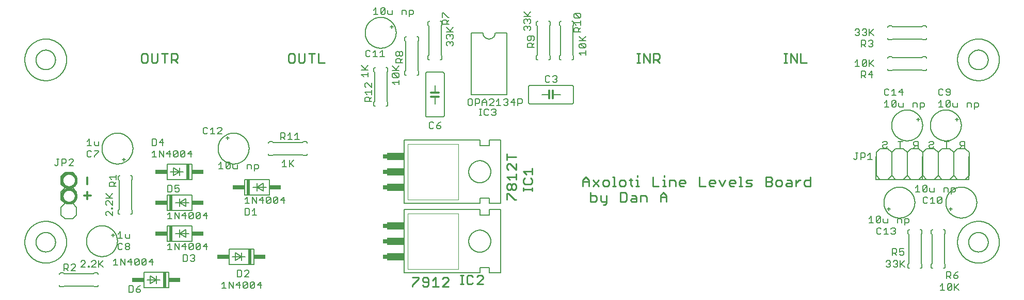
<source format=gto>
G75*
%MOIN*%
%OFA0B0*%
%FSLAX25Y25*%
%IPPOS*%
%LPD*%
%AMOC8*
5,1,8,0,0,1.08239X$1,22.5*
%
%ADD10C,0.00787*%
%ADD11C,0.01200*%
%ADD12C,0.00800*%
%ADD13C,0.01600*%
%ADD14C,0.01100*%
%ADD15C,0.00600*%
%ADD16R,0.02000X0.10000*%
%ADD17R,0.07500X0.03000*%
%ADD18C,0.00200*%
%ADD19R,0.02500X0.03000*%
%ADD20R,0.11000X0.05000*%
D10*
X0562521Y0102561D02*
X0592521Y0102561D01*
X0622521Y0102561D01*
X0622521Y0117561D01*
X0592521Y0117561D02*
X0592521Y0102561D01*
X0562521Y0102561D02*
X0562521Y0117561D01*
D11*
X0353900Y0155100D02*
X0353900Y0157600D01*
X0353900Y0160100D01*
X0351400Y0160100D02*
X0351400Y0157600D01*
X0351400Y0155100D01*
X0280100Y0156300D02*
X0277600Y0156300D01*
X0275100Y0156300D01*
X0275100Y0158800D02*
X0277600Y0158800D01*
X0280100Y0158800D01*
X0055414Y0092153D02*
X0050961Y0092153D01*
X0053188Y0094379D02*
X0053188Y0089926D01*
X0053188Y0099375D02*
X0053188Y0103828D01*
D12*
X0080000Y0029500D02*
X0082102Y0029500D01*
X0082802Y0030201D01*
X0082802Y0033003D01*
X0082102Y0033704D01*
X0080000Y0033704D01*
X0080000Y0029500D01*
X0084604Y0030201D02*
X0085305Y0029500D01*
X0086706Y0029500D01*
X0087406Y0030201D01*
X0087406Y0030901D01*
X0086706Y0031602D01*
X0084604Y0031602D01*
X0084604Y0030201D01*
X0084604Y0031602D02*
X0086005Y0033003D01*
X0087406Y0033704D01*
X0085914Y0047000D02*
X0084512Y0047000D01*
X0083812Y0047701D01*
X0086614Y0050503D01*
X0086614Y0047701D01*
X0085914Y0047000D01*
X0083812Y0047701D02*
X0083812Y0050503D01*
X0084512Y0051204D01*
X0085914Y0051204D01*
X0086614Y0050503D01*
X0088416Y0050503D02*
X0089116Y0051204D01*
X0090517Y0051204D01*
X0091218Y0050503D01*
X0088416Y0047701D01*
X0089116Y0047000D01*
X0090517Y0047000D01*
X0091218Y0047701D01*
X0091218Y0050503D01*
X0093020Y0049102D02*
X0095822Y0049102D01*
X0095121Y0047000D02*
X0095121Y0051204D01*
X0093020Y0049102D01*
X0088416Y0047701D02*
X0088416Y0050503D01*
X0082010Y0049102D02*
X0079208Y0049102D01*
X0081310Y0051204D01*
X0081310Y0047000D01*
X0077406Y0047000D02*
X0077406Y0051204D01*
X0074604Y0051204D02*
X0077406Y0047000D01*
X0074604Y0047000D02*
X0074604Y0051204D01*
X0071401Y0051204D02*
X0070000Y0049802D01*
X0071401Y0051204D02*
X0071401Y0047000D01*
X0070000Y0047000D02*
X0072802Y0047000D01*
X0063312Y0045800D02*
X0061210Y0047902D01*
X0060510Y0047201D02*
X0063312Y0050004D01*
X0060510Y0050004D02*
X0060510Y0045800D01*
X0058708Y0045800D02*
X0055906Y0045800D01*
X0058708Y0048602D01*
X0058708Y0049303D01*
X0058008Y0050004D01*
X0056606Y0050004D01*
X0055906Y0049303D01*
X0054305Y0046501D02*
X0054305Y0045800D01*
X0053604Y0045800D01*
X0053604Y0046501D01*
X0054305Y0046501D01*
X0051802Y0045800D02*
X0049000Y0045800D01*
X0051802Y0048602D01*
X0051802Y0049303D01*
X0051102Y0050004D01*
X0049701Y0050004D01*
X0049000Y0049303D01*
X0045406Y0047003D02*
X0044706Y0047704D01*
X0043305Y0047704D01*
X0042604Y0047003D01*
X0040802Y0047003D02*
X0040802Y0045602D01*
X0040102Y0044901D01*
X0038000Y0044901D01*
X0038000Y0043500D02*
X0038000Y0047704D01*
X0040102Y0047704D01*
X0040802Y0047003D01*
X0039401Y0044901D02*
X0040802Y0043500D01*
X0042604Y0043500D02*
X0045406Y0046302D01*
X0045406Y0047003D01*
X0045406Y0043500D02*
X0042604Y0043500D01*
X0073000Y0057701D02*
X0073701Y0057000D01*
X0075102Y0057000D01*
X0075802Y0057701D01*
X0077604Y0057701D02*
X0077604Y0058401D01*
X0078305Y0059102D01*
X0079706Y0059102D01*
X0080406Y0058401D01*
X0080406Y0057701D01*
X0079706Y0057000D01*
X0078305Y0057000D01*
X0077604Y0057701D01*
X0078305Y0059102D02*
X0077604Y0059802D01*
X0077604Y0060503D01*
X0078305Y0061204D01*
X0079706Y0061204D01*
X0080406Y0060503D01*
X0080406Y0059802D01*
X0079706Y0059102D01*
X0075802Y0060503D02*
X0075102Y0061204D01*
X0073701Y0061204D01*
X0073000Y0060503D01*
X0073000Y0057701D01*
X0073000Y0064500D02*
X0075802Y0064500D01*
X0074401Y0064500D02*
X0074401Y0068704D01*
X0073000Y0067302D01*
X0077604Y0067302D02*
X0077604Y0065201D01*
X0078305Y0064500D01*
X0080406Y0064500D01*
X0080406Y0067302D01*
X0105000Y0059802D02*
X0106401Y0061204D01*
X0106401Y0057000D01*
X0105000Y0057000D02*
X0107802Y0057000D01*
X0109604Y0057000D02*
X0109604Y0061204D01*
X0112406Y0057000D01*
X0112406Y0061204D01*
X0114208Y0059102D02*
X0117010Y0059102D01*
X0116310Y0061204D02*
X0114208Y0059102D01*
X0116310Y0057000D02*
X0116310Y0061204D01*
X0118812Y0060503D02*
X0119512Y0061204D01*
X0120914Y0061204D01*
X0121614Y0060503D01*
X0118812Y0057701D01*
X0119512Y0057000D01*
X0120914Y0057000D01*
X0121614Y0057701D01*
X0121614Y0060503D01*
X0123416Y0060503D02*
X0124116Y0061204D01*
X0125517Y0061204D01*
X0126218Y0060503D01*
X0123416Y0057701D01*
X0124116Y0057000D01*
X0125517Y0057000D01*
X0126218Y0057701D01*
X0126218Y0060503D01*
X0128020Y0059102D02*
X0130822Y0059102D01*
X0130121Y0061204D02*
X0128020Y0059102D01*
X0130121Y0057000D02*
X0130121Y0061204D01*
X0123416Y0060503D02*
X0123416Y0057701D01*
X0118812Y0057701D02*
X0118812Y0060503D01*
X0120305Y0053704D02*
X0119604Y0053003D01*
X0120305Y0053704D02*
X0121706Y0053704D01*
X0122406Y0053003D01*
X0122406Y0052302D01*
X0121706Y0051602D01*
X0122406Y0050901D01*
X0122406Y0050201D01*
X0121706Y0049500D01*
X0120305Y0049500D01*
X0119604Y0050201D01*
X0117802Y0050201D02*
X0117802Y0053003D01*
X0117102Y0053704D01*
X0115000Y0053704D01*
X0115000Y0049500D01*
X0117102Y0049500D01*
X0117802Y0050201D01*
X0121005Y0051602D02*
X0121706Y0051602D01*
X0150000Y0043704D02*
X0152102Y0043704D01*
X0152802Y0043003D01*
X0152802Y0040201D01*
X0152102Y0039500D01*
X0150000Y0039500D01*
X0150000Y0043704D01*
X0154604Y0043003D02*
X0155305Y0043704D01*
X0156706Y0043704D01*
X0157406Y0043003D01*
X0157406Y0042302D01*
X0154604Y0039500D01*
X0157406Y0039500D01*
X0155914Y0036204D02*
X0156614Y0035503D01*
X0153812Y0032701D01*
X0154512Y0032000D01*
X0155914Y0032000D01*
X0156614Y0032701D01*
X0156614Y0035503D01*
X0155914Y0036204D02*
X0154512Y0036204D01*
X0153812Y0035503D01*
X0153812Y0032701D01*
X0152010Y0034102D02*
X0149208Y0034102D01*
X0151310Y0036204D01*
X0151310Y0032000D01*
X0147406Y0032000D02*
X0147406Y0036204D01*
X0144604Y0036204D02*
X0147406Y0032000D01*
X0144604Y0032000D02*
X0144604Y0036204D01*
X0141401Y0036204D02*
X0141401Y0032000D01*
X0140000Y0032000D02*
X0142802Y0032000D01*
X0140000Y0034802D02*
X0141401Y0036204D01*
X0158416Y0035503D02*
X0158416Y0032701D01*
X0161218Y0035503D01*
X0161218Y0032701D01*
X0160517Y0032000D01*
X0159116Y0032000D01*
X0158416Y0032701D01*
X0158416Y0035503D02*
X0159116Y0036204D01*
X0160517Y0036204D01*
X0161218Y0035503D01*
X0163020Y0034102D02*
X0165822Y0034102D01*
X0165121Y0036204D02*
X0163020Y0034102D01*
X0165121Y0032000D02*
X0165121Y0036204D01*
X0130121Y0077000D02*
X0130121Y0081204D01*
X0128020Y0079102D01*
X0130822Y0079102D01*
X0126218Y0080503D02*
X0123416Y0077701D01*
X0124116Y0077000D01*
X0125517Y0077000D01*
X0126218Y0077701D01*
X0126218Y0080503D01*
X0125517Y0081204D01*
X0124116Y0081204D01*
X0123416Y0080503D01*
X0123416Y0077701D01*
X0121614Y0077701D02*
X0120914Y0077000D01*
X0119512Y0077000D01*
X0118812Y0077701D01*
X0121614Y0080503D01*
X0121614Y0077701D01*
X0121614Y0080503D02*
X0120914Y0081204D01*
X0119512Y0081204D01*
X0118812Y0080503D01*
X0118812Y0077701D01*
X0117010Y0079102D02*
X0114208Y0079102D01*
X0116310Y0081204D01*
X0116310Y0077000D01*
X0112406Y0077000D02*
X0112406Y0081204D01*
X0109604Y0081204D02*
X0112406Y0077000D01*
X0109604Y0077000D02*
X0109604Y0081204D01*
X0106401Y0081204D02*
X0106401Y0077000D01*
X0105000Y0077000D02*
X0107802Y0077000D01*
X0105000Y0079802D02*
X0106401Y0081204D01*
X0069400Y0081802D02*
X0069400Y0079000D01*
X0066598Y0081802D01*
X0065897Y0081802D01*
X0065196Y0081102D01*
X0065196Y0079701D01*
X0065897Y0079000D01*
X0068699Y0083604D02*
X0068699Y0084305D01*
X0069400Y0084305D01*
X0069400Y0083604D01*
X0068699Y0083604D01*
X0069400Y0085906D02*
X0066598Y0088708D01*
X0065897Y0088708D01*
X0065196Y0088008D01*
X0065196Y0086606D01*
X0065897Y0085906D01*
X0069400Y0085906D02*
X0069400Y0088708D01*
X0069400Y0090510D02*
X0065196Y0090510D01*
X0067298Y0091210D02*
X0069400Y0093312D01*
X0067999Y0090510D02*
X0065196Y0093312D01*
X0067496Y0098000D02*
X0067496Y0100102D01*
X0068197Y0100802D01*
X0069598Y0100802D01*
X0070299Y0100102D01*
X0070299Y0098000D01*
X0071700Y0098000D02*
X0067496Y0098000D01*
X0070299Y0099401D02*
X0071700Y0100802D01*
X0071700Y0102604D02*
X0071700Y0105406D01*
X0071700Y0104005D02*
X0067496Y0104005D01*
X0068898Y0102604D01*
X0044120Y0111578D02*
X0041317Y0111578D01*
X0044120Y0114380D01*
X0044120Y0115081D01*
X0043419Y0115782D01*
X0042018Y0115782D01*
X0041317Y0115081D01*
X0039516Y0115081D02*
X0038815Y0115782D01*
X0036713Y0115782D01*
X0036713Y0111578D01*
X0036713Y0112979D02*
X0038815Y0112979D01*
X0039516Y0113680D01*
X0039516Y0115081D01*
X0034912Y0115782D02*
X0033511Y0115782D01*
X0034211Y0115782D02*
X0034211Y0112279D01*
X0033511Y0111578D01*
X0032810Y0111578D01*
X0032109Y0112279D01*
X0053000Y0117701D02*
X0053701Y0117000D01*
X0055102Y0117000D01*
X0055802Y0117701D01*
X0057604Y0117701D02*
X0057604Y0117000D01*
X0057604Y0117701D02*
X0060406Y0120503D01*
X0060406Y0121204D01*
X0057604Y0121204D01*
X0055802Y0120503D02*
X0055102Y0121204D01*
X0053701Y0121204D01*
X0053000Y0120503D01*
X0053000Y0117701D01*
X0053000Y0124500D02*
X0055802Y0124500D01*
X0054401Y0124500D02*
X0054401Y0128704D01*
X0053000Y0127302D01*
X0057604Y0127302D02*
X0057604Y0125201D01*
X0058305Y0124500D01*
X0060406Y0124500D01*
X0060406Y0127302D01*
X0095000Y0128704D02*
X0095000Y0124500D01*
X0097102Y0124500D01*
X0097802Y0125201D01*
X0097802Y0128003D01*
X0097102Y0128704D01*
X0095000Y0128704D01*
X0099604Y0126602D02*
X0102406Y0126602D01*
X0101706Y0124500D02*
X0101706Y0128704D01*
X0099604Y0126602D01*
X0099604Y0121204D02*
X0102406Y0117000D01*
X0102406Y0121204D01*
X0104208Y0119102D02*
X0106310Y0121204D01*
X0106310Y0117000D01*
X0107010Y0119102D02*
X0104208Y0119102D01*
X0108812Y0120503D02*
X0109512Y0121204D01*
X0110914Y0121204D01*
X0111614Y0120503D01*
X0108812Y0117701D01*
X0109512Y0117000D01*
X0110914Y0117000D01*
X0111614Y0117701D01*
X0111614Y0120503D01*
X0113416Y0120503D02*
X0113416Y0117701D01*
X0116218Y0120503D01*
X0116218Y0117701D01*
X0115517Y0117000D01*
X0114116Y0117000D01*
X0113416Y0117701D01*
X0113416Y0120503D02*
X0114116Y0121204D01*
X0115517Y0121204D01*
X0116218Y0120503D01*
X0118020Y0119102D02*
X0120822Y0119102D01*
X0120121Y0117000D02*
X0120121Y0121204D01*
X0118020Y0119102D01*
X0108812Y0117701D02*
X0108812Y0120503D01*
X0099604Y0121204D02*
X0099604Y0117000D01*
X0097802Y0117000D02*
X0095000Y0117000D01*
X0096401Y0117000D02*
X0096401Y0121204D01*
X0095000Y0119802D01*
X0128000Y0132701D02*
X0128701Y0132000D01*
X0130102Y0132000D01*
X0130802Y0132701D01*
X0132604Y0132000D02*
X0135406Y0132000D01*
X0134005Y0132000D02*
X0134005Y0136204D01*
X0132604Y0134802D01*
X0130802Y0135503D02*
X0130102Y0136204D01*
X0128701Y0136204D01*
X0128000Y0135503D01*
X0128000Y0132701D01*
X0137208Y0132000D02*
X0140010Y0134802D01*
X0140010Y0135503D01*
X0139310Y0136204D01*
X0137908Y0136204D01*
X0137208Y0135503D01*
X0137208Y0132000D02*
X0140010Y0132000D01*
X0178000Y0132704D02*
X0178000Y0128500D01*
X0178000Y0129901D02*
X0180102Y0129901D01*
X0180802Y0130602D01*
X0180802Y0132003D01*
X0180102Y0132704D01*
X0178000Y0132704D01*
X0179401Y0129901D02*
X0180802Y0128500D01*
X0182604Y0128500D02*
X0185406Y0128500D01*
X0184005Y0128500D02*
X0184005Y0132704D01*
X0182604Y0131302D01*
X0187208Y0131302D02*
X0188609Y0132704D01*
X0188609Y0128500D01*
X0187208Y0128500D02*
X0190010Y0128500D01*
X0186406Y0115004D02*
X0183604Y0112201D01*
X0184305Y0112902D02*
X0186406Y0110800D01*
X0183604Y0110800D02*
X0183604Y0115004D01*
X0180401Y0115004D02*
X0180401Y0110800D01*
X0179000Y0110800D02*
X0181802Y0110800D01*
X0179000Y0113602D02*
X0180401Y0115004D01*
X0163822Y0111602D02*
X0163822Y0110201D01*
X0163121Y0109500D01*
X0161020Y0109500D01*
X0161020Y0108099D02*
X0161020Y0112302D01*
X0163121Y0112302D01*
X0163822Y0111602D01*
X0159218Y0111602D02*
X0159218Y0109500D01*
X0159218Y0111602D02*
X0158517Y0112302D01*
X0156416Y0112302D01*
X0156416Y0109500D01*
X0150010Y0109500D02*
X0150010Y0112302D01*
X0150010Y0109500D02*
X0147908Y0109500D01*
X0147208Y0110201D01*
X0147208Y0112302D01*
X0145406Y0113003D02*
X0142604Y0110201D01*
X0143305Y0109500D01*
X0144706Y0109500D01*
X0145406Y0110201D01*
X0145406Y0113003D01*
X0144706Y0113704D01*
X0143305Y0113704D01*
X0142604Y0113003D01*
X0142604Y0110201D01*
X0140802Y0109500D02*
X0138000Y0109500D01*
X0139401Y0109500D02*
X0139401Y0113704D01*
X0138000Y0112302D01*
X0112406Y0098704D02*
X0109604Y0098704D01*
X0109604Y0096602D01*
X0111005Y0097302D01*
X0111706Y0097302D01*
X0112406Y0096602D01*
X0112406Y0095201D01*
X0111706Y0094500D01*
X0110305Y0094500D01*
X0109604Y0095201D01*
X0107802Y0095201D02*
X0107802Y0098003D01*
X0107102Y0098704D01*
X0105000Y0098704D01*
X0105000Y0094500D01*
X0107102Y0094500D01*
X0107802Y0095201D01*
X0155000Y0089802D02*
X0156401Y0091204D01*
X0156401Y0087000D01*
X0155000Y0087000D02*
X0157802Y0087000D01*
X0159604Y0087000D02*
X0159604Y0091204D01*
X0162406Y0087000D01*
X0162406Y0091204D01*
X0164208Y0089102D02*
X0167010Y0089102D01*
X0166310Y0091204D02*
X0164208Y0089102D01*
X0166310Y0087000D02*
X0166310Y0091204D01*
X0168812Y0090503D02*
X0169512Y0091204D01*
X0170914Y0091204D01*
X0171614Y0090503D01*
X0168812Y0087701D01*
X0169512Y0087000D01*
X0170914Y0087000D01*
X0171614Y0087701D01*
X0171614Y0090503D01*
X0173416Y0090503D02*
X0173416Y0087701D01*
X0176218Y0090503D01*
X0176218Y0087701D01*
X0175517Y0087000D01*
X0174116Y0087000D01*
X0173416Y0087701D01*
X0173416Y0090503D02*
X0174116Y0091204D01*
X0175517Y0091204D01*
X0176218Y0090503D01*
X0178020Y0089102D02*
X0180822Y0089102D01*
X0180121Y0091204D02*
X0178020Y0089102D01*
X0180121Y0087000D02*
X0180121Y0091204D01*
X0168812Y0090503D02*
X0168812Y0087701D01*
X0161005Y0083704D02*
X0159604Y0082302D01*
X0157802Y0083003D02*
X0157102Y0083704D01*
X0155000Y0083704D01*
X0155000Y0079500D01*
X0157102Y0079500D01*
X0157802Y0080201D01*
X0157802Y0083003D01*
X0161005Y0083704D02*
X0161005Y0079500D01*
X0159604Y0079500D02*
X0162406Y0079500D01*
X0020002Y0061931D02*
X0020004Y0062089D01*
X0020010Y0062247D01*
X0020020Y0062405D01*
X0020034Y0062563D01*
X0020052Y0062720D01*
X0020073Y0062877D01*
X0020099Y0063033D01*
X0020129Y0063189D01*
X0020162Y0063344D01*
X0020200Y0063497D01*
X0020241Y0063650D01*
X0020286Y0063802D01*
X0020335Y0063953D01*
X0020388Y0064102D01*
X0020444Y0064250D01*
X0020504Y0064396D01*
X0020568Y0064541D01*
X0020636Y0064684D01*
X0020707Y0064826D01*
X0020781Y0064966D01*
X0020859Y0065103D01*
X0020941Y0065239D01*
X0021025Y0065373D01*
X0021114Y0065504D01*
X0021205Y0065633D01*
X0021300Y0065760D01*
X0021397Y0065885D01*
X0021498Y0066007D01*
X0021602Y0066126D01*
X0021709Y0066243D01*
X0021819Y0066357D01*
X0021932Y0066468D01*
X0022047Y0066577D01*
X0022165Y0066682D01*
X0022286Y0066784D01*
X0022409Y0066884D01*
X0022535Y0066980D01*
X0022663Y0067073D01*
X0022793Y0067163D01*
X0022926Y0067249D01*
X0023061Y0067333D01*
X0023197Y0067412D01*
X0023336Y0067489D01*
X0023477Y0067561D01*
X0023619Y0067631D01*
X0023763Y0067696D01*
X0023909Y0067758D01*
X0024056Y0067816D01*
X0024205Y0067871D01*
X0024355Y0067922D01*
X0024506Y0067969D01*
X0024658Y0068012D01*
X0024811Y0068051D01*
X0024966Y0068087D01*
X0025121Y0068118D01*
X0025277Y0068146D01*
X0025433Y0068170D01*
X0025590Y0068190D01*
X0025748Y0068206D01*
X0025905Y0068218D01*
X0026064Y0068226D01*
X0026222Y0068230D01*
X0026380Y0068230D01*
X0026538Y0068226D01*
X0026697Y0068218D01*
X0026854Y0068206D01*
X0027012Y0068190D01*
X0027169Y0068170D01*
X0027325Y0068146D01*
X0027481Y0068118D01*
X0027636Y0068087D01*
X0027791Y0068051D01*
X0027944Y0068012D01*
X0028096Y0067969D01*
X0028247Y0067922D01*
X0028397Y0067871D01*
X0028546Y0067816D01*
X0028693Y0067758D01*
X0028839Y0067696D01*
X0028983Y0067631D01*
X0029125Y0067561D01*
X0029266Y0067489D01*
X0029405Y0067412D01*
X0029541Y0067333D01*
X0029676Y0067249D01*
X0029809Y0067163D01*
X0029939Y0067073D01*
X0030067Y0066980D01*
X0030193Y0066884D01*
X0030316Y0066784D01*
X0030437Y0066682D01*
X0030555Y0066577D01*
X0030670Y0066468D01*
X0030783Y0066357D01*
X0030893Y0066243D01*
X0031000Y0066126D01*
X0031104Y0066007D01*
X0031205Y0065885D01*
X0031302Y0065760D01*
X0031397Y0065633D01*
X0031488Y0065504D01*
X0031577Y0065373D01*
X0031661Y0065239D01*
X0031743Y0065103D01*
X0031821Y0064966D01*
X0031895Y0064826D01*
X0031966Y0064684D01*
X0032034Y0064541D01*
X0032098Y0064396D01*
X0032158Y0064250D01*
X0032214Y0064102D01*
X0032267Y0063953D01*
X0032316Y0063802D01*
X0032361Y0063650D01*
X0032402Y0063497D01*
X0032440Y0063344D01*
X0032473Y0063189D01*
X0032503Y0063033D01*
X0032529Y0062877D01*
X0032550Y0062720D01*
X0032568Y0062563D01*
X0032582Y0062405D01*
X0032592Y0062247D01*
X0032598Y0062089D01*
X0032600Y0061931D01*
X0032598Y0061773D01*
X0032592Y0061615D01*
X0032582Y0061457D01*
X0032568Y0061299D01*
X0032550Y0061142D01*
X0032529Y0060985D01*
X0032503Y0060829D01*
X0032473Y0060673D01*
X0032440Y0060518D01*
X0032402Y0060365D01*
X0032361Y0060212D01*
X0032316Y0060060D01*
X0032267Y0059909D01*
X0032214Y0059760D01*
X0032158Y0059612D01*
X0032098Y0059466D01*
X0032034Y0059321D01*
X0031966Y0059178D01*
X0031895Y0059036D01*
X0031821Y0058896D01*
X0031743Y0058759D01*
X0031661Y0058623D01*
X0031577Y0058489D01*
X0031488Y0058358D01*
X0031397Y0058229D01*
X0031302Y0058102D01*
X0031205Y0057977D01*
X0031104Y0057855D01*
X0031000Y0057736D01*
X0030893Y0057619D01*
X0030783Y0057505D01*
X0030670Y0057394D01*
X0030555Y0057285D01*
X0030437Y0057180D01*
X0030316Y0057078D01*
X0030193Y0056978D01*
X0030067Y0056882D01*
X0029939Y0056789D01*
X0029809Y0056699D01*
X0029676Y0056613D01*
X0029541Y0056529D01*
X0029405Y0056450D01*
X0029266Y0056373D01*
X0029125Y0056301D01*
X0028983Y0056231D01*
X0028839Y0056166D01*
X0028693Y0056104D01*
X0028546Y0056046D01*
X0028397Y0055991D01*
X0028247Y0055940D01*
X0028096Y0055893D01*
X0027944Y0055850D01*
X0027791Y0055811D01*
X0027636Y0055775D01*
X0027481Y0055744D01*
X0027325Y0055716D01*
X0027169Y0055692D01*
X0027012Y0055672D01*
X0026854Y0055656D01*
X0026697Y0055644D01*
X0026538Y0055636D01*
X0026380Y0055632D01*
X0026222Y0055632D01*
X0026064Y0055636D01*
X0025905Y0055644D01*
X0025748Y0055656D01*
X0025590Y0055672D01*
X0025433Y0055692D01*
X0025277Y0055716D01*
X0025121Y0055744D01*
X0024966Y0055775D01*
X0024811Y0055811D01*
X0024658Y0055850D01*
X0024506Y0055893D01*
X0024355Y0055940D01*
X0024205Y0055991D01*
X0024056Y0056046D01*
X0023909Y0056104D01*
X0023763Y0056166D01*
X0023619Y0056231D01*
X0023477Y0056301D01*
X0023336Y0056373D01*
X0023197Y0056450D01*
X0023061Y0056529D01*
X0022926Y0056613D01*
X0022793Y0056699D01*
X0022663Y0056789D01*
X0022535Y0056882D01*
X0022409Y0056978D01*
X0022286Y0057078D01*
X0022165Y0057180D01*
X0022047Y0057285D01*
X0021932Y0057394D01*
X0021819Y0057505D01*
X0021709Y0057619D01*
X0021602Y0057736D01*
X0021498Y0057855D01*
X0021397Y0057977D01*
X0021300Y0058102D01*
X0021205Y0058229D01*
X0021114Y0058358D01*
X0021025Y0058489D01*
X0020941Y0058623D01*
X0020859Y0058759D01*
X0020781Y0058896D01*
X0020707Y0059036D01*
X0020636Y0059178D01*
X0020568Y0059321D01*
X0020504Y0059466D01*
X0020444Y0059612D01*
X0020388Y0059760D01*
X0020335Y0059909D01*
X0020286Y0060060D01*
X0020241Y0060212D01*
X0020200Y0060365D01*
X0020162Y0060518D01*
X0020129Y0060673D01*
X0020099Y0060829D01*
X0020073Y0060985D01*
X0020052Y0061142D01*
X0020034Y0061299D01*
X0020020Y0061457D01*
X0020010Y0061615D01*
X0020004Y0061773D01*
X0020002Y0061931D01*
X0232496Y0153000D02*
X0232496Y0155102D01*
X0233197Y0155802D01*
X0234598Y0155802D01*
X0235299Y0155102D01*
X0235299Y0153000D01*
X0236700Y0153000D02*
X0232496Y0153000D01*
X0235299Y0154401D02*
X0236700Y0155802D01*
X0236700Y0157604D02*
X0236700Y0160406D01*
X0236700Y0159005D02*
X0232496Y0159005D01*
X0233898Y0157604D01*
X0233197Y0162208D02*
X0232496Y0162908D01*
X0232496Y0164310D01*
X0233197Y0165010D01*
X0233898Y0165010D01*
X0236700Y0162208D01*
X0236700Y0165010D01*
X0234400Y0169000D02*
X0234400Y0171802D01*
X0234400Y0170401D02*
X0230196Y0170401D01*
X0231598Y0169000D01*
X0232999Y0173604D02*
X0230196Y0176406D01*
X0230196Y0173604D02*
X0234400Y0173604D01*
X0232298Y0174305D02*
X0234400Y0176406D01*
X0233701Y0182000D02*
X0235102Y0182000D01*
X0235802Y0182701D01*
X0237604Y0182000D02*
X0240406Y0182000D01*
X0239005Y0182000D02*
X0239005Y0186204D01*
X0237604Y0184802D01*
X0235802Y0185503D02*
X0235102Y0186204D01*
X0233701Y0186204D01*
X0233000Y0185503D01*
X0233000Y0182701D01*
X0233701Y0182000D01*
X0242208Y0182000D02*
X0245010Y0182000D01*
X0243609Y0182000D02*
X0243609Y0186204D01*
X0242208Y0184802D01*
X0252496Y0184706D02*
X0253197Y0185406D01*
X0253898Y0185406D01*
X0254598Y0184706D01*
X0254598Y0183305D01*
X0253898Y0182604D01*
X0253197Y0182604D01*
X0252496Y0183305D01*
X0252496Y0184706D01*
X0254598Y0184706D02*
X0255299Y0185406D01*
X0255999Y0185406D01*
X0256700Y0184706D01*
X0256700Y0183305D01*
X0255999Y0182604D01*
X0255299Y0182604D01*
X0254598Y0183305D01*
X0254598Y0180802D02*
X0255299Y0180102D01*
X0255299Y0178000D01*
X0256700Y0178000D02*
X0252496Y0178000D01*
X0252496Y0180102D01*
X0253197Y0180802D01*
X0254598Y0180802D01*
X0255299Y0179401D02*
X0256700Y0180802D01*
X0254400Y0176010D02*
X0252298Y0173908D01*
X0252999Y0173208D02*
X0250196Y0176010D01*
X0250196Y0173208D02*
X0254400Y0173208D01*
X0253699Y0171406D02*
X0250897Y0171406D01*
X0253699Y0168604D01*
X0254400Y0169305D01*
X0254400Y0170706D01*
X0253699Y0171406D01*
X0250897Y0171406D02*
X0250196Y0170706D01*
X0250196Y0169305D01*
X0250897Y0168604D01*
X0253699Y0168604D01*
X0254400Y0166802D02*
X0254400Y0164000D01*
X0254400Y0165401D02*
X0250196Y0165401D01*
X0251598Y0164000D01*
X0299000Y0154003D02*
X0299000Y0151201D01*
X0299701Y0150500D01*
X0301102Y0150500D01*
X0301802Y0151201D01*
X0301802Y0154003D01*
X0301102Y0154704D01*
X0299701Y0154704D01*
X0299000Y0154003D01*
X0303604Y0154704D02*
X0305706Y0154704D01*
X0306406Y0154003D01*
X0306406Y0152602D01*
X0305706Y0151901D01*
X0303604Y0151901D01*
X0303604Y0150500D02*
X0303604Y0154704D01*
X0308208Y0153302D02*
X0309609Y0154704D01*
X0311010Y0153302D01*
X0311010Y0150500D01*
X0312812Y0150500D02*
X0315614Y0153302D01*
X0315614Y0154003D01*
X0314914Y0154704D01*
X0313512Y0154704D01*
X0312812Y0154003D01*
X0311010Y0152602D02*
X0308208Y0152602D01*
X0308208Y0153302D02*
X0308208Y0150500D01*
X0307901Y0148204D02*
X0306500Y0148204D01*
X0307201Y0148204D02*
X0307201Y0144000D01*
X0307901Y0144000D02*
X0306500Y0144000D01*
X0309569Y0144701D02*
X0310270Y0144000D01*
X0311671Y0144000D01*
X0312372Y0144701D01*
X0314173Y0144701D02*
X0314874Y0144000D01*
X0316275Y0144000D01*
X0316976Y0144701D01*
X0316976Y0145401D01*
X0316275Y0146102D01*
X0315574Y0146102D01*
X0316275Y0146102D02*
X0316976Y0146802D01*
X0316976Y0147503D01*
X0316275Y0148204D01*
X0314874Y0148204D01*
X0314173Y0147503D01*
X0312372Y0147503D02*
X0311671Y0148204D01*
X0310270Y0148204D01*
X0309569Y0147503D01*
X0309569Y0144701D01*
X0312812Y0150500D02*
X0315614Y0150500D01*
X0317416Y0150500D02*
X0320218Y0150500D01*
X0318817Y0150500D02*
X0318817Y0154704D01*
X0317416Y0153302D01*
X0322020Y0154003D02*
X0322720Y0154704D01*
X0324121Y0154704D01*
X0324822Y0154003D01*
X0324822Y0153302D01*
X0324121Y0152602D01*
X0324822Y0151901D01*
X0324822Y0151201D01*
X0324121Y0150500D01*
X0322720Y0150500D01*
X0322020Y0151201D01*
X0323421Y0152602D02*
X0324121Y0152602D01*
X0326624Y0152602D02*
X0328725Y0154704D01*
X0328725Y0150500D01*
X0329426Y0152602D02*
X0326624Y0152602D01*
X0331227Y0151901D02*
X0333329Y0151901D01*
X0334030Y0152602D01*
X0334030Y0154003D01*
X0333329Y0154704D01*
X0331227Y0154704D01*
X0331227Y0150500D01*
X0349000Y0166201D02*
X0349701Y0165500D01*
X0351102Y0165500D01*
X0351802Y0166201D01*
X0353604Y0166201D02*
X0354305Y0165500D01*
X0355706Y0165500D01*
X0356406Y0166201D01*
X0356406Y0166901D01*
X0355706Y0167602D01*
X0355005Y0167602D01*
X0355706Y0167602D02*
X0356406Y0168302D01*
X0356406Y0169003D01*
X0355706Y0169704D01*
X0354305Y0169704D01*
X0353604Y0169003D01*
X0351802Y0169003D02*
X0351102Y0169704D01*
X0349701Y0169704D01*
X0349000Y0169003D01*
X0349000Y0166201D01*
X0370796Y0184589D02*
X0375000Y0184589D01*
X0375000Y0183188D02*
X0375000Y0185991D01*
X0374299Y0187792D02*
X0371497Y0187792D01*
X0370796Y0188493D01*
X0370796Y0189894D01*
X0371497Y0190595D01*
X0374299Y0187792D01*
X0375000Y0188493D01*
X0375000Y0189894D01*
X0374299Y0190595D01*
X0371497Y0190595D01*
X0370796Y0192396D02*
X0375000Y0192396D01*
X0373599Y0192396D02*
X0370796Y0195198D01*
X0370299Y0198000D02*
X0370299Y0200102D01*
X0369598Y0200802D01*
X0368197Y0200802D01*
X0367496Y0200102D01*
X0367496Y0198000D01*
X0371700Y0198000D01*
X0370299Y0199401D02*
X0371700Y0200802D01*
X0371700Y0202604D02*
X0371700Y0205406D01*
X0371700Y0204005D02*
X0367496Y0204005D01*
X0368898Y0202604D01*
X0368197Y0207208D02*
X0367496Y0207908D01*
X0367496Y0209310D01*
X0368197Y0210010D01*
X0370999Y0207208D01*
X0371700Y0207908D01*
X0371700Y0209310D01*
X0370999Y0210010D01*
X0368197Y0210010D01*
X0368197Y0207208D02*
X0370999Y0207208D01*
X0339400Y0208208D02*
X0335196Y0208208D01*
X0335897Y0206406D02*
X0336598Y0206406D01*
X0337298Y0205706D01*
X0337999Y0206406D01*
X0338699Y0206406D01*
X0339400Y0205706D01*
X0339400Y0204305D01*
X0338699Y0203604D01*
X0338699Y0201802D02*
X0339400Y0201102D01*
X0339400Y0199701D01*
X0338699Y0199000D01*
X0337298Y0200401D02*
X0337298Y0201102D01*
X0337999Y0201802D01*
X0338699Y0201802D01*
X0337298Y0201102D02*
X0336598Y0201802D01*
X0335897Y0201802D01*
X0335196Y0201102D01*
X0335196Y0199701D01*
X0335897Y0199000D01*
X0338197Y0195406D02*
X0337496Y0194706D01*
X0337496Y0193305D01*
X0338197Y0192604D01*
X0338898Y0192604D01*
X0339598Y0193305D01*
X0339598Y0195406D01*
X0340999Y0195406D02*
X0338197Y0195406D01*
X0340999Y0195406D02*
X0341700Y0194706D01*
X0341700Y0193305D01*
X0340999Y0192604D01*
X0341700Y0190802D02*
X0340299Y0189401D01*
X0340299Y0190102D02*
X0340299Y0188000D01*
X0341700Y0188000D02*
X0337496Y0188000D01*
X0337496Y0190102D01*
X0338197Y0190802D01*
X0339598Y0190802D01*
X0340299Y0190102D01*
X0370796Y0184589D02*
X0372198Y0183188D01*
X0372898Y0193097D02*
X0375000Y0195198D01*
X0339400Y0211010D02*
X0337298Y0208908D01*
X0337999Y0208208D02*
X0335196Y0211010D01*
X0335897Y0206406D02*
X0335196Y0205706D01*
X0335196Y0204305D01*
X0335897Y0203604D01*
X0337298Y0205005D02*
X0337298Y0205706D01*
X0289400Y0201010D02*
X0287298Y0198908D01*
X0287999Y0198208D02*
X0285196Y0201010D01*
X0285299Y0203000D02*
X0285299Y0205102D01*
X0284598Y0205802D01*
X0283197Y0205802D01*
X0282496Y0205102D01*
X0282496Y0203000D01*
X0286700Y0203000D01*
X0285299Y0204401D02*
X0286700Y0205802D01*
X0286700Y0207604D02*
X0285999Y0207604D01*
X0283197Y0210406D01*
X0282496Y0210406D01*
X0282496Y0207604D01*
X0263822Y0210201D02*
X0263121Y0209500D01*
X0261020Y0209500D01*
X0261020Y0208099D02*
X0261020Y0212302D01*
X0263121Y0212302D01*
X0263822Y0211602D01*
X0263822Y0210201D01*
X0259218Y0209500D02*
X0259218Y0211602D01*
X0258517Y0212302D01*
X0256416Y0212302D01*
X0256416Y0209500D01*
X0250010Y0209500D02*
X0250010Y0212302D01*
X0250010Y0209500D02*
X0247908Y0209500D01*
X0247208Y0210201D01*
X0247208Y0212302D01*
X0245406Y0213003D02*
X0242604Y0210201D01*
X0243305Y0209500D01*
X0244706Y0209500D01*
X0245406Y0210201D01*
X0245406Y0213003D01*
X0244706Y0213704D01*
X0243305Y0213704D01*
X0242604Y0213003D01*
X0242604Y0210201D01*
X0240802Y0209500D02*
X0238000Y0209500D01*
X0239401Y0209500D02*
X0239401Y0213704D01*
X0238000Y0212302D01*
X0285196Y0198208D02*
X0289400Y0198208D01*
X0288699Y0196406D02*
X0289400Y0195706D01*
X0289400Y0194305D01*
X0288699Y0193604D01*
X0288699Y0191802D02*
X0289400Y0191102D01*
X0289400Y0189701D01*
X0288699Y0189000D01*
X0287298Y0190401D02*
X0287298Y0191102D01*
X0287999Y0191802D01*
X0288699Y0191802D01*
X0287298Y0191102D02*
X0286598Y0191802D01*
X0285897Y0191802D01*
X0285196Y0191102D01*
X0285196Y0189701D01*
X0285897Y0189000D01*
X0285897Y0193604D02*
X0285196Y0194305D01*
X0285196Y0195706D01*
X0285897Y0196406D01*
X0286598Y0196406D01*
X0287298Y0195706D01*
X0287999Y0196406D01*
X0288699Y0196406D01*
X0287298Y0195706D02*
X0287298Y0195005D01*
X0281406Y0139704D02*
X0280005Y0139003D01*
X0278604Y0137602D01*
X0280706Y0137602D01*
X0281406Y0136901D01*
X0281406Y0136201D01*
X0280706Y0135500D01*
X0279305Y0135500D01*
X0278604Y0136201D01*
X0278604Y0137602D01*
X0276802Y0139003D02*
X0276102Y0139704D01*
X0274701Y0139704D01*
X0274000Y0139003D01*
X0274000Y0136201D01*
X0274701Y0135500D01*
X0276102Y0135500D01*
X0276802Y0136201D01*
X0020002Y0180041D02*
X0020004Y0180199D01*
X0020010Y0180357D01*
X0020020Y0180515D01*
X0020034Y0180673D01*
X0020052Y0180830D01*
X0020073Y0180987D01*
X0020099Y0181143D01*
X0020129Y0181299D01*
X0020162Y0181454D01*
X0020200Y0181607D01*
X0020241Y0181760D01*
X0020286Y0181912D01*
X0020335Y0182063D01*
X0020388Y0182212D01*
X0020444Y0182360D01*
X0020504Y0182506D01*
X0020568Y0182651D01*
X0020636Y0182794D01*
X0020707Y0182936D01*
X0020781Y0183076D01*
X0020859Y0183213D01*
X0020941Y0183349D01*
X0021025Y0183483D01*
X0021114Y0183614D01*
X0021205Y0183743D01*
X0021300Y0183870D01*
X0021397Y0183995D01*
X0021498Y0184117D01*
X0021602Y0184236D01*
X0021709Y0184353D01*
X0021819Y0184467D01*
X0021932Y0184578D01*
X0022047Y0184687D01*
X0022165Y0184792D01*
X0022286Y0184894D01*
X0022409Y0184994D01*
X0022535Y0185090D01*
X0022663Y0185183D01*
X0022793Y0185273D01*
X0022926Y0185359D01*
X0023061Y0185443D01*
X0023197Y0185522D01*
X0023336Y0185599D01*
X0023477Y0185671D01*
X0023619Y0185741D01*
X0023763Y0185806D01*
X0023909Y0185868D01*
X0024056Y0185926D01*
X0024205Y0185981D01*
X0024355Y0186032D01*
X0024506Y0186079D01*
X0024658Y0186122D01*
X0024811Y0186161D01*
X0024966Y0186197D01*
X0025121Y0186228D01*
X0025277Y0186256D01*
X0025433Y0186280D01*
X0025590Y0186300D01*
X0025748Y0186316D01*
X0025905Y0186328D01*
X0026064Y0186336D01*
X0026222Y0186340D01*
X0026380Y0186340D01*
X0026538Y0186336D01*
X0026697Y0186328D01*
X0026854Y0186316D01*
X0027012Y0186300D01*
X0027169Y0186280D01*
X0027325Y0186256D01*
X0027481Y0186228D01*
X0027636Y0186197D01*
X0027791Y0186161D01*
X0027944Y0186122D01*
X0028096Y0186079D01*
X0028247Y0186032D01*
X0028397Y0185981D01*
X0028546Y0185926D01*
X0028693Y0185868D01*
X0028839Y0185806D01*
X0028983Y0185741D01*
X0029125Y0185671D01*
X0029266Y0185599D01*
X0029405Y0185522D01*
X0029541Y0185443D01*
X0029676Y0185359D01*
X0029809Y0185273D01*
X0029939Y0185183D01*
X0030067Y0185090D01*
X0030193Y0184994D01*
X0030316Y0184894D01*
X0030437Y0184792D01*
X0030555Y0184687D01*
X0030670Y0184578D01*
X0030783Y0184467D01*
X0030893Y0184353D01*
X0031000Y0184236D01*
X0031104Y0184117D01*
X0031205Y0183995D01*
X0031302Y0183870D01*
X0031397Y0183743D01*
X0031488Y0183614D01*
X0031577Y0183483D01*
X0031661Y0183349D01*
X0031743Y0183213D01*
X0031821Y0183076D01*
X0031895Y0182936D01*
X0031966Y0182794D01*
X0032034Y0182651D01*
X0032098Y0182506D01*
X0032158Y0182360D01*
X0032214Y0182212D01*
X0032267Y0182063D01*
X0032316Y0181912D01*
X0032361Y0181760D01*
X0032402Y0181607D01*
X0032440Y0181454D01*
X0032473Y0181299D01*
X0032503Y0181143D01*
X0032529Y0180987D01*
X0032550Y0180830D01*
X0032568Y0180673D01*
X0032582Y0180515D01*
X0032592Y0180357D01*
X0032598Y0180199D01*
X0032600Y0180041D01*
X0032598Y0179883D01*
X0032592Y0179725D01*
X0032582Y0179567D01*
X0032568Y0179409D01*
X0032550Y0179252D01*
X0032529Y0179095D01*
X0032503Y0178939D01*
X0032473Y0178783D01*
X0032440Y0178628D01*
X0032402Y0178475D01*
X0032361Y0178322D01*
X0032316Y0178170D01*
X0032267Y0178019D01*
X0032214Y0177870D01*
X0032158Y0177722D01*
X0032098Y0177576D01*
X0032034Y0177431D01*
X0031966Y0177288D01*
X0031895Y0177146D01*
X0031821Y0177006D01*
X0031743Y0176869D01*
X0031661Y0176733D01*
X0031577Y0176599D01*
X0031488Y0176468D01*
X0031397Y0176339D01*
X0031302Y0176212D01*
X0031205Y0176087D01*
X0031104Y0175965D01*
X0031000Y0175846D01*
X0030893Y0175729D01*
X0030783Y0175615D01*
X0030670Y0175504D01*
X0030555Y0175395D01*
X0030437Y0175290D01*
X0030316Y0175188D01*
X0030193Y0175088D01*
X0030067Y0174992D01*
X0029939Y0174899D01*
X0029809Y0174809D01*
X0029676Y0174723D01*
X0029541Y0174639D01*
X0029405Y0174560D01*
X0029266Y0174483D01*
X0029125Y0174411D01*
X0028983Y0174341D01*
X0028839Y0174276D01*
X0028693Y0174214D01*
X0028546Y0174156D01*
X0028397Y0174101D01*
X0028247Y0174050D01*
X0028096Y0174003D01*
X0027944Y0173960D01*
X0027791Y0173921D01*
X0027636Y0173885D01*
X0027481Y0173854D01*
X0027325Y0173826D01*
X0027169Y0173802D01*
X0027012Y0173782D01*
X0026854Y0173766D01*
X0026697Y0173754D01*
X0026538Y0173746D01*
X0026380Y0173742D01*
X0026222Y0173742D01*
X0026064Y0173746D01*
X0025905Y0173754D01*
X0025748Y0173766D01*
X0025590Y0173782D01*
X0025433Y0173802D01*
X0025277Y0173826D01*
X0025121Y0173854D01*
X0024966Y0173885D01*
X0024811Y0173921D01*
X0024658Y0173960D01*
X0024506Y0174003D01*
X0024355Y0174050D01*
X0024205Y0174101D01*
X0024056Y0174156D01*
X0023909Y0174214D01*
X0023763Y0174276D01*
X0023619Y0174341D01*
X0023477Y0174411D01*
X0023336Y0174483D01*
X0023197Y0174560D01*
X0023061Y0174639D01*
X0022926Y0174723D01*
X0022793Y0174809D01*
X0022663Y0174899D01*
X0022535Y0174992D01*
X0022409Y0175088D01*
X0022286Y0175188D01*
X0022165Y0175290D01*
X0022047Y0175395D01*
X0021932Y0175504D01*
X0021819Y0175615D01*
X0021709Y0175729D01*
X0021602Y0175846D01*
X0021498Y0175965D01*
X0021397Y0176087D01*
X0021300Y0176212D01*
X0021205Y0176339D01*
X0021114Y0176468D01*
X0021025Y0176599D01*
X0020941Y0176733D01*
X0020859Y0176869D01*
X0020781Y0177006D01*
X0020707Y0177146D01*
X0020636Y0177288D01*
X0020568Y0177431D01*
X0020504Y0177576D01*
X0020444Y0177722D01*
X0020388Y0177870D01*
X0020335Y0178019D01*
X0020286Y0178170D01*
X0020241Y0178322D01*
X0020200Y0178475D01*
X0020162Y0178628D01*
X0020129Y0178783D01*
X0020099Y0178939D01*
X0020073Y0179095D01*
X0020052Y0179252D01*
X0020034Y0179409D01*
X0020020Y0179567D01*
X0020010Y0179725D01*
X0020004Y0179883D01*
X0020002Y0180041D01*
X0549000Y0178602D02*
X0550401Y0180004D01*
X0550401Y0175800D01*
X0549000Y0175800D02*
X0551802Y0175800D01*
X0553604Y0176501D02*
X0556406Y0179303D01*
X0556406Y0176501D01*
X0555706Y0175800D01*
X0554305Y0175800D01*
X0553604Y0176501D01*
X0553604Y0179303D01*
X0554305Y0180004D01*
X0555706Y0180004D01*
X0556406Y0179303D01*
X0558208Y0180004D02*
X0558208Y0175800D01*
X0558208Y0177201D02*
X0561010Y0180004D01*
X0558908Y0177902D02*
X0561010Y0175800D01*
X0559706Y0172704D02*
X0557604Y0170602D01*
X0560406Y0170602D01*
X0559706Y0168500D02*
X0559706Y0172704D01*
X0555802Y0172003D02*
X0555802Y0170602D01*
X0555102Y0169901D01*
X0553000Y0169901D01*
X0553000Y0168500D02*
X0553000Y0172704D01*
X0555102Y0172704D01*
X0555802Y0172003D01*
X0554401Y0169901D02*
X0555802Y0168500D01*
X0568000Y0160503D02*
X0568701Y0161204D01*
X0570102Y0161204D01*
X0570802Y0160503D01*
X0572604Y0159802D02*
X0574005Y0161204D01*
X0574005Y0157000D01*
X0572604Y0157000D02*
X0575406Y0157000D01*
X0577208Y0159102D02*
X0580010Y0159102D01*
X0579310Y0157000D02*
X0579310Y0161204D01*
X0577208Y0159102D01*
X0570802Y0157701D02*
X0570102Y0157000D01*
X0568701Y0157000D01*
X0568000Y0157701D01*
X0568000Y0160503D01*
X0569401Y0153704D02*
X0569401Y0149500D01*
X0568000Y0149500D02*
X0570802Y0149500D01*
X0572604Y0150201D02*
X0575406Y0153003D01*
X0575406Y0150201D01*
X0574706Y0149500D01*
X0573305Y0149500D01*
X0572604Y0150201D01*
X0572604Y0153003D01*
X0573305Y0153704D01*
X0574706Y0153704D01*
X0575406Y0153003D01*
X0577208Y0152302D02*
X0577208Y0150201D01*
X0577908Y0149500D01*
X0580010Y0149500D01*
X0580010Y0152302D01*
X0586416Y0152302D02*
X0586416Y0149500D01*
X0589218Y0149500D02*
X0589218Y0151602D01*
X0588517Y0152302D01*
X0586416Y0152302D01*
X0591020Y0152302D02*
X0593121Y0152302D01*
X0593822Y0151602D01*
X0593822Y0150201D01*
X0593121Y0149500D01*
X0591020Y0149500D01*
X0591020Y0148099D02*
X0591020Y0152302D01*
X0603000Y0152302D02*
X0604401Y0153704D01*
X0604401Y0149500D01*
X0603000Y0149500D02*
X0605802Y0149500D01*
X0607604Y0150201D02*
X0610406Y0153003D01*
X0610406Y0150201D01*
X0609706Y0149500D01*
X0608305Y0149500D01*
X0607604Y0150201D01*
X0607604Y0153003D01*
X0608305Y0153704D01*
X0609706Y0153704D01*
X0610406Y0153003D01*
X0612208Y0152302D02*
X0612208Y0150201D01*
X0612908Y0149500D01*
X0615010Y0149500D01*
X0615010Y0152302D01*
X0621416Y0152302D02*
X0621416Y0149500D01*
X0624218Y0149500D02*
X0624218Y0151602D01*
X0623517Y0152302D01*
X0621416Y0152302D01*
X0626020Y0152302D02*
X0628121Y0152302D01*
X0628822Y0151602D01*
X0628822Y0150201D01*
X0628121Y0149500D01*
X0626020Y0149500D01*
X0626020Y0148099D02*
X0626020Y0152302D01*
X0610406Y0157701D02*
X0610406Y0160503D01*
X0609706Y0161204D01*
X0608305Y0161204D01*
X0607604Y0160503D01*
X0607604Y0159802D01*
X0608305Y0159102D01*
X0610406Y0159102D01*
X0610406Y0157701D02*
X0609706Y0157000D01*
X0608305Y0157000D01*
X0607604Y0157701D01*
X0605802Y0157701D02*
X0605102Y0157000D01*
X0603701Y0157000D01*
X0603000Y0157701D01*
X0603000Y0160503D01*
X0603701Y0161204D01*
X0605102Y0161204D01*
X0605802Y0160503D01*
X0569401Y0153704D02*
X0568000Y0152302D01*
X0567519Y0127164D02*
X0568921Y0127164D01*
X0569621Y0126464D01*
X0569621Y0125763D01*
X0568921Y0125062D01*
X0567519Y0125062D01*
X0566819Y0124362D01*
X0566819Y0123661D01*
X0567519Y0122961D01*
X0568921Y0122961D01*
X0569621Y0123661D01*
X0566819Y0126464D02*
X0567519Y0127164D01*
X0576819Y0127164D02*
X0579621Y0127164D01*
X0578220Y0127164D02*
X0578220Y0122961D01*
X0586819Y0122961D02*
X0588220Y0124362D01*
X0587519Y0124362D02*
X0589621Y0124362D01*
X0589621Y0122961D02*
X0589621Y0127164D01*
X0587519Y0127164D01*
X0586819Y0126464D01*
X0586819Y0125062D01*
X0587519Y0124362D01*
X0596819Y0124362D02*
X0597519Y0125062D01*
X0598921Y0125062D01*
X0599621Y0125763D01*
X0599621Y0126464D01*
X0598921Y0127164D01*
X0597519Y0127164D01*
X0596819Y0126464D01*
X0596819Y0124362D02*
X0596819Y0123661D01*
X0597519Y0122961D01*
X0598921Y0122961D01*
X0599621Y0123661D01*
X0606819Y0127164D02*
X0609621Y0127164D01*
X0608220Y0127164D02*
X0608220Y0122961D01*
X0616819Y0122961D02*
X0618220Y0124362D01*
X0617519Y0124362D02*
X0619621Y0124362D01*
X0619621Y0122961D02*
X0619621Y0127164D01*
X0617519Y0127164D01*
X0616819Y0126464D01*
X0616819Y0125062D01*
X0617519Y0124362D01*
X0560010Y0115500D02*
X0557208Y0115500D01*
X0558609Y0115500D02*
X0558609Y0119704D01*
X0557208Y0118302D01*
X0555406Y0119003D02*
X0555406Y0117602D01*
X0554706Y0116901D01*
X0552604Y0116901D01*
X0552604Y0115500D02*
X0552604Y0119704D01*
X0554706Y0119704D01*
X0555406Y0119003D01*
X0550802Y0119704D02*
X0549401Y0119704D01*
X0550102Y0119704D02*
X0550102Y0116201D01*
X0549401Y0115500D01*
X0548701Y0115500D01*
X0548000Y0116201D01*
X0588000Y0097302D02*
X0589401Y0098704D01*
X0589401Y0094500D01*
X0588000Y0094500D02*
X0590802Y0094500D01*
X0592604Y0095201D02*
X0595406Y0098003D01*
X0595406Y0095201D01*
X0594706Y0094500D01*
X0593305Y0094500D01*
X0592604Y0095201D01*
X0592604Y0098003D01*
X0593305Y0098704D01*
X0594706Y0098704D01*
X0595406Y0098003D01*
X0597208Y0097302D02*
X0597208Y0095201D01*
X0597908Y0094500D01*
X0600010Y0094500D01*
X0600010Y0097302D01*
X0606416Y0097302D02*
X0606416Y0094500D01*
X0609218Y0094500D02*
X0609218Y0096602D01*
X0608517Y0097302D01*
X0606416Y0097302D01*
X0611020Y0097302D02*
X0613121Y0097302D01*
X0613822Y0096602D01*
X0613822Y0095201D01*
X0613121Y0094500D01*
X0611020Y0094500D01*
X0611020Y0093099D02*
X0611020Y0097302D01*
X0604310Y0091204D02*
X0605010Y0090503D01*
X0602208Y0087701D01*
X0602908Y0087000D01*
X0604310Y0087000D01*
X0605010Y0087701D01*
X0605010Y0090503D01*
X0604310Y0091204D02*
X0602908Y0091204D01*
X0602208Y0090503D01*
X0602208Y0087701D01*
X0600406Y0087000D02*
X0597604Y0087000D01*
X0599005Y0087000D02*
X0599005Y0091204D01*
X0597604Y0089802D01*
X0595802Y0090503D02*
X0595102Y0091204D01*
X0593701Y0091204D01*
X0593000Y0090503D01*
X0593000Y0087701D01*
X0593701Y0087000D01*
X0595102Y0087000D01*
X0595802Y0087701D01*
X0583822Y0076602D02*
X0583121Y0077302D01*
X0581020Y0077302D01*
X0581020Y0073099D01*
X0581020Y0074500D02*
X0583121Y0074500D01*
X0583822Y0075201D01*
X0583822Y0076602D01*
X0579218Y0076602D02*
X0579218Y0074500D01*
X0579218Y0076602D02*
X0578517Y0077302D01*
X0576416Y0077302D01*
X0576416Y0074500D01*
X0570010Y0074500D02*
X0570010Y0077302D01*
X0570010Y0074500D02*
X0567908Y0074500D01*
X0567208Y0075201D01*
X0567208Y0077302D01*
X0565406Y0078003D02*
X0562604Y0075201D01*
X0563305Y0074500D01*
X0564706Y0074500D01*
X0565406Y0075201D01*
X0565406Y0078003D01*
X0564706Y0078704D01*
X0563305Y0078704D01*
X0562604Y0078003D01*
X0562604Y0075201D01*
X0560802Y0074500D02*
X0558000Y0074500D01*
X0559401Y0074500D02*
X0559401Y0078704D01*
X0558000Y0077302D01*
X0563701Y0071204D02*
X0563000Y0070503D01*
X0563000Y0067701D01*
X0563701Y0067000D01*
X0565102Y0067000D01*
X0565802Y0067701D01*
X0567604Y0067000D02*
X0570406Y0067000D01*
X0569005Y0067000D02*
X0569005Y0071204D01*
X0567604Y0069802D01*
X0565802Y0070503D02*
X0565102Y0071204D01*
X0563701Y0071204D01*
X0572208Y0070503D02*
X0572908Y0071204D01*
X0574310Y0071204D01*
X0575010Y0070503D01*
X0575010Y0069802D01*
X0574310Y0069102D01*
X0575010Y0068401D01*
X0575010Y0067701D01*
X0574310Y0067000D01*
X0572908Y0067000D01*
X0572208Y0067701D01*
X0573609Y0069102D02*
X0574310Y0069102D01*
X0575102Y0057704D02*
X0575802Y0057003D01*
X0575802Y0055602D01*
X0575102Y0054901D01*
X0573000Y0054901D01*
X0573000Y0053500D02*
X0573000Y0057704D01*
X0575102Y0057704D01*
X0577604Y0057704D02*
X0577604Y0055602D01*
X0579005Y0056302D01*
X0579706Y0056302D01*
X0580406Y0055602D01*
X0580406Y0054201D01*
X0579706Y0053500D01*
X0578305Y0053500D01*
X0577604Y0054201D01*
X0575802Y0053500D02*
X0574401Y0054901D01*
X0577604Y0057704D02*
X0580406Y0057704D01*
X0581010Y0050004D02*
X0578208Y0047201D01*
X0578908Y0047902D02*
X0581010Y0045800D01*
X0578208Y0045800D02*
X0578208Y0050004D01*
X0576406Y0049303D02*
X0576406Y0048602D01*
X0575706Y0047902D01*
X0576406Y0047201D01*
X0576406Y0046501D01*
X0575706Y0045800D01*
X0574305Y0045800D01*
X0573604Y0046501D01*
X0571802Y0046501D02*
X0571102Y0045800D01*
X0569701Y0045800D01*
X0569000Y0046501D01*
X0570401Y0047902D02*
X0571102Y0047902D01*
X0571802Y0047201D01*
X0571802Y0046501D01*
X0571102Y0047902D02*
X0571802Y0048602D01*
X0571802Y0049303D01*
X0571102Y0050004D01*
X0569701Y0050004D01*
X0569000Y0049303D01*
X0573604Y0049303D02*
X0574305Y0050004D01*
X0575706Y0050004D01*
X0576406Y0049303D01*
X0575706Y0047902D02*
X0575005Y0047902D01*
X0604000Y0033602D02*
X0605401Y0035004D01*
X0605401Y0030800D01*
X0604000Y0030800D02*
X0606802Y0030800D01*
X0608604Y0031501D02*
X0609305Y0030800D01*
X0610706Y0030800D01*
X0611406Y0031501D01*
X0611406Y0034303D01*
X0608604Y0031501D01*
X0608604Y0034303D01*
X0609305Y0035004D01*
X0610706Y0035004D01*
X0611406Y0034303D01*
X0613208Y0035004D02*
X0613208Y0030800D01*
X0613208Y0032201D02*
X0616010Y0035004D01*
X0613908Y0032902D02*
X0616010Y0030800D01*
X0614706Y0038500D02*
X0615406Y0039201D01*
X0615406Y0039901D01*
X0614706Y0040602D01*
X0612604Y0040602D01*
X0612604Y0039201D01*
X0613305Y0038500D01*
X0614706Y0038500D01*
X0612604Y0040602D02*
X0614005Y0042003D01*
X0615406Y0042704D01*
X0610802Y0042003D02*
X0610802Y0040602D01*
X0610102Y0039901D01*
X0608000Y0039901D01*
X0608000Y0038500D02*
X0608000Y0042704D01*
X0610102Y0042704D01*
X0610802Y0042003D01*
X0609401Y0039901D02*
X0610802Y0038500D01*
X0622364Y0061931D02*
X0622366Y0062089D01*
X0622372Y0062247D01*
X0622382Y0062405D01*
X0622396Y0062563D01*
X0622414Y0062720D01*
X0622435Y0062877D01*
X0622461Y0063033D01*
X0622491Y0063189D01*
X0622524Y0063344D01*
X0622562Y0063497D01*
X0622603Y0063650D01*
X0622648Y0063802D01*
X0622697Y0063953D01*
X0622750Y0064102D01*
X0622806Y0064250D01*
X0622866Y0064396D01*
X0622930Y0064541D01*
X0622998Y0064684D01*
X0623069Y0064826D01*
X0623143Y0064966D01*
X0623221Y0065103D01*
X0623303Y0065239D01*
X0623387Y0065373D01*
X0623476Y0065504D01*
X0623567Y0065633D01*
X0623662Y0065760D01*
X0623759Y0065885D01*
X0623860Y0066007D01*
X0623964Y0066126D01*
X0624071Y0066243D01*
X0624181Y0066357D01*
X0624294Y0066468D01*
X0624409Y0066577D01*
X0624527Y0066682D01*
X0624648Y0066784D01*
X0624771Y0066884D01*
X0624897Y0066980D01*
X0625025Y0067073D01*
X0625155Y0067163D01*
X0625288Y0067249D01*
X0625423Y0067333D01*
X0625559Y0067412D01*
X0625698Y0067489D01*
X0625839Y0067561D01*
X0625981Y0067631D01*
X0626125Y0067696D01*
X0626271Y0067758D01*
X0626418Y0067816D01*
X0626567Y0067871D01*
X0626717Y0067922D01*
X0626868Y0067969D01*
X0627020Y0068012D01*
X0627173Y0068051D01*
X0627328Y0068087D01*
X0627483Y0068118D01*
X0627639Y0068146D01*
X0627795Y0068170D01*
X0627952Y0068190D01*
X0628110Y0068206D01*
X0628267Y0068218D01*
X0628426Y0068226D01*
X0628584Y0068230D01*
X0628742Y0068230D01*
X0628900Y0068226D01*
X0629059Y0068218D01*
X0629216Y0068206D01*
X0629374Y0068190D01*
X0629531Y0068170D01*
X0629687Y0068146D01*
X0629843Y0068118D01*
X0629998Y0068087D01*
X0630153Y0068051D01*
X0630306Y0068012D01*
X0630458Y0067969D01*
X0630609Y0067922D01*
X0630759Y0067871D01*
X0630908Y0067816D01*
X0631055Y0067758D01*
X0631201Y0067696D01*
X0631345Y0067631D01*
X0631487Y0067561D01*
X0631628Y0067489D01*
X0631767Y0067412D01*
X0631903Y0067333D01*
X0632038Y0067249D01*
X0632171Y0067163D01*
X0632301Y0067073D01*
X0632429Y0066980D01*
X0632555Y0066884D01*
X0632678Y0066784D01*
X0632799Y0066682D01*
X0632917Y0066577D01*
X0633032Y0066468D01*
X0633145Y0066357D01*
X0633255Y0066243D01*
X0633362Y0066126D01*
X0633466Y0066007D01*
X0633567Y0065885D01*
X0633664Y0065760D01*
X0633759Y0065633D01*
X0633850Y0065504D01*
X0633939Y0065373D01*
X0634023Y0065239D01*
X0634105Y0065103D01*
X0634183Y0064966D01*
X0634257Y0064826D01*
X0634328Y0064684D01*
X0634396Y0064541D01*
X0634460Y0064396D01*
X0634520Y0064250D01*
X0634576Y0064102D01*
X0634629Y0063953D01*
X0634678Y0063802D01*
X0634723Y0063650D01*
X0634764Y0063497D01*
X0634802Y0063344D01*
X0634835Y0063189D01*
X0634865Y0063033D01*
X0634891Y0062877D01*
X0634912Y0062720D01*
X0634930Y0062563D01*
X0634944Y0062405D01*
X0634954Y0062247D01*
X0634960Y0062089D01*
X0634962Y0061931D01*
X0634960Y0061773D01*
X0634954Y0061615D01*
X0634944Y0061457D01*
X0634930Y0061299D01*
X0634912Y0061142D01*
X0634891Y0060985D01*
X0634865Y0060829D01*
X0634835Y0060673D01*
X0634802Y0060518D01*
X0634764Y0060365D01*
X0634723Y0060212D01*
X0634678Y0060060D01*
X0634629Y0059909D01*
X0634576Y0059760D01*
X0634520Y0059612D01*
X0634460Y0059466D01*
X0634396Y0059321D01*
X0634328Y0059178D01*
X0634257Y0059036D01*
X0634183Y0058896D01*
X0634105Y0058759D01*
X0634023Y0058623D01*
X0633939Y0058489D01*
X0633850Y0058358D01*
X0633759Y0058229D01*
X0633664Y0058102D01*
X0633567Y0057977D01*
X0633466Y0057855D01*
X0633362Y0057736D01*
X0633255Y0057619D01*
X0633145Y0057505D01*
X0633032Y0057394D01*
X0632917Y0057285D01*
X0632799Y0057180D01*
X0632678Y0057078D01*
X0632555Y0056978D01*
X0632429Y0056882D01*
X0632301Y0056789D01*
X0632171Y0056699D01*
X0632038Y0056613D01*
X0631903Y0056529D01*
X0631767Y0056450D01*
X0631628Y0056373D01*
X0631487Y0056301D01*
X0631345Y0056231D01*
X0631201Y0056166D01*
X0631055Y0056104D01*
X0630908Y0056046D01*
X0630759Y0055991D01*
X0630609Y0055940D01*
X0630458Y0055893D01*
X0630306Y0055850D01*
X0630153Y0055811D01*
X0629998Y0055775D01*
X0629843Y0055744D01*
X0629687Y0055716D01*
X0629531Y0055692D01*
X0629374Y0055672D01*
X0629216Y0055656D01*
X0629059Y0055644D01*
X0628900Y0055636D01*
X0628742Y0055632D01*
X0628584Y0055632D01*
X0628426Y0055636D01*
X0628267Y0055644D01*
X0628110Y0055656D01*
X0627952Y0055672D01*
X0627795Y0055692D01*
X0627639Y0055716D01*
X0627483Y0055744D01*
X0627328Y0055775D01*
X0627173Y0055811D01*
X0627020Y0055850D01*
X0626868Y0055893D01*
X0626717Y0055940D01*
X0626567Y0055991D01*
X0626418Y0056046D01*
X0626271Y0056104D01*
X0626125Y0056166D01*
X0625981Y0056231D01*
X0625839Y0056301D01*
X0625698Y0056373D01*
X0625559Y0056450D01*
X0625423Y0056529D01*
X0625288Y0056613D01*
X0625155Y0056699D01*
X0625025Y0056789D01*
X0624897Y0056882D01*
X0624771Y0056978D01*
X0624648Y0057078D01*
X0624527Y0057180D01*
X0624409Y0057285D01*
X0624294Y0057394D01*
X0624181Y0057505D01*
X0624071Y0057619D01*
X0623964Y0057736D01*
X0623860Y0057855D01*
X0623759Y0057977D01*
X0623662Y0058102D01*
X0623567Y0058229D01*
X0623476Y0058358D01*
X0623387Y0058489D01*
X0623303Y0058623D01*
X0623221Y0058759D01*
X0623143Y0058896D01*
X0623069Y0059036D01*
X0622998Y0059178D01*
X0622930Y0059321D01*
X0622866Y0059466D01*
X0622806Y0059612D01*
X0622750Y0059760D01*
X0622697Y0059909D01*
X0622648Y0060060D01*
X0622603Y0060212D01*
X0622562Y0060365D01*
X0622524Y0060518D01*
X0622491Y0060673D01*
X0622461Y0060829D01*
X0622435Y0060985D01*
X0622414Y0061142D01*
X0622396Y0061299D01*
X0622382Y0061457D01*
X0622372Y0061615D01*
X0622366Y0061773D01*
X0622364Y0061931D01*
X0622364Y0180041D02*
X0622366Y0180199D01*
X0622372Y0180357D01*
X0622382Y0180515D01*
X0622396Y0180673D01*
X0622414Y0180830D01*
X0622435Y0180987D01*
X0622461Y0181143D01*
X0622491Y0181299D01*
X0622524Y0181454D01*
X0622562Y0181607D01*
X0622603Y0181760D01*
X0622648Y0181912D01*
X0622697Y0182063D01*
X0622750Y0182212D01*
X0622806Y0182360D01*
X0622866Y0182506D01*
X0622930Y0182651D01*
X0622998Y0182794D01*
X0623069Y0182936D01*
X0623143Y0183076D01*
X0623221Y0183213D01*
X0623303Y0183349D01*
X0623387Y0183483D01*
X0623476Y0183614D01*
X0623567Y0183743D01*
X0623662Y0183870D01*
X0623759Y0183995D01*
X0623860Y0184117D01*
X0623964Y0184236D01*
X0624071Y0184353D01*
X0624181Y0184467D01*
X0624294Y0184578D01*
X0624409Y0184687D01*
X0624527Y0184792D01*
X0624648Y0184894D01*
X0624771Y0184994D01*
X0624897Y0185090D01*
X0625025Y0185183D01*
X0625155Y0185273D01*
X0625288Y0185359D01*
X0625423Y0185443D01*
X0625559Y0185522D01*
X0625698Y0185599D01*
X0625839Y0185671D01*
X0625981Y0185741D01*
X0626125Y0185806D01*
X0626271Y0185868D01*
X0626418Y0185926D01*
X0626567Y0185981D01*
X0626717Y0186032D01*
X0626868Y0186079D01*
X0627020Y0186122D01*
X0627173Y0186161D01*
X0627328Y0186197D01*
X0627483Y0186228D01*
X0627639Y0186256D01*
X0627795Y0186280D01*
X0627952Y0186300D01*
X0628110Y0186316D01*
X0628267Y0186328D01*
X0628426Y0186336D01*
X0628584Y0186340D01*
X0628742Y0186340D01*
X0628900Y0186336D01*
X0629059Y0186328D01*
X0629216Y0186316D01*
X0629374Y0186300D01*
X0629531Y0186280D01*
X0629687Y0186256D01*
X0629843Y0186228D01*
X0629998Y0186197D01*
X0630153Y0186161D01*
X0630306Y0186122D01*
X0630458Y0186079D01*
X0630609Y0186032D01*
X0630759Y0185981D01*
X0630908Y0185926D01*
X0631055Y0185868D01*
X0631201Y0185806D01*
X0631345Y0185741D01*
X0631487Y0185671D01*
X0631628Y0185599D01*
X0631767Y0185522D01*
X0631903Y0185443D01*
X0632038Y0185359D01*
X0632171Y0185273D01*
X0632301Y0185183D01*
X0632429Y0185090D01*
X0632555Y0184994D01*
X0632678Y0184894D01*
X0632799Y0184792D01*
X0632917Y0184687D01*
X0633032Y0184578D01*
X0633145Y0184467D01*
X0633255Y0184353D01*
X0633362Y0184236D01*
X0633466Y0184117D01*
X0633567Y0183995D01*
X0633664Y0183870D01*
X0633759Y0183743D01*
X0633850Y0183614D01*
X0633939Y0183483D01*
X0634023Y0183349D01*
X0634105Y0183213D01*
X0634183Y0183076D01*
X0634257Y0182936D01*
X0634328Y0182794D01*
X0634396Y0182651D01*
X0634460Y0182506D01*
X0634520Y0182360D01*
X0634576Y0182212D01*
X0634629Y0182063D01*
X0634678Y0181912D01*
X0634723Y0181760D01*
X0634764Y0181607D01*
X0634802Y0181454D01*
X0634835Y0181299D01*
X0634865Y0181143D01*
X0634891Y0180987D01*
X0634912Y0180830D01*
X0634930Y0180673D01*
X0634944Y0180515D01*
X0634954Y0180357D01*
X0634960Y0180199D01*
X0634962Y0180041D01*
X0634960Y0179883D01*
X0634954Y0179725D01*
X0634944Y0179567D01*
X0634930Y0179409D01*
X0634912Y0179252D01*
X0634891Y0179095D01*
X0634865Y0178939D01*
X0634835Y0178783D01*
X0634802Y0178628D01*
X0634764Y0178475D01*
X0634723Y0178322D01*
X0634678Y0178170D01*
X0634629Y0178019D01*
X0634576Y0177870D01*
X0634520Y0177722D01*
X0634460Y0177576D01*
X0634396Y0177431D01*
X0634328Y0177288D01*
X0634257Y0177146D01*
X0634183Y0177006D01*
X0634105Y0176869D01*
X0634023Y0176733D01*
X0633939Y0176599D01*
X0633850Y0176468D01*
X0633759Y0176339D01*
X0633664Y0176212D01*
X0633567Y0176087D01*
X0633466Y0175965D01*
X0633362Y0175846D01*
X0633255Y0175729D01*
X0633145Y0175615D01*
X0633032Y0175504D01*
X0632917Y0175395D01*
X0632799Y0175290D01*
X0632678Y0175188D01*
X0632555Y0175088D01*
X0632429Y0174992D01*
X0632301Y0174899D01*
X0632171Y0174809D01*
X0632038Y0174723D01*
X0631903Y0174639D01*
X0631767Y0174560D01*
X0631628Y0174483D01*
X0631487Y0174411D01*
X0631345Y0174341D01*
X0631201Y0174276D01*
X0631055Y0174214D01*
X0630908Y0174156D01*
X0630759Y0174101D01*
X0630609Y0174050D01*
X0630458Y0174003D01*
X0630306Y0173960D01*
X0630153Y0173921D01*
X0629998Y0173885D01*
X0629843Y0173854D01*
X0629687Y0173826D01*
X0629531Y0173802D01*
X0629374Y0173782D01*
X0629216Y0173766D01*
X0629059Y0173754D01*
X0628900Y0173746D01*
X0628742Y0173742D01*
X0628584Y0173742D01*
X0628426Y0173746D01*
X0628267Y0173754D01*
X0628110Y0173766D01*
X0627952Y0173782D01*
X0627795Y0173802D01*
X0627639Y0173826D01*
X0627483Y0173854D01*
X0627328Y0173885D01*
X0627173Y0173921D01*
X0627020Y0173960D01*
X0626868Y0174003D01*
X0626717Y0174050D01*
X0626567Y0174101D01*
X0626418Y0174156D01*
X0626271Y0174214D01*
X0626125Y0174276D01*
X0625981Y0174341D01*
X0625839Y0174411D01*
X0625698Y0174483D01*
X0625559Y0174560D01*
X0625423Y0174639D01*
X0625288Y0174723D01*
X0625155Y0174809D01*
X0625025Y0174899D01*
X0624897Y0174992D01*
X0624771Y0175088D01*
X0624648Y0175188D01*
X0624527Y0175290D01*
X0624409Y0175395D01*
X0624294Y0175504D01*
X0624181Y0175615D01*
X0624071Y0175729D01*
X0623964Y0175846D01*
X0623860Y0175965D01*
X0623759Y0176087D01*
X0623662Y0176212D01*
X0623567Y0176339D01*
X0623476Y0176468D01*
X0623387Y0176599D01*
X0623303Y0176733D01*
X0623221Y0176869D01*
X0623143Y0177006D01*
X0623069Y0177146D01*
X0622998Y0177288D01*
X0622930Y0177431D01*
X0622866Y0177576D01*
X0622806Y0177722D01*
X0622750Y0177870D01*
X0622697Y0178019D01*
X0622648Y0178170D01*
X0622603Y0178322D01*
X0622562Y0178475D01*
X0622524Y0178628D01*
X0622491Y0178783D01*
X0622461Y0178939D01*
X0622435Y0179095D01*
X0622414Y0179252D01*
X0622396Y0179409D01*
X0622382Y0179567D01*
X0622372Y0179725D01*
X0622366Y0179883D01*
X0622364Y0180041D01*
X0560406Y0189201D02*
X0559706Y0188500D01*
X0558305Y0188500D01*
X0557604Y0189201D01*
X0555802Y0188500D02*
X0554401Y0189901D01*
X0555102Y0189901D02*
X0553000Y0189901D01*
X0553000Y0188500D02*
X0553000Y0192704D01*
X0555102Y0192704D01*
X0555802Y0192003D01*
X0555802Y0190602D01*
X0555102Y0189901D01*
X0557604Y0192003D02*
X0558305Y0192704D01*
X0559706Y0192704D01*
X0560406Y0192003D01*
X0560406Y0191302D01*
X0559706Y0190602D01*
X0560406Y0189901D01*
X0560406Y0189201D01*
X0559706Y0190602D02*
X0559005Y0190602D01*
X0558208Y0195800D02*
X0558208Y0200004D01*
X0556406Y0199303D02*
X0555706Y0200004D01*
X0554305Y0200004D01*
X0553604Y0199303D01*
X0551802Y0199303D02*
X0551102Y0200004D01*
X0549701Y0200004D01*
X0549000Y0199303D01*
X0550401Y0197902D02*
X0551102Y0197902D01*
X0551802Y0197201D01*
X0551802Y0196501D01*
X0551102Y0195800D01*
X0549701Y0195800D01*
X0549000Y0196501D01*
X0551102Y0197902D02*
X0551802Y0198602D01*
X0551802Y0199303D01*
X0553604Y0196501D02*
X0554305Y0195800D01*
X0555706Y0195800D01*
X0556406Y0196501D01*
X0556406Y0197201D01*
X0555706Y0197902D01*
X0555005Y0197902D01*
X0555706Y0197902D02*
X0556406Y0198602D01*
X0556406Y0199303D01*
X0558208Y0197201D02*
X0561010Y0200004D01*
X0558908Y0197902D02*
X0561010Y0195800D01*
D13*
X0036670Y0102088D02*
X0036672Y0102223D01*
X0036678Y0102359D01*
X0036688Y0102494D01*
X0036702Y0102628D01*
X0036720Y0102763D01*
X0036742Y0102896D01*
X0036768Y0103029D01*
X0036797Y0103161D01*
X0036831Y0103293D01*
X0036868Y0103423D01*
X0036910Y0103552D01*
X0036955Y0103679D01*
X0037003Y0103806D01*
X0037056Y0103931D01*
X0037112Y0104054D01*
X0037172Y0104175D01*
X0037235Y0104295D01*
X0037302Y0104413D01*
X0037372Y0104529D01*
X0037446Y0104642D01*
X0037523Y0104754D01*
X0037603Y0104863D01*
X0037687Y0104969D01*
X0037773Y0105073D01*
X0037863Y0105175D01*
X0037955Y0105274D01*
X0038051Y0105370D01*
X0038149Y0105463D01*
X0038250Y0105554D01*
X0038353Y0105641D01*
X0038459Y0105725D01*
X0038568Y0105806D01*
X0038679Y0105884D01*
X0038792Y0105958D01*
X0038907Y0106030D01*
X0039024Y0106097D01*
X0039144Y0106162D01*
X0039265Y0106222D01*
X0039387Y0106279D01*
X0039512Y0106333D01*
X0039638Y0106383D01*
X0039765Y0106429D01*
X0039894Y0106471D01*
X0040024Y0106509D01*
X0040155Y0106544D01*
X0040287Y0106574D01*
X0040419Y0106601D01*
X0040553Y0106624D01*
X0040687Y0106643D01*
X0040822Y0106658D01*
X0040957Y0106669D01*
X0041092Y0106676D01*
X0041227Y0106679D01*
X0041363Y0106678D01*
X0041498Y0106673D01*
X0041633Y0106664D01*
X0041768Y0106651D01*
X0041902Y0106634D01*
X0042036Y0106613D01*
X0042169Y0106588D01*
X0042301Y0106560D01*
X0042433Y0106527D01*
X0042563Y0106490D01*
X0042693Y0106450D01*
X0042821Y0106406D01*
X0042947Y0106358D01*
X0043072Y0106307D01*
X0043196Y0106251D01*
X0043318Y0106192D01*
X0043438Y0106130D01*
X0043556Y0106064D01*
X0043673Y0105994D01*
X0043787Y0105922D01*
X0043899Y0105845D01*
X0044009Y0105766D01*
X0044116Y0105683D01*
X0044221Y0105598D01*
X0044323Y0105509D01*
X0044422Y0105417D01*
X0044519Y0105322D01*
X0044613Y0105225D01*
X0044704Y0105125D01*
X0044792Y0105022D01*
X0044877Y0104916D01*
X0044959Y0104808D01*
X0045038Y0104698D01*
X0045113Y0104586D01*
X0045185Y0104471D01*
X0045254Y0104354D01*
X0045319Y0104235D01*
X0045380Y0104115D01*
X0045438Y0103992D01*
X0045493Y0103868D01*
X0045543Y0103743D01*
X0045590Y0103616D01*
X0045634Y0103487D01*
X0045673Y0103358D01*
X0045708Y0103227D01*
X0045740Y0103095D01*
X0045768Y0102963D01*
X0045792Y0102830D01*
X0045812Y0102696D01*
X0045828Y0102561D01*
X0045840Y0102426D01*
X0045848Y0102291D01*
X0045852Y0102156D01*
X0045852Y0102020D01*
X0045848Y0101885D01*
X0045840Y0101750D01*
X0045828Y0101615D01*
X0045812Y0101480D01*
X0045792Y0101346D01*
X0045768Y0101213D01*
X0045740Y0101081D01*
X0045708Y0100949D01*
X0045673Y0100818D01*
X0045634Y0100689D01*
X0045590Y0100560D01*
X0045543Y0100433D01*
X0045493Y0100308D01*
X0045438Y0100184D01*
X0045380Y0100061D01*
X0045319Y0099941D01*
X0045254Y0099822D01*
X0045185Y0099705D01*
X0045113Y0099590D01*
X0045038Y0099478D01*
X0044959Y0099368D01*
X0044877Y0099260D01*
X0044792Y0099154D01*
X0044704Y0099051D01*
X0044613Y0098951D01*
X0044519Y0098854D01*
X0044422Y0098759D01*
X0044323Y0098667D01*
X0044221Y0098578D01*
X0044116Y0098493D01*
X0044009Y0098410D01*
X0043899Y0098331D01*
X0043787Y0098254D01*
X0043673Y0098182D01*
X0043557Y0098112D01*
X0043438Y0098046D01*
X0043318Y0097984D01*
X0043196Y0097925D01*
X0043072Y0097869D01*
X0042947Y0097818D01*
X0042821Y0097770D01*
X0042693Y0097726D01*
X0042563Y0097686D01*
X0042433Y0097649D01*
X0042301Y0097616D01*
X0042169Y0097588D01*
X0042036Y0097563D01*
X0041902Y0097542D01*
X0041768Y0097525D01*
X0041633Y0097512D01*
X0041498Y0097503D01*
X0041363Y0097498D01*
X0041227Y0097497D01*
X0041092Y0097500D01*
X0040957Y0097507D01*
X0040822Y0097518D01*
X0040687Y0097533D01*
X0040553Y0097552D01*
X0040419Y0097575D01*
X0040287Y0097602D01*
X0040155Y0097632D01*
X0040024Y0097667D01*
X0039894Y0097705D01*
X0039765Y0097747D01*
X0039638Y0097793D01*
X0039512Y0097843D01*
X0039387Y0097897D01*
X0039265Y0097954D01*
X0039144Y0098014D01*
X0039024Y0098079D01*
X0038907Y0098146D01*
X0038792Y0098218D01*
X0038679Y0098292D01*
X0038568Y0098370D01*
X0038459Y0098451D01*
X0038353Y0098535D01*
X0038250Y0098622D01*
X0038149Y0098713D01*
X0038051Y0098806D01*
X0037955Y0098902D01*
X0037863Y0099001D01*
X0037773Y0099103D01*
X0037687Y0099207D01*
X0037603Y0099313D01*
X0037523Y0099422D01*
X0037446Y0099534D01*
X0037372Y0099647D01*
X0037302Y0099763D01*
X0037235Y0099881D01*
X0037172Y0100001D01*
X0037112Y0100122D01*
X0037056Y0100245D01*
X0037003Y0100370D01*
X0036955Y0100497D01*
X0036910Y0100624D01*
X0036868Y0100753D01*
X0036831Y0100883D01*
X0036797Y0101015D01*
X0036768Y0101147D01*
X0036742Y0101280D01*
X0036720Y0101413D01*
X0036702Y0101548D01*
X0036688Y0101682D01*
X0036678Y0101817D01*
X0036672Y0101953D01*
X0036670Y0102088D01*
X0036807Y0091852D02*
X0036809Y0091985D01*
X0036815Y0092118D01*
X0036825Y0092251D01*
X0036839Y0092384D01*
X0036857Y0092516D01*
X0036879Y0092647D01*
X0036904Y0092778D01*
X0036934Y0092908D01*
X0036968Y0093037D01*
X0037005Y0093165D01*
X0037046Y0093292D01*
X0037091Y0093417D01*
X0037140Y0093541D01*
X0037192Y0093664D01*
X0037248Y0093785D01*
X0037308Y0093904D01*
X0037371Y0094021D01*
X0037437Y0094136D01*
X0037508Y0094250D01*
X0037581Y0094361D01*
X0037658Y0094470D01*
X0037738Y0094577D01*
X0037821Y0094681D01*
X0037907Y0094782D01*
X0037996Y0094881D01*
X0038088Y0094978D01*
X0038183Y0095071D01*
X0038281Y0095162D01*
X0038381Y0095250D01*
X0038484Y0095334D01*
X0038589Y0095416D01*
X0038697Y0095494D01*
X0038807Y0095569D01*
X0038920Y0095641D01*
X0039034Y0095709D01*
X0039150Y0095774D01*
X0039269Y0095836D01*
X0039389Y0095893D01*
X0039510Y0095948D01*
X0039634Y0095998D01*
X0039759Y0096045D01*
X0039885Y0096088D01*
X0040012Y0096127D01*
X0040140Y0096163D01*
X0040270Y0096194D01*
X0040400Y0096222D01*
X0040531Y0096246D01*
X0040663Y0096266D01*
X0040795Y0096282D01*
X0040928Y0096294D01*
X0041061Y0096302D01*
X0041194Y0096306D01*
X0041328Y0096306D01*
X0041461Y0096302D01*
X0041594Y0096294D01*
X0041727Y0096282D01*
X0041859Y0096266D01*
X0041991Y0096246D01*
X0042122Y0096222D01*
X0042252Y0096194D01*
X0042382Y0096163D01*
X0042510Y0096127D01*
X0042637Y0096088D01*
X0042763Y0096045D01*
X0042888Y0095998D01*
X0043012Y0095948D01*
X0043133Y0095893D01*
X0043253Y0095836D01*
X0043372Y0095774D01*
X0043488Y0095709D01*
X0043602Y0095641D01*
X0043715Y0095569D01*
X0043825Y0095494D01*
X0043933Y0095416D01*
X0044038Y0095334D01*
X0044141Y0095250D01*
X0044241Y0095162D01*
X0044339Y0095071D01*
X0044434Y0094978D01*
X0044526Y0094881D01*
X0044615Y0094782D01*
X0044701Y0094681D01*
X0044784Y0094577D01*
X0044864Y0094470D01*
X0044941Y0094361D01*
X0045014Y0094250D01*
X0045085Y0094136D01*
X0045151Y0094021D01*
X0045214Y0093904D01*
X0045274Y0093785D01*
X0045330Y0093664D01*
X0045382Y0093541D01*
X0045431Y0093417D01*
X0045476Y0093292D01*
X0045517Y0093165D01*
X0045554Y0093037D01*
X0045588Y0092908D01*
X0045618Y0092778D01*
X0045643Y0092647D01*
X0045665Y0092516D01*
X0045683Y0092384D01*
X0045697Y0092251D01*
X0045707Y0092118D01*
X0045713Y0091985D01*
X0045715Y0091852D01*
X0045713Y0091719D01*
X0045707Y0091586D01*
X0045697Y0091453D01*
X0045683Y0091320D01*
X0045665Y0091188D01*
X0045643Y0091057D01*
X0045618Y0090926D01*
X0045588Y0090796D01*
X0045554Y0090667D01*
X0045517Y0090539D01*
X0045476Y0090412D01*
X0045431Y0090287D01*
X0045382Y0090163D01*
X0045330Y0090040D01*
X0045274Y0089919D01*
X0045214Y0089800D01*
X0045151Y0089683D01*
X0045085Y0089568D01*
X0045014Y0089454D01*
X0044941Y0089343D01*
X0044864Y0089234D01*
X0044784Y0089127D01*
X0044701Y0089023D01*
X0044615Y0088922D01*
X0044526Y0088823D01*
X0044434Y0088726D01*
X0044339Y0088633D01*
X0044241Y0088542D01*
X0044141Y0088454D01*
X0044038Y0088370D01*
X0043933Y0088288D01*
X0043825Y0088210D01*
X0043715Y0088135D01*
X0043602Y0088063D01*
X0043488Y0087995D01*
X0043372Y0087930D01*
X0043253Y0087868D01*
X0043133Y0087811D01*
X0043012Y0087756D01*
X0042888Y0087706D01*
X0042763Y0087659D01*
X0042637Y0087616D01*
X0042510Y0087577D01*
X0042382Y0087541D01*
X0042252Y0087510D01*
X0042122Y0087482D01*
X0041991Y0087458D01*
X0041859Y0087438D01*
X0041727Y0087422D01*
X0041594Y0087410D01*
X0041461Y0087402D01*
X0041328Y0087398D01*
X0041194Y0087398D01*
X0041061Y0087402D01*
X0040928Y0087410D01*
X0040795Y0087422D01*
X0040663Y0087438D01*
X0040531Y0087458D01*
X0040400Y0087482D01*
X0040270Y0087510D01*
X0040140Y0087541D01*
X0040012Y0087577D01*
X0039885Y0087616D01*
X0039759Y0087659D01*
X0039634Y0087706D01*
X0039510Y0087756D01*
X0039389Y0087811D01*
X0039269Y0087868D01*
X0039150Y0087930D01*
X0039034Y0087995D01*
X0038920Y0088063D01*
X0038807Y0088135D01*
X0038697Y0088210D01*
X0038589Y0088288D01*
X0038484Y0088370D01*
X0038381Y0088454D01*
X0038281Y0088542D01*
X0038183Y0088633D01*
X0038088Y0088726D01*
X0037996Y0088823D01*
X0037907Y0088922D01*
X0037821Y0089023D01*
X0037738Y0089127D01*
X0037658Y0089234D01*
X0037581Y0089343D01*
X0037508Y0089454D01*
X0037437Y0089568D01*
X0037371Y0089683D01*
X0037308Y0089800D01*
X0037248Y0089919D01*
X0037192Y0090040D01*
X0037140Y0090163D01*
X0037091Y0090287D01*
X0037046Y0090412D01*
X0037005Y0090539D01*
X0036968Y0090667D01*
X0036934Y0090796D01*
X0036904Y0090926D01*
X0036879Y0091057D01*
X0036857Y0091188D01*
X0036839Y0091320D01*
X0036825Y0091453D01*
X0036815Y0091586D01*
X0036809Y0091719D01*
X0036807Y0091852D01*
D14*
X0263150Y0039055D02*
X0267087Y0039055D01*
X0267087Y0038071D01*
X0263150Y0034134D01*
X0263150Y0033150D01*
X0269595Y0034134D02*
X0270580Y0033150D01*
X0272548Y0033150D01*
X0273532Y0034134D01*
X0273532Y0038071D01*
X0272548Y0039055D01*
X0270580Y0039055D01*
X0269595Y0038071D01*
X0269595Y0037087D01*
X0270580Y0036103D01*
X0273532Y0036103D01*
X0276041Y0037087D02*
X0278009Y0039055D01*
X0278009Y0033150D01*
X0276041Y0033150D02*
X0279978Y0033150D01*
X0282486Y0033150D02*
X0286423Y0037087D01*
X0286423Y0038071D01*
X0285439Y0039055D01*
X0283471Y0039055D01*
X0282486Y0038071D01*
X0282486Y0033150D02*
X0286423Y0033150D01*
X0293962Y0034650D02*
X0295930Y0034650D01*
X0294946Y0034650D02*
X0294946Y0040555D01*
X0293962Y0040555D02*
X0295930Y0040555D01*
X0298259Y0039571D02*
X0298259Y0035634D01*
X0299243Y0034650D01*
X0301212Y0034650D01*
X0302196Y0035634D01*
X0304704Y0034650D02*
X0308641Y0038587D01*
X0308641Y0039571D01*
X0307657Y0040555D01*
X0305689Y0040555D01*
X0304704Y0039571D01*
X0302196Y0039571D02*
X0301212Y0040555D01*
X0299243Y0040555D01*
X0298259Y0039571D01*
X0304704Y0034650D02*
X0308641Y0034650D01*
X0386564Y0086182D02*
X0387548Y0086182D01*
X0388532Y0087166D01*
X0388532Y0092087D01*
X0384595Y0092087D02*
X0384595Y0089134D01*
X0385580Y0088150D01*
X0388532Y0088150D01*
X0382087Y0089134D02*
X0382087Y0091103D01*
X0381103Y0092087D01*
X0378150Y0092087D01*
X0378150Y0094055D02*
X0378150Y0088150D01*
X0381103Y0088150D01*
X0382087Y0089134D01*
X0397486Y0088150D02*
X0397486Y0094055D01*
X0400439Y0094055D01*
X0401423Y0093071D01*
X0401423Y0089134D01*
X0400439Y0088150D01*
X0397486Y0088150D01*
X0403932Y0089134D02*
X0404916Y0090118D01*
X0407869Y0090118D01*
X0407869Y0091103D02*
X0407869Y0088150D01*
X0404916Y0088150D01*
X0403932Y0089134D01*
X0404916Y0092087D02*
X0406885Y0092087D01*
X0407869Y0091103D01*
X0410377Y0092087D02*
X0410377Y0088150D01*
X0414314Y0088150D02*
X0414314Y0091103D01*
X0413330Y0092087D01*
X0410377Y0092087D01*
X0409494Y0098150D02*
X0407526Y0098150D01*
X0408510Y0098150D02*
X0408510Y0102087D01*
X0407526Y0102087D01*
X0408510Y0104055D02*
X0408510Y0105039D01*
X0405197Y0102087D02*
X0403229Y0102087D01*
X0404213Y0103071D02*
X0404213Y0099134D01*
X0405197Y0098150D01*
X0400720Y0099134D02*
X0399736Y0098150D01*
X0397768Y0098150D01*
X0396783Y0099134D01*
X0396783Y0101103D01*
X0397768Y0102087D01*
X0399736Y0102087D01*
X0400720Y0101103D01*
X0400720Y0099134D01*
X0394455Y0098150D02*
X0392486Y0098150D01*
X0393471Y0098150D02*
X0393471Y0104055D01*
X0392486Y0104055D01*
X0389978Y0101103D02*
X0388994Y0102087D01*
X0387025Y0102087D01*
X0386041Y0101103D01*
X0386041Y0099134D01*
X0387025Y0098150D01*
X0388994Y0098150D01*
X0389978Y0099134D01*
X0389978Y0101103D01*
X0383532Y0102087D02*
X0379595Y0098150D01*
X0377087Y0098150D02*
X0377087Y0102087D01*
X0375118Y0104055D01*
X0373150Y0102087D01*
X0373150Y0098150D01*
X0379595Y0102087D02*
X0383532Y0098150D01*
X0377087Y0101103D02*
X0373150Y0101103D01*
X0340550Y0100431D02*
X0340550Y0102400D01*
X0339566Y0103384D01*
X0340550Y0105892D02*
X0340550Y0109829D01*
X0340550Y0107861D02*
X0334645Y0107861D01*
X0336613Y0105892D01*
X0335629Y0103384D02*
X0334645Y0102400D01*
X0334645Y0100431D01*
X0335629Y0099447D01*
X0339566Y0099447D01*
X0340550Y0100431D01*
X0340550Y0097118D02*
X0340550Y0095150D01*
X0340550Y0096134D02*
X0334645Y0096134D01*
X0334645Y0095150D02*
X0334645Y0097118D01*
X0330050Y0096852D02*
X0329066Y0095868D01*
X0328082Y0095868D01*
X0327097Y0096852D01*
X0327097Y0098820D01*
X0328082Y0099805D01*
X0329066Y0099805D01*
X0330050Y0098820D01*
X0330050Y0096852D01*
X0327097Y0096852D02*
X0326113Y0095868D01*
X0325129Y0095868D01*
X0324145Y0096852D01*
X0324145Y0098820D01*
X0325129Y0099805D01*
X0326113Y0099805D01*
X0327097Y0098820D01*
X0326113Y0102313D02*
X0324145Y0104282D01*
X0330050Y0104282D01*
X0330050Y0106250D02*
X0330050Y0102313D01*
X0330050Y0108759D02*
X0326113Y0112696D01*
X0325129Y0112696D01*
X0324145Y0111711D01*
X0324145Y0109743D01*
X0325129Y0108759D01*
X0330050Y0108759D02*
X0330050Y0112696D01*
X0324145Y0115204D02*
X0324145Y0119141D01*
X0324145Y0117173D02*
X0330050Y0117173D01*
X0325129Y0093359D02*
X0329066Y0089422D01*
X0330050Y0089422D01*
X0324145Y0089422D02*
X0324145Y0093359D01*
X0325129Y0093359D01*
X0418268Y0098150D02*
X0422205Y0098150D01*
X0424714Y0098150D02*
X0426682Y0098150D01*
X0425698Y0098150D02*
X0425698Y0102087D01*
X0424714Y0102087D01*
X0425698Y0104055D02*
X0425698Y0105039D01*
X0429011Y0102087D02*
X0431963Y0102087D01*
X0432948Y0101103D01*
X0432948Y0098150D01*
X0435456Y0099134D02*
X0436441Y0098150D01*
X0438409Y0098150D01*
X0439393Y0100118D02*
X0435456Y0100118D01*
X0435456Y0099134D02*
X0435456Y0101103D01*
X0436441Y0102087D01*
X0438409Y0102087D01*
X0439393Y0101103D01*
X0439393Y0100118D01*
X0448347Y0098150D02*
X0452284Y0098150D01*
X0454793Y0099134D02*
X0454793Y0101103D01*
X0455777Y0102087D01*
X0457745Y0102087D01*
X0458730Y0101103D01*
X0458730Y0100118D01*
X0454793Y0100118D01*
X0454793Y0099134D02*
X0455777Y0098150D01*
X0457745Y0098150D01*
X0461238Y0102087D02*
X0463207Y0098150D01*
X0465175Y0102087D01*
X0467684Y0101103D02*
X0467684Y0099134D01*
X0468668Y0098150D01*
X0470636Y0098150D01*
X0471621Y0100118D02*
X0467684Y0100118D01*
X0467684Y0101103D02*
X0468668Y0102087D01*
X0470636Y0102087D01*
X0471621Y0101103D01*
X0471621Y0100118D01*
X0474129Y0098150D02*
X0476098Y0098150D01*
X0475114Y0098150D02*
X0475114Y0104055D01*
X0474129Y0104055D01*
X0478426Y0101103D02*
X0479411Y0102087D01*
X0482363Y0102087D01*
X0481379Y0100118D02*
X0479411Y0100118D01*
X0478426Y0101103D01*
X0481379Y0100118D02*
X0482363Y0099134D01*
X0481379Y0098150D01*
X0478426Y0098150D01*
X0491317Y0098150D02*
X0494270Y0098150D01*
X0495254Y0099134D01*
X0495254Y0100118D01*
X0494270Y0101103D01*
X0491317Y0101103D01*
X0491317Y0104055D02*
X0494270Y0104055D01*
X0495254Y0103071D01*
X0495254Y0102087D01*
X0494270Y0101103D01*
X0497763Y0101103D02*
X0497763Y0099134D01*
X0498747Y0098150D01*
X0500715Y0098150D01*
X0501700Y0099134D01*
X0501700Y0101103D01*
X0500715Y0102087D01*
X0498747Y0102087D01*
X0497763Y0101103D01*
X0504208Y0099134D02*
X0505193Y0100118D01*
X0508145Y0100118D01*
X0508145Y0101103D02*
X0508145Y0098150D01*
X0505193Y0098150D01*
X0504208Y0099134D01*
X0505193Y0102087D02*
X0507161Y0102087D01*
X0508145Y0101103D01*
X0510654Y0102087D02*
X0510654Y0098150D01*
X0510654Y0100118D02*
X0512622Y0102087D01*
X0513606Y0102087D01*
X0516025Y0101103D02*
X0517009Y0102087D01*
X0519962Y0102087D01*
X0519962Y0104055D02*
X0519962Y0098150D01*
X0517009Y0098150D01*
X0516025Y0099134D01*
X0516025Y0101103D01*
X0491317Y0098150D02*
X0491317Y0104055D01*
X0448347Y0104055D02*
X0448347Y0098150D01*
X0429011Y0098150D02*
X0429011Y0102087D01*
X0418268Y0104055D02*
X0418268Y0098150D01*
X0423268Y0092087D02*
X0425237Y0094055D01*
X0427205Y0092087D01*
X0427205Y0088150D01*
X0427205Y0091103D02*
X0423268Y0091103D01*
X0423268Y0092087D02*
X0423268Y0088150D01*
X0422829Y0178150D02*
X0420861Y0180118D01*
X0421845Y0180118D02*
X0418892Y0180118D01*
X0418892Y0178150D02*
X0418892Y0184055D01*
X0421845Y0184055D01*
X0422829Y0183071D01*
X0422829Y0181103D01*
X0421845Y0180118D01*
X0416384Y0178150D02*
X0416384Y0184055D01*
X0412447Y0184055D02*
X0416384Y0178150D01*
X0412447Y0178150D02*
X0412447Y0184055D01*
X0410118Y0184055D02*
X0408150Y0184055D01*
X0409134Y0184055D02*
X0409134Y0178150D01*
X0408150Y0178150D02*
X0410118Y0178150D01*
X0503150Y0178150D02*
X0505118Y0178150D01*
X0504134Y0178150D02*
X0504134Y0184055D01*
X0503150Y0184055D02*
X0505118Y0184055D01*
X0507447Y0184055D02*
X0511384Y0178150D01*
X0511384Y0184055D01*
X0513892Y0184055D02*
X0513892Y0178150D01*
X0517829Y0178150D01*
X0507447Y0178150D02*
X0507447Y0184055D01*
X0206423Y0178150D02*
X0202486Y0178150D01*
X0202486Y0184055D01*
X0199978Y0184055D02*
X0196041Y0184055D01*
X0198009Y0184055D02*
X0198009Y0178150D01*
X0193532Y0179134D02*
X0193532Y0184055D01*
X0189595Y0184055D02*
X0189595Y0179134D01*
X0190580Y0178150D01*
X0192548Y0178150D01*
X0193532Y0179134D01*
X0187087Y0179134D02*
X0187087Y0183071D01*
X0186103Y0184055D01*
X0184134Y0184055D01*
X0183150Y0183071D01*
X0183150Y0179134D01*
X0184134Y0178150D01*
X0186103Y0178150D01*
X0187087Y0179134D01*
X0111423Y0178150D02*
X0109455Y0180118D01*
X0110439Y0180118D02*
X0107486Y0180118D01*
X0107486Y0178150D02*
X0107486Y0184055D01*
X0110439Y0184055D01*
X0111423Y0183071D01*
X0111423Y0181103D01*
X0110439Y0180118D01*
X0103009Y0178150D02*
X0103009Y0184055D01*
X0101041Y0184055D02*
X0104978Y0184055D01*
X0098532Y0184055D02*
X0098532Y0179134D01*
X0097548Y0178150D01*
X0095580Y0178150D01*
X0094595Y0179134D01*
X0094595Y0184055D01*
X0092087Y0183071D02*
X0091103Y0184055D01*
X0089134Y0184055D01*
X0088150Y0183071D01*
X0088150Y0179134D01*
X0089134Y0178150D01*
X0091103Y0178150D01*
X0092087Y0179134D01*
X0092087Y0183071D01*
D15*
X0012801Y0180041D02*
X0012805Y0180372D01*
X0012817Y0180703D01*
X0012838Y0181034D01*
X0012866Y0181364D01*
X0012903Y0181694D01*
X0012947Y0182022D01*
X0013000Y0182349D01*
X0013060Y0182675D01*
X0013129Y0182999D01*
X0013206Y0183321D01*
X0013290Y0183642D01*
X0013382Y0183960D01*
X0013482Y0184276D01*
X0013590Y0184589D01*
X0013706Y0184900D01*
X0013829Y0185207D01*
X0013959Y0185512D01*
X0014097Y0185813D01*
X0014242Y0186111D01*
X0014395Y0186405D01*
X0014555Y0186695D01*
X0014722Y0186981D01*
X0014895Y0187263D01*
X0015076Y0187541D01*
X0015264Y0187814D01*
X0015458Y0188083D01*
X0015658Y0188347D01*
X0015865Y0188605D01*
X0016079Y0188859D01*
X0016298Y0189107D01*
X0016524Y0189350D01*
X0016755Y0189587D01*
X0016992Y0189818D01*
X0017235Y0190044D01*
X0017483Y0190263D01*
X0017737Y0190477D01*
X0017995Y0190684D01*
X0018259Y0190884D01*
X0018528Y0191078D01*
X0018801Y0191266D01*
X0019079Y0191447D01*
X0019361Y0191620D01*
X0019647Y0191787D01*
X0019937Y0191947D01*
X0020231Y0192100D01*
X0020529Y0192245D01*
X0020830Y0192383D01*
X0021135Y0192513D01*
X0021442Y0192636D01*
X0021753Y0192752D01*
X0022066Y0192860D01*
X0022382Y0192960D01*
X0022700Y0193052D01*
X0023021Y0193136D01*
X0023343Y0193213D01*
X0023667Y0193282D01*
X0023993Y0193342D01*
X0024320Y0193395D01*
X0024648Y0193439D01*
X0024978Y0193476D01*
X0025308Y0193504D01*
X0025639Y0193525D01*
X0025970Y0193537D01*
X0026301Y0193541D01*
X0026632Y0193537D01*
X0026963Y0193525D01*
X0027294Y0193504D01*
X0027624Y0193476D01*
X0027954Y0193439D01*
X0028282Y0193395D01*
X0028609Y0193342D01*
X0028935Y0193282D01*
X0029259Y0193213D01*
X0029581Y0193136D01*
X0029902Y0193052D01*
X0030220Y0192960D01*
X0030536Y0192860D01*
X0030849Y0192752D01*
X0031160Y0192636D01*
X0031467Y0192513D01*
X0031772Y0192383D01*
X0032073Y0192245D01*
X0032371Y0192100D01*
X0032665Y0191947D01*
X0032955Y0191787D01*
X0033241Y0191620D01*
X0033523Y0191447D01*
X0033801Y0191266D01*
X0034074Y0191078D01*
X0034343Y0190884D01*
X0034607Y0190684D01*
X0034865Y0190477D01*
X0035119Y0190263D01*
X0035367Y0190044D01*
X0035610Y0189818D01*
X0035847Y0189587D01*
X0036078Y0189350D01*
X0036304Y0189107D01*
X0036523Y0188859D01*
X0036737Y0188605D01*
X0036944Y0188347D01*
X0037144Y0188083D01*
X0037338Y0187814D01*
X0037526Y0187541D01*
X0037707Y0187263D01*
X0037880Y0186981D01*
X0038047Y0186695D01*
X0038207Y0186405D01*
X0038360Y0186111D01*
X0038505Y0185813D01*
X0038643Y0185512D01*
X0038773Y0185207D01*
X0038896Y0184900D01*
X0039012Y0184589D01*
X0039120Y0184276D01*
X0039220Y0183960D01*
X0039312Y0183642D01*
X0039396Y0183321D01*
X0039473Y0182999D01*
X0039542Y0182675D01*
X0039602Y0182349D01*
X0039655Y0182022D01*
X0039699Y0181694D01*
X0039736Y0181364D01*
X0039764Y0181034D01*
X0039785Y0180703D01*
X0039797Y0180372D01*
X0039801Y0180041D01*
X0039797Y0179710D01*
X0039785Y0179379D01*
X0039764Y0179048D01*
X0039736Y0178718D01*
X0039699Y0178388D01*
X0039655Y0178060D01*
X0039602Y0177733D01*
X0039542Y0177407D01*
X0039473Y0177083D01*
X0039396Y0176761D01*
X0039312Y0176440D01*
X0039220Y0176122D01*
X0039120Y0175806D01*
X0039012Y0175493D01*
X0038896Y0175182D01*
X0038773Y0174875D01*
X0038643Y0174570D01*
X0038505Y0174269D01*
X0038360Y0173971D01*
X0038207Y0173677D01*
X0038047Y0173387D01*
X0037880Y0173101D01*
X0037707Y0172819D01*
X0037526Y0172541D01*
X0037338Y0172268D01*
X0037144Y0171999D01*
X0036944Y0171735D01*
X0036737Y0171477D01*
X0036523Y0171223D01*
X0036304Y0170975D01*
X0036078Y0170732D01*
X0035847Y0170495D01*
X0035610Y0170264D01*
X0035367Y0170038D01*
X0035119Y0169819D01*
X0034865Y0169605D01*
X0034607Y0169398D01*
X0034343Y0169198D01*
X0034074Y0169004D01*
X0033801Y0168816D01*
X0033523Y0168635D01*
X0033241Y0168462D01*
X0032955Y0168295D01*
X0032665Y0168135D01*
X0032371Y0167982D01*
X0032073Y0167837D01*
X0031772Y0167699D01*
X0031467Y0167569D01*
X0031160Y0167446D01*
X0030849Y0167330D01*
X0030536Y0167222D01*
X0030220Y0167122D01*
X0029902Y0167030D01*
X0029581Y0166946D01*
X0029259Y0166869D01*
X0028935Y0166800D01*
X0028609Y0166740D01*
X0028282Y0166687D01*
X0027954Y0166643D01*
X0027624Y0166606D01*
X0027294Y0166578D01*
X0026963Y0166557D01*
X0026632Y0166545D01*
X0026301Y0166541D01*
X0025970Y0166545D01*
X0025639Y0166557D01*
X0025308Y0166578D01*
X0024978Y0166606D01*
X0024648Y0166643D01*
X0024320Y0166687D01*
X0023993Y0166740D01*
X0023667Y0166800D01*
X0023343Y0166869D01*
X0023021Y0166946D01*
X0022700Y0167030D01*
X0022382Y0167122D01*
X0022066Y0167222D01*
X0021753Y0167330D01*
X0021442Y0167446D01*
X0021135Y0167569D01*
X0020830Y0167699D01*
X0020529Y0167837D01*
X0020231Y0167982D01*
X0019937Y0168135D01*
X0019647Y0168295D01*
X0019361Y0168462D01*
X0019079Y0168635D01*
X0018801Y0168816D01*
X0018528Y0169004D01*
X0018259Y0169198D01*
X0017995Y0169398D01*
X0017737Y0169605D01*
X0017483Y0169819D01*
X0017235Y0170038D01*
X0016992Y0170264D01*
X0016755Y0170495D01*
X0016524Y0170732D01*
X0016298Y0170975D01*
X0016079Y0171223D01*
X0015865Y0171477D01*
X0015658Y0171735D01*
X0015458Y0171999D01*
X0015264Y0172268D01*
X0015076Y0172541D01*
X0014895Y0172819D01*
X0014722Y0173101D01*
X0014555Y0173387D01*
X0014395Y0173677D01*
X0014242Y0173971D01*
X0014097Y0174269D01*
X0013959Y0174570D01*
X0013829Y0174875D01*
X0013706Y0175182D01*
X0013590Y0175493D01*
X0013482Y0175806D01*
X0013382Y0176122D01*
X0013290Y0176440D01*
X0013206Y0176761D01*
X0013129Y0177083D01*
X0013060Y0177407D01*
X0013000Y0177733D01*
X0012947Y0178060D01*
X0012903Y0178388D01*
X0012866Y0178718D01*
X0012838Y0179048D01*
X0012817Y0179379D01*
X0012805Y0179710D01*
X0012801Y0180041D01*
X0143600Y0130600D02*
X0143600Y0128600D01*
X0142600Y0129600D02*
X0144600Y0129600D01*
X0137600Y0122600D02*
X0137603Y0122845D01*
X0137612Y0123091D01*
X0137627Y0123336D01*
X0137648Y0123580D01*
X0137675Y0123824D01*
X0137708Y0124067D01*
X0137747Y0124310D01*
X0137792Y0124551D01*
X0137843Y0124791D01*
X0137900Y0125030D01*
X0137962Y0125267D01*
X0138031Y0125503D01*
X0138105Y0125737D01*
X0138185Y0125969D01*
X0138270Y0126199D01*
X0138361Y0126427D01*
X0138458Y0126652D01*
X0138560Y0126876D01*
X0138668Y0127096D01*
X0138781Y0127314D01*
X0138899Y0127529D01*
X0139023Y0127741D01*
X0139151Y0127950D01*
X0139285Y0128156D01*
X0139424Y0128358D01*
X0139568Y0128557D01*
X0139717Y0128752D01*
X0139870Y0128944D01*
X0140028Y0129132D01*
X0140190Y0129316D01*
X0140358Y0129495D01*
X0140529Y0129671D01*
X0140705Y0129842D01*
X0140884Y0130010D01*
X0141068Y0130172D01*
X0141256Y0130330D01*
X0141448Y0130483D01*
X0141643Y0130632D01*
X0141842Y0130776D01*
X0142044Y0130915D01*
X0142250Y0131049D01*
X0142459Y0131177D01*
X0142671Y0131301D01*
X0142886Y0131419D01*
X0143104Y0131532D01*
X0143324Y0131640D01*
X0143548Y0131742D01*
X0143773Y0131839D01*
X0144001Y0131930D01*
X0144231Y0132015D01*
X0144463Y0132095D01*
X0144697Y0132169D01*
X0144933Y0132238D01*
X0145170Y0132300D01*
X0145409Y0132357D01*
X0145649Y0132408D01*
X0145890Y0132453D01*
X0146133Y0132492D01*
X0146376Y0132525D01*
X0146620Y0132552D01*
X0146864Y0132573D01*
X0147109Y0132588D01*
X0147355Y0132597D01*
X0147600Y0132600D01*
X0147845Y0132597D01*
X0148091Y0132588D01*
X0148336Y0132573D01*
X0148580Y0132552D01*
X0148824Y0132525D01*
X0149067Y0132492D01*
X0149310Y0132453D01*
X0149551Y0132408D01*
X0149791Y0132357D01*
X0150030Y0132300D01*
X0150267Y0132238D01*
X0150503Y0132169D01*
X0150737Y0132095D01*
X0150969Y0132015D01*
X0151199Y0131930D01*
X0151427Y0131839D01*
X0151652Y0131742D01*
X0151876Y0131640D01*
X0152096Y0131532D01*
X0152314Y0131419D01*
X0152529Y0131301D01*
X0152741Y0131177D01*
X0152950Y0131049D01*
X0153156Y0130915D01*
X0153358Y0130776D01*
X0153557Y0130632D01*
X0153752Y0130483D01*
X0153944Y0130330D01*
X0154132Y0130172D01*
X0154316Y0130010D01*
X0154495Y0129842D01*
X0154671Y0129671D01*
X0154842Y0129495D01*
X0155010Y0129316D01*
X0155172Y0129132D01*
X0155330Y0128944D01*
X0155483Y0128752D01*
X0155632Y0128557D01*
X0155776Y0128358D01*
X0155915Y0128156D01*
X0156049Y0127950D01*
X0156177Y0127741D01*
X0156301Y0127529D01*
X0156419Y0127314D01*
X0156532Y0127096D01*
X0156640Y0126876D01*
X0156742Y0126652D01*
X0156839Y0126427D01*
X0156930Y0126199D01*
X0157015Y0125969D01*
X0157095Y0125737D01*
X0157169Y0125503D01*
X0157238Y0125267D01*
X0157300Y0125030D01*
X0157357Y0124791D01*
X0157408Y0124551D01*
X0157453Y0124310D01*
X0157492Y0124067D01*
X0157525Y0123824D01*
X0157552Y0123580D01*
X0157573Y0123336D01*
X0157588Y0123091D01*
X0157597Y0122845D01*
X0157600Y0122600D01*
X0157597Y0122355D01*
X0157588Y0122109D01*
X0157573Y0121864D01*
X0157552Y0121620D01*
X0157525Y0121376D01*
X0157492Y0121133D01*
X0157453Y0120890D01*
X0157408Y0120649D01*
X0157357Y0120409D01*
X0157300Y0120170D01*
X0157238Y0119933D01*
X0157169Y0119697D01*
X0157095Y0119463D01*
X0157015Y0119231D01*
X0156930Y0119001D01*
X0156839Y0118773D01*
X0156742Y0118548D01*
X0156640Y0118324D01*
X0156532Y0118104D01*
X0156419Y0117886D01*
X0156301Y0117671D01*
X0156177Y0117459D01*
X0156049Y0117250D01*
X0155915Y0117044D01*
X0155776Y0116842D01*
X0155632Y0116643D01*
X0155483Y0116448D01*
X0155330Y0116256D01*
X0155172Y0116068D01*
X0155010Y0115884D01*
X0154842Y0115705D01*
X0154671Y0115529D01*
X0154495Y0115358D01*
X0154316Y0115190D01*
X0154132Y0115028D01*
X0153944Y0114870D01*
X0153752Y0114717D01*
X0153557Y0114568D01*
X0153358Y0114424D01*
X0153156Y0114285D01*
X0152950Y0114151D01*
X0152741Y0114023D01*
X0152529Y0113899D01*
X0152314Y0113781D01*
X0152096Y0113668D01*
X0151876Y0113560D01*
X0151652Y0113458D01*
X0151427Y0113361D01*
X0151199Y0113270D01*
X0150969Y0113185D01*
X0150737Y0113105D01*
X0150503Y0113031D01*
X0150267Y0112962D01*
X0150030Y0112900D01*
X0149791Y0112843D01*
X0149551Y0112792D01*
X0149310Y0112747D01*
X0149067Y0112708D01*
X0148824Y0112675D01*
X0148580Y0112648D01*
X0148336Y0112627D01*
X0148091Y0112612D01*
X0147845Y0112603D01*
X0147600Y0112600D01*
X0147355Y0112603D01*
X0147109Y0112612D01*
X0146864Y0112627D01*
X0146620Y0112648D01*
X0146376Y0112675D01*
X0146133Y0112708D01*
X0145890Y0112747D01*
X0145649Y0112792D01*
X0145409Y0112843D01*
X0145170Y0112900D01*
X0144933Y0112962D01*
X0144697Y0113031D01*
X0144463Y0113105D01*
X0144231Y0113185D01*
X0144001Y0113270D01*
X0143773Y0113361D01*
X0143548Y0113458D01*
X0143324Y0113560D01*
X0143104Y0113668D01*
X0142886Y0113781D01*
X0142671Y0113899D01*
X0142459Y0114023D01*
X0142250Y0114151D01*
X0142044Y0114285D01*
X0141842Y0114424D01*
X0141643Y0114568D01*
X0141448Y0114717D01*
X0141256Y0114870D01*
X0141068Y0115028D01*
X0140884Y0115190D01*
X0140705Y0115358D01*
X0140529Y0115529D01*
X0140358Y0115705D01*
X0140190Y0115884D01*
X0140028Y0116068D01*
X0139870Y0116256D01*
X0139717Y0116448D01*
X0139568Y0116643D01*
X0139424Y0116842D01*
X0139285Y0117044D01*
X0139151Y0117250D01*
X0139023Y0117459D01*
X0138899Y0117671D01*
X0138781Y0117886D01*
X0138668Y0118104D01*
X0138560Y0118324D01*
X0138458Y0118548D01*
X0138361Y0118773D01*
X0138270Y0119001D01*
X0138185Y0119231D01*
X0138105Y0119463D01*
X0138031Y0119697D01*
X0137962Y0119933D01*
X0137900Y0120170D01*
X0137843Y0120409D01*
X0137792Y0120649D01*
X0137747Y0120890D01*
X0137708Y0121133D01*
X0137675Y0121376D01*
X0137648Y0121620D01*
X0137627Y0121864D01*
X0137612Y0122109D01*
X0137603Y0122355D01*
X0137600Y0122600D01*
X0120600Y0112600D02*
X0104600Y0112600D01*
X0104600Y0102600D01*
X0120600Y0102600D01*
X0120600Y0112600D01*
X0115100Y0107600D02*
X0112600Y0107600D01*
X0112600Y0110100D01*
X0112600Y0107600D02*
X0108600Y0110100D01*
X0108600Y0105100D01*
X0112600Y0107600D01*
X0112600Y0105100D01*
X0112600Y0107600D02*
X0106600Y0107600D01*
X0082100Y0104100D02*
X0082100Y0102600D01*
X0081600Y0102100D01*
X0081600Y0083100D01*
X0082100Y0082600D01*
X0082100Y0081100D01*
X0082098Y0081040D01*
X0082093Y0080979D01*
X0082084Y0080920D01*
X0082071Y0080861D01*
X0082055Y0080802D01*
X0082035Y0080745D01*
X0082012Y0080690D01*
X0081985Y0080635D01*
X0081956Y0080583D01*
X0081923Y0080532D01*
X0081887Y0080483D01*
X0081849Y0080437D01*
X0081807Y0080393D01*
X0081763Y0080351D01*
X0081717Y0080313D01*
X0081668Y0080277D01*
X0081617Y0080244D01*
X0081565Y0080215D01*
X0081510Y0080188D01*
X0081455Y0080165D01*
X0081398Y0080145D01*
X0081339Y0080129D01*
X0081280Y0080116D01*
X0081221Y0080107D01*
X0081160Y0080102D01*
X0081100Y0080100D01*
X0074100Y0080100D02*
X0074040Y0080102D01*
X0073979Y0080107D01*
X0073920Y0080116D01*
X0073861Y0080129D01*
X0073802Y0080145D01*
X0073745Y0080165D01*
X0073690Y0080188D01*
X0073635Y0080215D01*
X0073583Y0080244D01*
X0073532Y0080277D01*
X0073483Y0080313D01*
X0073437Y0080351D01*
X0073393Y0080393D01*
X0073351Y0080437D01*
X0073313Y0080483D01*
X0073277Y0080532D01*
X0073244Y0080583D01*
X0073215Y0080635D01*
X0073188Y0080690D01*
X0073165Y0080745D01*
X0073145Y0080802D01*
X0073129Y0080861D01*
X0073116Y0080920D01*
X0073107Y0080979D01*
X0073102Y0081040D01*
X0073100Y0081100D01*
X0073100Y0082600D01*
X0073600Y0083100D01*
X0073600Y0102100D01*
X0073100Y0102600D01*
X0073100Y0104100D01*
X0073102Y0104160D01*
X0073107Y0104221D01*
X0073116Y0104280D01*
X0073129Y0104339D01*
X0073145Y0104398D01*
X0073165Y0104455D01*
X0073188Y0104510D01*
X0073215Y0104565D01*
X0073244Y0104617D01*
X0073277Y0104668D01*
X0073313Y0104717D01*
X0073351Y0104763D01*
X0073393Y0104807D01*
X0073437Y0104849D01*
X0073483Y0104887D01*
X0073532Y0104923D01*
X0073583Y0104956D01*
X0073635Y0104985D01*
X0073690Y0105012D01*
X0073745Y0105035D01*
X0073802Y0105055D01*
X0073861Y0105071D01*
X0073920Y0105084D01*
X0073979Y0105093D01*
X0074040Y0105098D01*
X0074100Y0105100D01*
X0081100Y0105100D02*
X0081160Y0105098D01*
X0081221Y0105093D01*
X0081280Y0105084D01*
X0081339Y0105071D01*
X0081398Y0105055D01*
X0081455Y0105035D01*
X0081510Y0105012D01*
X0081565Y0104985D01*
X0081617Y0104956D01*
X0081668Y0104923D01*
X0081717Y0104887D01*
X0081763Y0104849D01*
X0081807Y0104807D01*
X0081849Y0104763D01*
X0081887Y0104717D01*
X0081923Y0104668D01*
X0081956Y0104617D01*
X0081985Y0104565D01*
X0082012Y0104510D01*
X0082035Y0104455D01*
X0082055Y0104398D01*
X0082071Y0104339D01*
X0082084Y0104280D01*
X0082093Y0104221D01*
X0082098Y0104160D01*
X0082100Y0104100D01*
X0076600Y0114600D02*
X0076600Y0116600D01*
X0077600Y0115600D02*
X0075600Y0115600D01*
X0062600Y0122600D02*
X0062603Y0122845D01*
X0062612Y0123091D01*
X0062627Y0123336D01*
X0062648Y0123580D01*
X0062675Y0123824D01*
X0062708Y0124067D01*
X0062747Y0124310D01*
X0062792Y0124551D01*
X0062843Y0124791D01*
X0062900Y0125030D01*
X0062962Y0125267D01*
X0063031Y0125503D01*
X0063105Y0125737D01*
X0063185Y0125969D01*
X0063270Y0126199D01*
X0063361Y0126427D01*
X0063458Y0126652D01*
X0063560Y0126876D01*
X0063668Y0127096D01*
X0063781Y0127314D01*
X0063899Y0127529D01*
X0064023Y0127741D01*
X0064151Y0127950D01*
X0064285Y0128156D01*
X0064424Y0128358D01*
X0064568Y0128557D01*
X0064717Y0128752D01*
X0064870Y0128944D01*
X0065028Y0129132D01*
X0065190Y0129316D01*
X0065358Y0129495D01*
X0065529Y0129671D01*
X0065705Y0129842D01*
X0065884Y0130010D01*
X0066068Y0130172D01*
X0066256Y0130330D01*
X0066448Y0130483D01*
X0066643Y0130632D01*
X0066842Y0130776D01*
X0067044Y0130915D01*
X0067250Y0131049D01*
X0067459Y0131177D01*
X0067671Y0131301D01*
X0067886Y0131419D01*
X0068104Y0131532D01*
X0068324Y0131640D01*
X0068548Y0131742D01*
X0068773Y0131839D01*
X0069001Y0131930D01*
X0069231Y0132015D01*
X0069463Y0132095D01*
X0069697Y0132169D01*
X0069933Y0132238D01*
X0070170Y0132300D01*
X0070409Y0132357D01*
X0070649Y0132408D01*
X0070890Y0132453D01*
X0071133Y0132492D01*
X0071376Y0132525D01*
X0071620Y0132552D01*
X0071864Y0132573D01*
X0072109Y0132588D01*
X0072355Y0132597D01*
X0072600Y0132600D01*
X0072845Y0132597D01*
X0073091Y0132588D01*
X0073336Y0132573D01*
X0073580Y0132552D01*
X0073824Y0132525D01*
X0074067Y0132492D01*
X0074310Y0132453D01*
X0074551Y0132408D01*
X0074791Y0132357D01*
X0075030Y0132300D01*
X0075267Y0132238D01*
X0075503Y0132169D01*
X0075737Y0132095D01*
X0075969Y0132015D01*
X0076199Y0131930D01*
X0076427Y0131839D01*
X0076652Y0131742D01*
X0076876Y0131640D01*
X0077096Y0131532D01*
X0077314Y0131419D01*
X0077529Y0131301D01*
X0077741Y0131177D01*
X0077950Y0131049D01*
X0078156Y0130915D01*
X0078358Y0130776D01*
X0078557Y0130632D01*
X0078752Y0130483D01*
X0078944Y0130330D01*
X0079132Y0130172D01*
X0079316Y0130010D01*
X0079495Y0129842D01*
X0079671Y0129671D01*
X0079842Y0129495D01*
X0080010Y0129316D01*
X0080172Y0129132D01*
X0080330Y0128944D01*
X0080483Y0128752D01*
X0080632Y0128557D01*
X0080776Y0128358D01*
X0080915Y0128156D01*
X0081049Y0127950D01*
X0081177Y0127741D01*
X0081301Y0127529D01*
X0081419Y0127314D01*
X0081532Y0127096D01*
X0081640Y0126876D01*
X0081742Y0126652D01*
X0081839Y0126427D01*
X0081930Y0126199D01*
X0082015Y0125969D01*
X0082095Y0125737D01*
X0082169Y0125503D01*
X0082238Y0125267D01*
X0082300Y0125030D01*
X0082357Y0124791D01*
X0082408Y0124551D01*
X0082453Y0124310D01*
X0082492Y0124067D01*
X0082525Y0123824D01*
X0082552Y0123580D01*
X0082573Y0123336D01*
X0082588Y0123091D01*
X0082597Y0122845D01*
X0082600Y0122600D01*
X0082597Y0122355D01*
X0082588Y0122109D01*
X0082573Y0121864D01*
X0082552Y0121620D01*
X0082525Y0121376D01*
X0082492Y0121133D01*
X0082453Y0120890D01*
X0082408Y0120649D01*
X0082357Y0120409D01*
X0082300Y0120170D01*
X0082238Y0119933D01*
X0082169Y0119697D01*
X0082095Y0119463D01*
X0082015Y0119231D01*
X0081930Y0119001D01*
X0081839Y0118773D01*
X0081742Y0118548D01*
X0081640Y0118324D01*
X0081532Y0118104D01*
X0081419Y0117886D01*
X0081301Y0117671D01*
X0081177Y0117459D01*
X0081049Y0117250D01*
X0080915Y0117044D01*
X0080776Y0116842D01*
X0080632Y0116643D01*
X0080483Y0116448D01*
X0080330Y0116256D01*
X0080172Y0116068D01*
X0080010Y0115884D01*
X0079842Y0115705D01*
X0079671Y0115529D01*
X0079495Y0115358D01*
X0079316Y0115190D01*
X0079132Y0115028D01*
X0078944Y0114870D01*
X0078752Y0114717D01*
X0078557Y0114568D01*
X0078358Y0114424D01*
X0078156Y0114285D01*
X0077950Y0114151D01*
X0077741Y0114023D01*
X0077529Y0113899D01*
X0077314Y0113781D01*
X0077096Y0113668D01*
X0076876Y0113560D01*
X0076652Y0113458D01*
X0076427Y0113361D01*
X0076199Y0113270D01*
X0075969Y0113185D01*
X0075737Y0113105D01*
X0075503Y0113031D01*
X0075267Y0112962D01*
X0075030Y0112900D01*
X0074791Y0112843D01*
X0074551Y0112792D01*
X0074310Y0112747D01*
X0074067Y0112708D01*
X0073824Y0112675D01*
X0073580Y0112648D01*
X0073336Y0112627D01*
X0073091Y0112612D01*
X0072845Y0112603D01*
X0072600Y0112600D01*
X0072355Y0112603D01*
X0072109Y0112612D01*
X0071864Y0112627D01*
X0071620Y0112648D01*
X0071376Y0112675D01*
X0071133Y0112708D01*
X0070890Y0112747D01*
X0070649Y0112792D01*
X0070409Y0112843D01*
X0070170Y0112900D01*
X0069933Y0112962D01*
X0069697Y0113031D01*
X0069463Y0113105D01*
X0069231Y0113185D01*
X0069001Y0113270D01*
X0068773Y0113361D01*
X0068548Y0113458D01*
X0068324Y0113560D01*
X0068104Y0113668D01*
X0067886Y0113781D01*
X0067671Y0113899D01*
X0067459Y0114023D01*
X0067250Y0114151D01*
X0067044Y0114285D01*
X0066842Y0114424D01*
X0066643Y0114568D01*
X0066448Y0114717D01*
X0066256Y0114870D01*
X0066068Y0115028D01*
X0065884Y0115190D01*
X0065705Y0115358D01*
X0065529Y0115529D01*
X0065358Y0115705D01*
X0065190Y0115884D01*
X0065028Y0116068D01*
X0064870Y0116256D01*
X0064717Y0116448D01*
X0064568Y0116643D01*
X0064424Y0116842D01*
X0064285Y0117044D01*
X0064151Y0117250D01*
X0064023Y0117459D01*
X0063899Y0117671D01*
X0063781Y0117886D01*
X0063668Y0118104D01*
X0063560Y0118324D01*
X0063458Y0118548D01*
X0063361Y0118773D01*
X0063270Y0119001D01*
X0063185Y0119231D01*
X0063105Y0119463D01*
X0063031Y0119697D01*
X0062962Y0119933D01*
X0062900Y0120170D01*
X0062843Y0120409D01*
X0062792Y0120649D01*
X0062747Y0120890D01*
X0062708Y0121133D01*
X0062675Y0121376D01*
X0062648Y0121620D01*
X0062627Y0121864D01*
X0062612Y0122109D01*
X0062603Y0122355D01*
X0062600Y0122600D01*
X0046222Y0104509D02*
X0043722Y0107009D01*
X0038722Y0107009D01*
X0036222Y0104509D01*
X0036222Y0099509D01*
X0038722Y0097009D01*
X0043722Y0097009D01*
X0046222Y0099509D01*
X0046222Y0104509D01*
X0043722Y0097009D02*
X0046222Y0094509D01*
X0046222Y0089509D01*
X0043722Y0087009D01*
X0046222Y0084509D01*
X0046222Y0079509D01*
X0043722Y0077009D01*
X0038722Y0077009D01*
X0036222Y0079509D01*
X0036222Y0084509D01*
X0038722Y0087009D01*
X0036222Y0089509D01*
X0036222Y0094509D01*
X0038722Y0097009D01*
X0038722Y0087009D02*
X0043722Y0087009D01*
X0069600Y0067600D02*
X0069600Y0065600D01*
X0068600Y0066600D02*
X0070600Y0066600D01*
X0052600Y0062600D02*
X0052603Y0062845D01*
X0052612Y0063091D01*
X0052627Y0063336D01*
X0052648Y0063580D01*
X0052675Y0063824D01*
X0052708Y0064067D01*
X0052747Y0064310D01*
X0052792Y0064551D01*
X0052843Y0064791D01*
X0052900Y0065030D01*
X0052962Y0065267D01*
X0053031Y0065503D01*
X0053105Y0065737D01*
X0053185Y0065969D01*
X0053270Y0066199D01*
X0053361Y0066427D01*
X0053458Y0066652D01*
X0053560Y0066876D01*
X0053668Y0067096D01*
X0053781Y0067314D01*
X0053899Y0067529D01*
X0054023Y0067741D01*
X0054151Y0067950D01*
X0054285Y0068156D01*
X0054424Y0068358D01*
X0054568Y0068557D01*
X0054717Y0068752D01*
X0054870Y0068944D01*
X0055028Y0069132D01*
X0055190Y0069316D01*
X0055358Y0069495D01*
X0055529Y0069671D01*
X0055705Y0069842D01*
X0055884Y0070010D01*
X0056068Y0070172D01*
X0056256Y0070330D01*
X0056448Y0070483D01*
X0056643Y0070632D01*
X0056842Y0070776D01*
X0057044Y0070915D01*
X0057250Y0071049D01*
X0057459Y0071177D01*
X0057671Y0071301D01*
X0057886Y0071419D01*
X0058104Y0071532D01*
X0058324Y0071640D01*
X0058548Y0071742D01*
X0058773Y0071839D01*
X0059001Y0071930D01*
X0059231Y0072015D01*
X0059463Y0072095D01*
X0059697Y0072169D01*
X0059933Y0072238D01*
X0060170Y0072300D01*
X0060409Y0072357D01*
X0060649Y0072408D01*
X0060890Y0072453D01*
X0061133Y0072492D01*
X0061376Y0072525D01*
X0061620Y0072552D01*
X0061864Y0072573D01*
X0062109Y0072588D01*
X0062355Y0072597D01*
X0062600Y0072600D01*
X0062845Y0072597D01*
X0063091Y0072588D01*
X0063336Y0072573D01*
X0063580Y0072552D01*
X0063824Y0072525D01*
X0064067Y0072492D01*
X0064310Y0072453D01*
X0064551Y0072408D01*
X0064791Y0072357D01*
X0065030Y0072300D01*
X0065267Y0072238D01*
X0065503Y0072169D01*
X0065737Y0072095D01*
X0065969Y0072015D01*
X0066199Y0071930D01*
X0066427Y0071839D01*
X0066652Y0071742D01*
X0066876Y0071640D01*
X0067096Y0071532D01*
X0067314Y0071419D01*
X0067529Y0071301D01*
X0067741Y0071177D01*
X0067950Y0071049D01*
X0068156Y0070915D01*
X0068358Y0070776D01*
X0068557Y0070632D01*
X0068752Y0070483D01*
X0068944Y0070330D01*
X0069132Y0070172D01*
X0069316Y0070010D01*
X0069495Y0069842D01*
X0069671Y0069671D01*
X0069842Y0069495D01*
X0070010Y0069316D01*
X0070172Y0069132D01*
X0070330Y0068944D01*
X0070483Y0068752D01*
X0070632Y0068557D01*
X0070776Y0068358D01*
X0070915Y0068156D01*
X0071049Y0067950D01*
X0071177Y0067741D01*
X0071301Y0067529D01*
X0071419Y0067314D01*
X0071532Y0067096D01*
X0071640Y0066876D01*
X0071742Y0066652D01*
X0071839Y0066427D01*
X0071930Y0066199D01*
X0072015Y0065969D01*
X0072095Y0065737D01*
X0072169Y0065503D01*
X0072238Y0065267D01*
X0072300Y0065030D01*
X0072357Y0064791D01*
X0072408Y0064551D01*
X0072453Y0064310D01*
X0072492Y0064067D01*
X0072525Y0063824D01*
X0072552Y0063580D01*
X0072573Y0063336D01*
X0072588Y0063091D01*
X0072597Y0062845D01*
X0072600Y0062600D01*
X0072597Y0062355D01*
X0072588Y0062109D01*
X0072573Y0061864D01*
X0072552Y0061620D01*
X0072525Y0061376D01*
X0072492Y0061133D01*
X0072453Y0060890D01*
X0072408Y0060649D01*
X0072357Y0060409D01*
X0072300Y0060170D01*
X0072238Y0059933D01*
X0072169Y0059697D01*
X0072095Y0059463D01*
X0072015Y0059231D01*
X0071930Y0059001D01*
X0071839Y0058773D01*
X0071742Y0058548D01*
X0071640Y0058324D01*
X0071532Y0058104D01*
X0071419Y0057886D01*
X0071301Y0057671D01*
X0071177Y0057459D01*
X0071049Y0057250D01*
X0070915Y0057044D01*
X0070776Y0056842D01*
X0070632Y0056643D01*
X0070483Y0056448D01*
X0070330Y0056256D01*
X0070172Y0056068D01*
X0070010Y0055884D01*
X0069842Y0055705D01*
X0069671Y0055529D01*
X0069495Y0055358D01*
X0069316Y0055190D01*
X0069132Y0055028D01*
X0068944Y0054870D01*
X0068752Y0054717D01*
X0068557Y0054568D01*
X0068358Y0054424D01*
X0068156Y0054285D01*
X0067950Y0054151D01*
X0067741Y0054023D01*
X0067529Y0053899D01*
X0067314Y0053781D01*
X0067096Y0053668D01*
X0066876Y0053560D01*
X0066652Y0053458D01*
X0066427Y0053361D01*
X0066199Y0053270D01*
X0065969Y0053185D01*
X0065737Y0053105D01*
X0065503Y0053031D01*
X0065267Y0052962D01*
X0065030Y0052900D01*
X0064791Y0052843D01*
X0064551Y0052792D01*
X0064310Y0052747D01*
X0064067Y0052708D01*
X0063824Y0052675D01*
X0063580Y0052648D01*
X0063336Y0052627D01*
X0063091Y0052612D01*
X0062845Y0052603D01*
X0062600Y0052600D01*
X0062355Y0052603D01*
X0062109Y0052612D01*
X0061864Y0052627D01*
X0061620Y0052648D01*
X0061376Y0052675D01*
X0061133Y0052708D01*
X0060890Y0052747D01*
X0060649Y0052792D01*
X0060409Y0052843D01*
X0060170Y0052900D01*
X0059933Y0052962D01*
X0059697Y0053031D01*
X0059463Y0053105D01*
X0059231Y0053185D01*
X0059001Y0053270D01*
X0058773Y0053361D01*
X0058548Y0053458D01*
X0058324Y0053560D01*
X0058104Y0053668D01*
X0057886Y0053781D01*
X0057671Y0053899D01*
X0057459Y0054023D01*
X0057250Y0054151D01*
X0057044Y0054285D01*
X0056842Y0054424D01*
X0056643Y0054568D01*
X0056448Y0054717D01*
X0056256Y0054870D01*
X0056068Y0055028D01*
X0055884Y0055190D01*
X0055705Y0055358D01*
X0055529Y0055529D01*
X0055358Y0055705D01*
X0055190Y0055884D01*
X0055028Y0056068D01*
X0054870Y0056256D01*
X0054717Y0056448D01*
X0054568Y0056643D01*
X0054424Y0056842D01*
X0054285Y0057044D01*
X0054151Y0057250D01*
X0054023Y0057459D01*
X0053899Y0057671D01*
X0053781Y0057886D01*
X0053668Y0058104D01*
X0053560Y0058324D01*
X0053458Y0058548D01*
X0053361Y0058773D01*
X0053270Y0059001D01*
X0053185Y0059231D01*
X0053105Y0059463D01*
X0053031Y0059697D01*
X0052962Y0059933D01*
X0052900Y0060170D01*
X0052843Y0060409D01*
X0052792Y0060649D01*
X0052747Y0060890D01*
X0052708Y0061133D01*
X0052675Y0061376D01*
X0052648Y0061620D01*
X0052627Y0061864D01*
X0052612Y0062109D01*
X0052603Y0062355D01*
X0052600Y0062600D01*
X0012801Y0061931D02*
X0012805Y0062262D01*
X0012817Y0062593D01*
X0012838Y0062924D01*
X0012866Y0063254D01*
X0012903Y0063584D01*
X0012947Y0063912D01*
X0013000Y0064239D01*
X0013060Y0064565D01*
X0013129Y0064889D01*
X0013206Y0065211D01*
X0013290Y0065532D01*
X0013382Y0065850D01*
X0013482Y0066166D01*
X0013590Y0066479D01*
X0013706Y0066790D01*
X0013829Y0067097D01*
X0013959Y0067402D01*
X0014097Y0067703D01*
X0014242Y0068001D01*
X0014395Y0068295D01*
X0014555Y0068585D01*
X0014722Y0068871D01*
X0014895Y0069153D01*
X0015076Y0069431D01*
X0015264Y0069704D01*
X0015458Y0069973D01*
X0015658Y0070237D01*
X0015865Y0070495D01*
X0016079Y0070749D01*
X0016298Y0070997D01*
X0016524Y0071240D01*
X0016755Y0071477D01*
X0016992Y0071708D01*
X0017235Y0071934D01*
X0017483Y0072153D01*
X0017737Y0072367D01*
X0017995Y0072574D01*
X0018259Y0072774D01*
X0018528Y0072968D01*
X0018801Y0073156D01*
X0019079Y0073337D01*
X0019361Y0073510D01*
X0019647Y0073677D01*
X0019937Y0073837D01*
X0020231Y0073990D01*
X0020529Y0074135D01*
X0020830Y0074273D01*
X0021135Y0074403D01*
X0021442Y0074526D01*
X0021753Y0074642D01*
X0022066Y0074750D01*
X0022382Y0074850D01*
X0022700Y0074942D01*
X0023021Y0075026D01*
X0023343Y0075103D01*
X0023667Y0075172D01*
X0023993Y0075232D01*
X0024320Y0075285D01*
X0024648Y0075329D01*
X0024978Y0075366D01*
X0025308Y0075394D01*
X0025639Y0075415D01*
X0025970Y0075427D01*
X0026301Y0075431D01*
X0026632Y0075427D01*
X0026963Y0075415D01*
X0027294Y0075394D01*
X0027624Y0075366D01*
X0027954Y0075329D01*
X0028282Y0075285D01*
X0028609Y0075232D01*
X0028935Y0075172D01*
X0029259Y0075103D01*
X0029581Y0075026D01*
X0029902Y0074942D01*
X0030220Y0074850D01*
X0030536Y0074750D01*
X0030849Y0074642D01*
X0031160Y0074526D01*
X0031467Y0074403D01*
X0031772Y0074273D01*
X0032073Y0074135D01*
X0032371Y0073990D01*
X0032665Y0073837D01*
X0032955Y0073677D01*
X0033241Y0073510D01*
X0033523Y0073337D01*
X0033801Y0073156D01*
X0034074Y0072968D01*
X0034343Y0072774D01*
X0034607Y0072574D01*
X0034865Y0072367D01*
X0035119Y0072153D01*
X0035367Y0071934D01*
X0035610Y0071708D01*
X0035847Y0071477D01*
X0036078Y0071240D01*
X0036304Y0070997D01*
X0036523Y0070749D01*
X0036737Y0070495D01*
X0036944Y0070237D01*
X0037144Y0069973D01*
X0037338Y0069704D01*
X0037526Y0069431D01*
X0037707Y0069153D01*
X0037880Y0068871D01*
X0038047Y0068585D01*
X0038207Y0068295D01*
X0038360Y0068001D01*
X0038505Y0067703D01*
X0038643Y0067402D01*
X0038773Y0067097D01*
X0038896Y0066790D01*
X0039012Y0066479D01*
X0039120Y0066166D01*
X0039220Y0065850D01*
X0039312Y0065532D01*
X0039396Y0065211D01*
X0039473Y0064889D01*
X0039542Y0064565D01*
X0039602Y0064239D01*
X0039655Y0063912D01*
X0039699Y0063584D01*
X0039736Y0063254D01*
X0039764Y0062924D01*
X0039785Y0062593D01*
X0039797Y0062262D01*
X0039801Y0061931D01*
X0039797Y0061600D01*
X0039785Y0061269D01*
X0039764Y0060938D01*
X0039736Y0060608D01*
X0039699Y0060278D01*
X0039655Y0059950D01*
X0039602Y0059623D01*
X0039542Y0059297D01*
X0039473Y0058973D01*
X0039396Y0058651D01*
X0039312Y0058330D01*
X0039220Y0058012D01*
X0039120Y0057696D01*
X0039012Y0057383D01*
X0038896Y0057072D01*
X0038773Y0056765D01*
X0038643Y0056460D01*
X0038505Y0056159D01*
X0038360Y0055861D01*
X0038207Y0055567D01*
X0038047Y0055277D01*
X0037880Y0054991D01*
X0037707Y0054709D01*
X0037526Y0054431D01*
X0037338Y0054158D01*
X0037144Y0053889D01*
X0036944Y0053625D01*
X0036737Y0053367D01*
X0036523Y0053113D01*
X0036304Y0052865D01*
X0036078Y0052622D01*
X0035847Y0052385D01*
X0035610Y0052154D01*
X0035367Y0051928D01*
X0035119Y0051709D01*
X0034865Y0051495D01*
X0034607Y0051288D01*
X0034343Y0051088D01*
X0034074Y0050894D01*
X0033801Y0050706D01*
X0033523Y0050525D01*
X0033241Y0050352D01*
X0032955Y0050185D01*
X0032665Y0050025D01*
X0032371Y0049872D01*
X0032073Y0049727D01*
X0031772Y0049589D01*
X0031467Y0049459D01*
X0031160Y0049336D01*
X0030849Y0049220D01*
X0030536Y0049112D01*
X0030220Y0049012D01*
X0029902Y0048920D01*
X0029581Y0048836D01*
X0029259Y0048759D01*
X0028935Y0048690D01*
X0028609Y0048630D01*
X0028282Y0048577D01*
X0027954Y0048533D01*
X0027624Y0048496D01*
X0027294Y0048468D01*
X0026963Y0048447D01*
X0026632Y0048435D01*
X0026301Y0048431D01*
X0025970Y0048435D01*
X0025639Y0048447D01*
X0025308Y0048468D01*
X0024978Y0048496D01*
X0024648Y0048533D01*
X0024320Y0048577D01*
X0023993Y0048630D01*
X0023667Y0048690D01*
X0023343Y0048759D01*
X0023021Y0048836D01*
X0022700Y0048920D01*
X0022382Y0049012D01*
X0022066Y0049112D01*
X0021753Y0049220D01*
X0021442Y0049336D01*
X0021135Y0049459D01*
X0020830Y0049589D01*
X0020529Y0049727D01*
X0020231Y0049872D01*
X0019937Y0050025D01*
X0019647Y0050185D01*
X0019361Y0050352D01*
X0019079Y0050525D01*
X0018801Y0050706D01*
X0018528Y0050894D01*
X0018259Y0051088D01*
X0017995Y0051288D01*
X0017737Y0051495D01*
X0017483Y0051709D01*
X0017235Y0051928D01*
X0016992Y0052154D01*
X0016755Y0052385D01*
X0016524Y0052622D01*
X0016298Y0052865D01*
X0016079Y0053113D01*
X0015865Y0053367D01*
X0015658Y0053625D01*
X0015458Y0053889D01*
X0015264Y0054158D01*
X0015076Y0054431D01*
X0014895Y0054709D01*
X0014722Y0054991D01*
X0014555Y0055277D01*
X0014395Y0055567D01*
X0014242Y0055861D01*
X0014097Y0056159D01*
X0013959Y0056460D01*
X0013829Y0056765D01*
X0013706Y0057072D01*
X0013590Y0057383D01*
X0013482Y0057696D01*
X0013382Y0058012D01*
X0013290Y0058330D01*
X0013206Y0058651D01*
X0013129Y0058973D01*
X0013060Y0059297D01*
X0013000Y0059623D01*
X0012947Y0059950D01*
X0012903Y0060278D01*
X0012866Y0060608D01*
X0012838Y0060938D01*
X0012817Y0061269D01*
X0012805Y0061600D01*
X0012801Y0061931D01*
X0036100Y0042100D02*
X0037600Y0042100D01*
X0038100Y0041600D01*
X0057100Y0041600D01*
X0057600Y0042100D01*
X0059100Y0042100D01*
X0059160Y0042098D01*
X0059221Y0042093D01*
X0059280Y0042084D01*
X0059339Y0042071D01*
X0059398Y0042055D01*
X0059455Y0042035D01*
X0059510Y0042012D01*
X0059565Y0041985D01*
X0059617Y0041956D01*
X0059668Y0041923D01*
X0059717Y0041887D01*
X0059763Y0041849D01*
X0059807Y0041807D01*
X0059849Y0041763D01*
X0059887Y0041717D01*
X0059923Y0041668D01*
X0059956Y0041617D01*
X0059985Y0041565D01*
X0060012Y0041510D01*
X0060035Y0041455D01*
X0060055Y0041398D01*
X0060071Y0041339D01*
X0060084Y0041280D01*
X0060093Y0041221D01*
X0060098Y0041160D01*
X0060100Y0041100D01*
X0060100Y0034100D02*
X0060098Y0034040D01*
X0060093Y0033979D01*
X0060084Y0033920D01*
X0060071Y0033861D01*
X0060055Y0033802D01*
X0060035Y0033745D01*
X0060012Y0033690D01*
X0059985Y0033635D01*
X0059956Y0033583D01*
X0059923Y0033532D01*
X0059887Y0033483D01*
X0059849Y0033437D01*
X0059807Y0033393D01*
X0059763Y0033351D01*
X0059717Y0033313D01*
X0059668Y0033277D01*
X0059617Y0033244D01*
X0059565Y0033215D01*
X0059510Y0033188D01*
X0059455Y0033165D01*
X0059398Y0033145D01*
X0059339Y0033129D01*
X0059280Y0033116D01*
X0059221Y0033107D01*
X0059160Y0033102D01*
X0059100Y0033100D01*
X0057600Y0033100D01*
X0057100Y0033600D01*
X0038100Y0033600D01*
X0037600Y0033100D01*
X0036100Y0033100D01*
X0036040Y0033102D01*
X0035979Y0033107D01*
X0035920Y0033116D01*
X0035861Y0033129D01*
X0035802Y0033145D01*
X0035745Y0033165D01*
X0035690Y0033188D01*
X0035635Y0033215D01*
X0035583Y0033244D01*
X0035532Y0033277D01*
X0035483Y0033313D01*
X0035437Y0033351D01*
X0035393Y0033393D01*
X0035351Y0033437D01*
X0035313Y0033483D01*
X0035277Y0033532D01*
X0035244Y0033583D01*
X0035215Y0033635D01*
X0035188Y0033690D01*
X0035165Y0033745D01*
X0035145Y0033802D01*
X0035129Y0033861D01*
X0035116Y0033920D01*
X0035107Y0033979D01*
X0035102Y0034040D01*
X0035100Y0034100D01*
X0035100Y0041100D02*
X0035102Y0041160D01*
X0035107Y0041221D01*
X0035116Y0041280D01*
X0035129Y0041339D01*
X0035145Y0041398D01*
X0035165Y0041455D01*
X0035188Y0041510D01*
X0035215Y0041565D01*
X0035244Y0041617D01*
X0035277Y0041668D01*
X0035313Y0041717D01*
X0035351Y0041763D01*
X0035393Y0041807D01*
X0035437Y0041849D01*
X0035483Y0041887D01*
X0035532Y0041923D01*
X0035583Y0041956D01*
X0035635Y0041985D01*
X0035690Y0042012D01*
X0035745Y0042035D01*
X0035802Y0042055D01*
X0035861Y0042071D01*
X0035920Y0042084D01*
X0035979Y0042093D01*
X0036040Y0042098D01*
X0036100Y0042100D01*
X0089600Y0042600D02*
X0089600Y0032600D01*
X0105600Y0032600D01*
X0105600Y0042600D01*
X0089600Y0042600D01*
X0093600Y0040100D02*
X0097600Y0037600D01*
X0097600Y0040100D01*
X0097600Y0037600D02*
X0091600Y0037600D01*
X0093600Y0035100D02*
X0097600Y0037600D01*
X0097600Y0035100D01*
X0097600Y0037600D02*
X0100100Y0037600D01*
X0093600Y0035100D02*
X0093600Y0040100D01*
X0144600Y0047600D02*
X0144600Y0057600D01*
X0160600Y0057600D01*
X0160600Y0047600D01*
X0144600Y0047600D01*
X0148600Y0050100D02*
X0152600Y0052600D01*
X0152600Y0055100D01*
X0152600Y0052600D02*
X0148600Y0055100D01*
X0148600Y0050100D01*
X0146600Y0052600D02*
X0152600Y0052600D01*
X0152600Y0050100D01*
X0152600Y0052600D02*
X0155100Y0052600D01*
X0120600Y0062600D02*
X0120600Y0072600D01*
X0104600Y0072600D01*
X0104600Y0062600D01*
X0120600Y0062600D01*
X0116600Y0065100D02*
X0112600Y0067600D01*
X0112600Y0065100D01*
X0112600Y0067600D02*
X0112600Y0070100D01*
X0112600Y0067600D02*
X0116600Y0070100D01*
X0116600Y0065100D01*
X0118600Y0067600D02*
X0112600Y0067600D01*
X0110100Y0067600D01*
X0104600Y0082600D02*
X0104600Y0092600D01*
X0120600Y0092600D01*
X0120600Y0082600D01*
X0104600Y0082600D01*
X0112600Y0085100D02*
X0112600Y0087600D01*
X0112600Y0090100D01*
X0112600Y0087600D02*
X0116600Y0090100D01*
X0116600Y0085100D01*
X0112600Y0087600D01*
X0118600Y0087600D01*
X0112600Y0087600D02*
X0110100Y0087600D01*
X0154600Y0092600D02*
X0154600Y0102600D01*
X0170600Y0102600D01*
X0170600Y0092600D01*
X0154600Y0092600D01*
X0162600Y0095100D02*
X0162600Y0097600D01*
X0162600Y0100100D01*
X0162600Y0097600D02*
X0166600Y0100100D01*
X0166600Y0095100D01*
X0162600Y0097600D01*
X0168600Y0097600D01*
X0162600Y0097600D02*
X0160100Y0097600D01*
X0171100Y0118100D02*
X0172600Y0118100D01*
X0173100Y0118600D01*
X0192100Y0118600D01*
X0192600Y0118100D01*
X0194100Y0118100D01*
X0194160Y0118102D01*
X0194221Y0118107D01*
X0194280Y0118116D01*
X0194339Y0118129D01*
X0194398Y0118145D01*
X0194455Y0118165D01*
X0194510Y0118188D01*
X0194565Y0118215D01*
X0194617Y0118244D01*
X0194668Y0118277D01*
X0194717Y0118313D01*
X0194763Y0118351D01*
X0194807Y0118393D01*
X0194849Y0118437D01*
X0194887Y0118483D01*
X0194923Y0118532D01*
X0194956Y0118583D01*
X0194985Y0118635D01*
X0195012Y0118690D01*
X0195035Y0118745D01*
X0195055Y0118802D01*
X0195071Y0118861D01*
X0195084Y0118920D01*
X0195093Y0118979D01*
X0195098Y0119040D01*
X0195100Y0119100D01*
X0195100Y0126100D02*
X0195098Y0126160D01*
X0195093Y0126221D01*
X0195084Y0126280D01*
X0195071Y0126339D01*
X0195055Y0126398D01*
X0195035Y0126455D01*
X0195012Y0126510D01*
X0194985Y0126565D01*
X0194956Y0126617D01*
X0194923Y0126668D01*
X0194887Y0126717D01*
X0194849Y0126763D01*
X0194807Y0126807D01*
X0194763Y0126849D01*
X0194717Y0126887D01*
X0194668Y0126923D01*
X0194617Y0126956D01*
X0194565Y0126985D01*
X0194510Y0127012D01*
X0194455Y0127035D01*
X0194398Y0127055D01*
X0194339Y0127071D01*
X0194280Y0127084D01*
X0194221Y0127093D01*
X0194160Y0127098D01*
X0194100Y0127100D01*
X0192600Y0127100D01*
X0192100Y0126600D01*
X0173100Y0126600D01*
X0172600Y0127100D01*
X0171100Y0127100D01*
X0171040Y0127098D01*
X0170979Y0127093D01*
X0170920Y0127084D01*
X0170861Y0127071D01*
X0170802Y0127055D01*
X0170745Y0127035D01*
X0170690Y0127012D01*
X0170635Y0126985D01*
X0170583Y0126956D01*
X0170532Y0126923D01*
X0170483Y0126887D01*
X0170437Y0126849D01*
X0170393Y0126807D01*
X0170351Y0126763D01*
X0170313Y0126717D01*
X0170277Y0126668D01*
X0170244Y0126617D01*
X0170215Y0126565D01*
X0170188Y0126510D01*
X0170165Y0126455D01*
X0170145Y0126398D01*
X0170129Y0126339D01*
X0170116Y0126280D01*
X0170107Y0126221D01*
X0170102Y0126160D01*
X0170100Y0126100D01*
X0170100Y0119100D02*
X0170102Y0119040D01*
X0170107Y0118979D01*
X0170116Y0118920D01*
X0170129Y0118861D01*
X0170145Y0118802D01*
X0170165Y0118745D01*
X0170188Y0118690D01*
X0170215Y0118635D01*
X0170244Y0118583D01*
X0170277Y0118532D01*
X0170313Y0118483D01*
X0170351Y0118437D01*
X0170393Y0118393D01*
X0170437Y0118351D01*
X0170483Y0118313D01*
X0170532Y0118277D01*
X0170583Y0118244D01*
X0170635Y0118215D01*
X0170690Y0118188D01*
X0170745Y0118165D01*
X0170802Y0118145D01*
X0170861Y0118129D01*
X0170920Y0118116D01*
X0170979Y0118107D01*
X0171040Y0118102D01*
X0171100Y0118100D01*
X0238100Y0151100D02*
X0238100Y0152600D01*
X0238600Y0153100D01*
X0238600Y0172100D01*
X0238100Y0172600D01*
X0238100Y0174100D01*
X0238102Y0174160D01*
X0238107Y0174221D01*
X0238116Y0174280D01*
X0238129Y0174339D01*
X0238145Y0174398D01*
X0238165Y0174455D01*
X0238188Y0174510D01*
X0238215Y0174565D01*
X0238244Y0174617D01*
X0238277Y0174668D01*
X0238313Y0174717D01*
X0238351Y0174763D01*
X0238393Y0174807D01*
X0238437Y0174849D01*
X0238483Y0174887D01*
X0238532Y0174923D01*
X0238583Y0174956D01*
X0238635Y0174985D01*
X0238690Y0175012D01*
X0238745Y0175035D01*
X0238802Y0175055D01*
X0238861Y0175071D01*
X0238920Y0175084D01*
X0238979Y0175093D01*
X0239040Y0175098D01*
X0239100Y0175100D01*
X0246100Y0175100D02*
X0246160Y0175098D01*
X0246221Y0175093D01*
X0246280Y0175084D01*
X0246339Y0175071D01*
X0246398Y0175055D01*
X0246455Y0175035D01*
X0246510Y0175012D01*
X0246565Y0174985D01*
X0246617Y0174956D01*
X0246668Y0174923D01*
X0246717Y0174887D01*
X0246763Y0174849D01*
X0246807Y0174807D01*
X0246849Y0174763D01*
X0246887Y0174717D01*
X0246923Y0174668D01*
X0246956Y0174617D01*
X0246985Y0174565D01*
X0247012Y0174510D01*
X0247035Y0174455D01*
X0247055Y0174398D01*
X0247071Y0174339D01*
X0247084Y0174280D01*
X0247093Y0174221D01*
X0247098Y0174160D01*
X0247100Y0174100D01*
X0247100Y0172600D01*
X0246600Y0172100D01*
X0246600Y0153100D01*
X0247100Y0152600D01*
X0247100Y0151100D01*
X0247098Y0151040D01*
X0247093Y0150979D01*
X0247084Y0150920D01*
X0247071Y0150861D01*
X0247055Y0150802D01*
X0247035Y0150745D01*
X0247012Y0150690D01*
X0246985Y0150635D01*
X0246956Y0150583D01*
X0246923Y0150532D01*
X0246887Y0150483D01*
X0246849Y0150437D01*
X0246807Y0150393D01*
X0246763Y0150351D01*
X0246717Y0150313D01*
X0246668Y0150277D01*
X0246617Y0150244D01*
X0246565Y0150215D01*
X0246510Y0150188D01*
X0246455Y0150165D01*
X0246398Y0150145D01*
X0246339Y0150129D01*
X0246280Y0150116D01*
X0246221Y0150107D01*
X0246160Y0150102D01*
X0246100Y0150100D01*
X0239100Y0150100D02*
X0239040Y0150102D01*
X0238979Y0150107D01*
X0238920Y0150116D01*
X0238861Y0150129D01*
X0238802Y0150145D01*
X0238745Y0150165D01*
X0238690Y0150188D01*
X0238635Y0150215D01*
X0238583Y0150244D01*
X0238532Y0150277D01*
X0238483Y0150313D01*
X0238437Y0150351D01*
X0238393Y0150393D01*
X0238351Y0150437D01*
X0238313Y0150483D01*
X0238277Y0150532D01*
X0238244Y0150583D01*
X0238215Y0150635D01*
X0238188Y0150690D01*
X0238165Y0150745D01*
X0238145Y0150802D01*
X0238129Y0150861D01*
X0238116Y0150920D01*
X0238107Y0150979D01*
X0238102Y0151040D01*
X0238100Y0151100D01*
X0271600Y0144100D02*
X0271600Y0171100D01*
X0271602Y0171160D01*
X0271607Y0171221D01*
X0271616Y0171280D01*
X0271629Y0171339D01*
X0271645Y0171398D01*
X0271665Y0171455D01*
X0271688Y0171510D01*
X0271715Y0171565D01*
X0271744Y0171617D01*
X0271777Y0171668D01*
X0271813Y0171717D01*
X0271851Y0171763D01*
X0271893Y0171807D01*
X0271937Y0171849D01*
X0271983Y0171887D01*
X0272032Y0171923D01*
X0272083Y0171956D01*
X0272135Y0171985D01*
X0272190Y0172012D01*
X0272245Y0172035D01*
X0272302Y0172055D01*
X0272361Y0172071D01*
X0272420Y0172084D01*
X0272479Y0172093D01*
X0272540Y0172098D01*
X0272600Y0172100D01*
X0282600Y0172100D01*
X0282660Y0172098D01*
X0282721Y0172093D01*
X0282780Y0172084D01*
X0282839Y0172071D01*
X0282898Y0172055D01*
X0282955Y0172035D01*
X0283010Y0172012D01*
X0283065Y0171985D01*
X0283117Y0171956D01*
X0283168Y0171923D01*
X0283217Y0171887D01*
X0283263Y0171849D01*
X0283307Y0171807D01*
X0283349Y0171763D01*
X0283387Y0171717D01*
X0283423Y0171668D01*
X0283456Y0171617D01*
X0283485Y0171565D01*
X0283512Y0171510D01*
X0283535Y0171455D01*
X0283555Y0171398D01*
X0283571Y0171339D01*
X0283584Y0171280D01*
X0283593Y0171221D01*
X0283598Y0171160D01*
X0283600Y0171100D01*
X0283600Y0144100D01*
X0283598Y0144040D01*
X0283593Y0143979D01*
X0283584Y0143920D01*
X0283571Y0143861D01*
X0283555Y0143802D01*
X0283535Y0143745D01*
X0283512Y0143690D01*
X0283485Y0143635D01*
X0283456Y0143583D01*
X0283423Y0143532D01*
X0283387Y0143483D01*
X0283349Y0143437D01*
X0283307Y0143393D01*
X0283263Y0143351D01*
X0283217Y0143313D01*
X0283168Y0143277D01*
X0283117Y0143244D01*
X0283065Y0143215D01*
X0283010Y0143188D01*
X0282955Y0143165D01*
X0282898Y0143145D01*
X0282839Y0143129D01*
X0282780Y0143116D01*
X0282721Y0143107D01*
X0282660Y0143102D01*
X0282600Y0143100D01*
X0272600Y0143100D01*
X0272540Y0143102D01*
X0272479Y0143107D01*
X0272420Y0143116D01*
X0272361Y0143129D01*
X0272302Y0143145D01*
X0272245Y0143165D01*
X0272190Y0143188D01*
X0272135Y0143215D01*
X0272083Y0143244D01*
X0272032Y0143277D01*
X0271983Y0143313D01*
X0271937Y0143351D01*
X0271893Y0143393D01*
X0271851Y0143437D01*
X0271813Y0143483D01*
X0271777Y0143532D01*
X0271744Y0143583D01*
X0271715Y0143635D01*
X0271688Y0143690D01*
X0271665Y0143745D01*
X0271645Y0143802D01*
X0271629Y0143861D01*
X0271616Y0143920D01*
X0271607Y0143979D01*
X0271602Y0144040D01*
X0271600Y0144100D01*
X0277600Y0151600D02*
X0277600Y0156300D01*
X0277600Y0158800D02*
X0277600Y0163600D01*
X0267100Y0171100D02*
X0267100Y0172600D01*
X0266600Y0173100D01*
X0266600Y0192100D01*
X0267100Y0192600D01*
X0267100Y0194100D01*
X0267098Y0194160D01*
X0267093Y0194221D01*
X0267084Y0194280D01*
X0267071Y0194339D01*
X0267055Y0194398D01*
X0267035Y0194455D01*
X0267012Y0194510D01*
X0266985Y0194565D01*
X0266956Y0194617D01*
X0266923Y0194668D01*
X0266887Y0194717D01*
X0266849Y0194763D01*
X0266807Y0194807D01*
X0266763Y0194849D01*
X0266717Y0194887D01*
X0266668Y0194923D01*
X0266617Y0194956D01*
X0266565Y0194985D01*
X0266510Y0195012D01*
X0266455Y0195035D01*
X0266398Y0195055D01*
X0266339Y0195071D01*
X0266280Y0195084D01*
X0266221Y0195093D01*
X0266160Y0195098D01*
X0266100Y0195100D01*
X0259100Y0195100D02*
X0259040Y0195098D01*
X0258979Y0195093D01*
X0258920Y0195084D01*
X0258861Y0195071D01*
X0258802Y0195055D01*
X0258745Y0195035D01*
X0258690Y0195012D01*
X0258635Y0194985D01*
X0258583Y0194956D01*
X0258532Y0194923D01*
X0258483Y0194887D01*
X0258437Y0194849D01*
X0258393Y0194807D01*
X0258351Y0194763D01*
X0258313Y0194717D01*
X0258277Y0194668D01*
X0258244Y0194617D01*
X0258215Y0194565D01*
X0258188Y0194510D01*
X0258165Y0194455D01*
X0258145Y0194398D01*
X0258129Y0194339D01*
X0258116Y0194280D01*
X0258107Y0194221D01*
X0258102Y0194160D01*
X0258100Y0194100D01*
X0258100Y0192600D01*
X0258600Y0192100D01*
X0258600Y0173100D01*
X0258100Y0172600D01*
X0258100Y0171100D01*
X0258102Y0171040D01*
X0258107Y0170979D01*
X0258116Y0170920D01*
X0258129Y0170861D01*
X0258145Y0170802D01*
X0258165Y0170745D01*
X0258188Y0170690D01*
X0258215Y0170635D01*
X0258244Y0170583D01*
X0258277Y0170532D01*
X0258313Y0170483D01*
X0258351Y0170437D01*
X0258393Y0170393D01*
X0258437Y0170351D01*
X0258483Y0170313D01*
X0258532Y0170277D01*
X0258583Y0170244D01*
X0258635Y0170215D01*
X0258690Y0170188D01*
X0258745Y0170165D01*
X0258802Y0170145D01*
X0258861Y0170129D01*
X0258920Y0170116D01*
X0258979Y0170107D01*
X0259040Y0170102D01*
X0259100Y0170100D01*
X0266100Y0170100D02*
X0266160Y0170102D01*
X0266221Y0170107D01*
X0266280Y0170116D01*
X0266339Y0170129D01*
X0266398Y0170145D01*
X0266455Y0170165D01*
X0266510Y0170188D01*
X0266565Y0170215D01*
X0266617Y0170244D01*
X0266668Y0170277D01*
X0266717Y0170313D01*
X0266763Y0170351D01*
X0266807Y0170393D01*
X0266849Y0170437D01*
X0266887Y0170483D01*
X0266923Y0170532D01*
X0266956Y0170583D01*
X0266985Y0170635D01*
X0267012Y0170690D01*
X0267035Y0170745D01*
X0267055Y0170802D01*
X0267071Y0170861D01*
X0267084Y0170920D01*
X0267093Y0170979D01*
X0267098Y0171040D01*
X0267100Y0171100D01*
X0273100Y0181100D02*
X0273100Y0182600D01*
X0273600Y0183100D01*
X0273600Y0202100D01*
X0273100Y0202600D01*
X0273100Y0204100D01*
X0273102Y0204160D01*
X0273107Y0204221D01*
X0273116Y0204280D01*
X0273129Y0204339D01*
X0273145Y0204398D01*
X0273165Y0204455D01*
X0273188Y0204510D01*
X0273215Y0204565D01*
X0273244Y0204617D01*
X0273277Y0204668D01*
X0273313Y0204717D01*
X0273351Y0204763D01*
X0273393Y0204807D01*
X0273437Y0204849D01*
X0273483Y0204887D01*
X0273532Y0204923D01*
X0273583Y0204956D01*
X0273635Y0204985D01*
X0273690Y0205012D01*
X0273745Y0205035D01*
X0273802Y0205055D01*
X0273861Y0205071D01*
X0273920Y0205084D01*
X0273979Y0205093D01*
X0274040Y0205098D01*
X0274100Y0205100D01*
X0281100Y0205100D02*
X0281160Y0205098D01*
X0281221Y0205093D01*
X0281280Y0205084D01*
X0281339Y0205071D01*
X0281398Y0205055D01*
X0281455Y0205035D01*
X0281510Y0205012D01*
X0281565Y0204985D01*
X0281617Y0204956D01*
X0281668Y0204923D01*
X0281717Y0204887D01*
X0281763Y0204849D01*
X0281807Y0204807D01*
X0281849Y0204763D01*
X0281887Y0204717D01*
X0281923Y0204668D01*
X0281956Y0204617D01*
X0281985Y0204565D01*
X0282012Y0204510D01*
X0282035Y0204455D01*
X0282055Y0204398D01*
X0282071Y0204339D01*
X0282084Y0204280D01*
X0282093Y0204221D01*
X0282098Y0204160D01*
X0282100Y0204100D01*
X0282100Y0202600D01*
X0281600Y0202100D01*
X0281600Y0183100D01*
X0282100Y0182600D01*
X0282100Y0181100D01*
X0282098Y0181040D01*
X0282093Y0180979D01*
X0282084Y0180920D01*
X0282071Y0180861D01*
X0282055Y0180802D01*
X0282035Y0180745D01*
X0282012Y0180690D01*
X0281985Y0180635D01*
X0281956Y0180583D01*
X0281923Y0180532D01*
X0281887Y0180483D01*
X0281849Y0180437D01*
X0281807Y0180393D01*
X0281763Y0180351D01*
X0281717Y0180313D01*
X0281668Y0180277D01*
X0281617Y0180244D01*
X0281565Y0180215D01*
X0281510Y0180188D01*
X0281455Y0180165D01*
X0281398Y0180145D01*
X0281339Y0180129D01*
X0281280Y0180116D01*
X0281221Y0180107D01*
X0281160Y0180102D01*
X0281100Y0180100D01*
X0274100Y0180100D02*
X0274040Y0180102D01*
X0273979Y0180107D01*
X0273920Y0180116D01*
X0273861Y0180129D01*
X0273802Y0180145D01*
X0273745Y0180165D01*
X0273690Y0180188D01*
X0273635Y0180215D01*
X0273583Y0180244D01*
X0273532Y0180277D01*
X0273483Y0180313D01*
X0273437Y0180351D01*
X0273393Y0180393D01*
X0273351Y0180437D01*
X0273313Y0180483D01*
X0273277Y0180532D01*
X0273244Y0180583D01*
X0273215Y0180635D01*
X0273188Y0180690D01*
X0273165Y0180745D01*
X0273145Y0180802D01*
X0273129Y0180861D01*
X0273116Y0180920D01*
X0273107Y0180979D01*
X0273102Y0181040D01*
X0273100Y0181100D01*
X0301100Y0197600D02*
X0308600Y0197600D01*
X0308602Y0197474D01*
X0308608Y0197349D01*
X0308618Y0197224D01*
X0308632Y0197099D01*
X0308649Y0196974D01*
X0308671Y0196850D01*
X0308696Y0196727D01*
X0308726Y0196605D01*
X0308759Y0196484D01*
X0308796Y0196364D01*
X0308836Y0196245D01*
X0308881Y0196128D01*
X0308929Y0196011D01*
X0308981Y0195897D01*
X0309036Y0195784D01*
X0309095Y0195673D01*
X0309157Y0195564D01*
X0309223Y0195457D01*
X0309292Y0195352D01*
X0309364Y0195249D01*
X0309439Y0195148D01*
X0309518Y0195050D01*
X0309600Y0194955D01*
X0309684Y0194862D01*
X0309772Y0194772D01*
X0309862Y0194684D01*
X0309955Y0194600D01*
X0310050Y0194518D01*
X0310148Y0194439D01*
X0310249Y0194364D01*
X0310352Y0194292D01*
X0310457Y0194223D01*
X0310564Y0194157D01*
X0310673Y0194095D01*
X0310784Y0194036D01*
X0310897Y0193981D01*
X0311011Y0193929D01*
X0311128Y0193881D01*
X0311245Y0193836D01*
X0311364Y0193796D01*
X0311484Y0193759D01*
X0311605Y0193726D01*
X0311727Y0193696D01*
X0311850Y0193671D01*
X0311974Y0193649D01*
X0312099Y0193632D01*
X0312224Y0193618D01*
X0312349Y0193608D01*
X0312474Y0193602D01*
X0312600Y0193600D01*
X0312726Y0193602D01*
X0312851Y0193608D01*
X0312976Y0193618D01*
X0313101Y0193632D01*
X0313226Y0193649D01*
X0313350Y0193671D01*
X0313473Y0193696D01*
X0313595Y0193726D01*
X0313716Y0193759D01*
X0313836Y0193796D01*
X0313955Y0193836D01*
X0314072Y0193881D01*
X0314189Y0193929D01*
X0314303Y0193981D01*
X0314416Y0194036D01*
X0314527Y0194095D01*
X0314636Y0194157D01*
X0314743Y0194223D01*
X0314848Y0194292D01*
X0314951Y0194364D01*
X0315052Y0194439D01*
X0315150Y0194518D01*
X0315245Y0194600D01*
X0315338Y0194684D01*
X0315428Y0194772D01*
X0315516Y0194862D01*
X0315600Y0194955D01*
X0315682Y0195050D01*
X0315761Y0195148D01*
X0315836Y0195249D01*
X0315908Y0195352D01*
X0315977Y0195457D01*
X0316043Y0195564D01*
X0316105Y0195673D01*
X0316164Y0195784D01*
X0316219Y0195897D01*
X0316271Y0196011D01*
X0316319Y0196128D01*
X0316364Y0196245D01*
X0316404Y0196364D01*
X0316441Y0196484D01*
X0316474Y0196605D01*
X0316504Y0196727D01*
X0316529Y0196850D01*
X0316551Y0196974D01*
X0316568Y0197099D01*
X0316582Y0197224D01*
X0316592Y0197349D01*
X0316598Y0197474D01*
X0316600Y0197600D01*
X0324100Y0197600D01*
X0324100Y0157600D01*
X0301100Y0157600D01*
X0301100Y0197600D01*
X0343100Y0202600D02*
X0343100Y0204100D01*
X0343102Y0204160D01*
X0343107Y0204221D01*
X0343116Y0204280D01*
X0343129Y0204339D01*
X0343145Y0204398D01*
X0343165Y0204455D01*
X0343188Y0204510D01*
X0343215Y0204565D01*
X0343244Y0204617D01*
X0343277Y0204668D01*
X0343313Y0204717D01*
X0343351Y0204763D01*
X0343393Y0204807D01*
X0343437Y0204849D01*
X0343483Y0204887D01*
X0343532Y0204923D01*
X0343583Y0204956D01*
X0343635Y0204985D01*
X0343690Y0205012D01*
X0343745Y0205035D01*
X0343802Y0205055D01*
X0343861Y0205071D01*
X0343920Y0205084D01*
X0343979Y0205093D01*
X0344040Y0205098D01*
X0344100Y0205100D01*
X0343100Y0202600D02*
X0343600Y0202100D01*
X0343600Y0183100D01*
X0343100Y0182600D01*
X0343100Y0181100D01*
X0343102Y0181040D01*
X0343107Y0180979D01*
X0343116Y0180920D01*
X0343129Y0180861D01*
X0343145Y0180802D01*
X0343165Y0180745D01*
X0343188Y0180690D01*
X0343215Y0180635D01*
X0343244Y0180583D01*
X0343277Y0180532D01*
X0343313Y0180483D01*
X0343351Y0180437D01*
X0343393Y0180393D01*
X0343437Y0180351D01*
X0343483Y0180313D01*
X0343532Y0180277D01*
X0343583Y0180244D01*
X0343635Y0180215D01*
X0343690Y0180188D01*
X0343745Y0180165D01*
X0343802Y0180145D01*
X0343861Y0180129D01*
X0343920Y0180116D01*
X0343979Y0180107D01*
X0344040Y0180102D01*
X0344100Y0180100D01*
X0351100Y0180100D02*
X0351160Y0180102D01*
X0351221Y0180107D01*
X0351280Y0180116D01*
X0351339Y0180129D01*
X0351398Y0180145D01*
X0351455Y0180165D01*
X0351510Y0180188D01*
X0351565Y0180215D01*
X0351617Y0180244D01*
X0351668Y0180277D01*
X0351717Y0180313D01*
X0351763Y0180351D01*
X0351807Y0180393D01*
X0351849Y0180437D01*
X0351887Y0180483D01*
X0351923Y0180532D01*
X0351956Y0180583D01*
X0351985Y0180635D01*
X0352012Y0180690D01*
X0352035Y0180745D01*
X0352055Y0180802D01*
X0352071Y0180861D01*
X0352084Y0180920D01*
X0352093Y0180979D01*
X0352098Y0181040D01*
X0352100Y0181100D01*
X0352100Y0182600D01*
X0351600Y0183100D01*
X0351600Y0202100D01*
X0352100Y0202600D01*
X0352100Y0204100D01*
X0352098Y0204160D01*
X0352093Y0204221D01*
X0352084Y0204280D01*
X0352071Y0204339D01*
X0352055Y0204398D01*
X0352035Y0204455D01*
X0352012Y0204510D01*
X0351985Y0204565D01*
X0351956Y0204617D01*
X0351923Y0204668D01*
X0351887Y0204717D01*
X0351849Y0204763D01*
X0351807Y0204807D01*
X0351763Y0204849D01*
X0351717Y0204887D01*
X0351668Y0204923D01*
X0351617Y0204956D01*
X0351565Y0204985D01*
X0351510Y0205012D01*
X0351455Y0205035D01*
X0351398Y0205055D01*
X0351339Y0205071D01*
X0351280Y0205084D01*
X0351221Y0205093D01*
X0351160Y0205098D01*
X0351100Y0205100D01*
X0358100Y0204100D02*
X0358100Y0202600D01*
X0358600Y0202100D01*
X0358600Y0183100D01*
X0358100Y0182600D01*
X0358100Y0181100D01*
X0358102Y0181040D01*
X0358107Y0180979D01*
X0358116Y0180920D01*
X0358129Y0180861D01*
X0358145Y0180802D01*
X0358165Y0180745D01*
X0358188Y0180690D01*
X0358215Y0180635D01*
X0358244Y0180583D01*
X0358277Y0180532D01*
X0358313Y0180483D01*
X0358351Y0180437D01*
X0358393Y0180393D01*
X0358437Y0180351D01*
X0358483Y0180313D01*
X0358532Y0180277D01*
X0358583Y0180244D01*
X0358635Y0180215D01*
X0358690Y0180188D01*
X0358745Y0180165D01*
X0358802Y0180145D01*
X0358861Y0180129D01*
X0358920Y0180116D01*
X0358979Y0180107D01*
X0359040Y0180102D01*
X0359100Y0180100D01*
X0366100Y0180100D02*
X0366160Y0180102D01*
X0366221Y0180107D01*
X0366280Y0180116D01*
X0366339Y0180129D01*
X0366398Y0180145D01*
X0366455Y0180165D01*
X0366510Y0180188D01*
X0366565Y0180215D01*
X0366617Y0180244D01*
X0366668Y0180277D01*
X0366717Y0180313D01*
X0366763Y0180351D01*
X0366807Y0180393D01*
X0366849Y0180437D01*
X0366887Y0180483D01*
X0366923Y0180532D01*
X0366956Y0180583D01*
X0366985Y0180635D01*
X0367012Y0180690D01*
X0367035Y0180745D01*
X0367055Y0180802D01*
X0367071Y0180861D01*
X0367084Y0180920D01*
X0367093Y0180979D01*
X0367098Y0181040D01*
X0367100Y0181100D01*
X0367100Y0182600D01*
X0366600Y0183100D01*
X0366600Y0202100D01*
X0367100Y0202600D01*
X0367100Y0204100D01*
X0367098Y0204160D01*
X0367093Y0204221D01*
X0367084Y0204280D01*
X0367071Y0204339D01*
X0367055Y0204398D01*
X0367035Y0204455D01*
X0367012Y0204510D01*
X0366985Y0204565D01*
X0366956Y0204617D01*
X0366923Y0204668D01*
X0366887Y0204717D01*
X0366849Y0204763D01*
X0366807Y0204807D01*
X0366763Y0204849D01*
X0366717Y0204887D01*
X0366668Y0204923D01*
X0366617Y0204956D01*
X0366565Y0204985D01*
X0366510Y0205012D01*
X0366455Y0205035D01*
X0366398Y0205055D01*
X0366339Y0205071D01*
X0366280Y0205084D01*
X0366221Y0205093D01*
X0366160Y0205098D01*
X0366100Y0205100D01*
X0359100Y0205100D02*
X0359040Y0205098D01*
X0358979Y0205093D01*
X0358920Y0205084D01*
X0358861Y0205071D01*
X0358802Y0205055D01*
X0358745Y0205035D01*
X0358690Y0205012D01*
X0358635Y0204985D01*
X0358583Y0204956D01*
X0358532Y0204923D01*
X0358483Y0204887D01*
X0358437Y0204849D01*
X0358393Y0204807D01*
X0358351Y0204763D01*
X0358313Y0204717D01*
X0358277Y0204668D01*
X0358244Y0204617D01*
X0358215Y0204565D01*
X0358188Y0204510D01*
X0358165Y0204455D01*
X0358145Y0204398D01*
X0358129Y0204339D01*
X0358116Y0204280D01*
X0358107Y0204221D01*
X0358102Y0204160D01*
X0358100Y0204100D01*
X0366100Y0163600D02*
X0339100Y0163600D01*
X0339040Y0163598D01*
X0338979Y0163593D01*
X0338920Y0163584D01*
X0338861Y0163571D01*
X0338802Y0163555D01*
X0338745Y0163535D01*
X0338690Y0163512D01*
X0338635Y0163485D01*
X0338583Y0163456D01*
X0338532Y0163423D01*
X0338483Y0163387D01*
X0338437Y0163349D01*
X0338393Y0163307D01*
X0338351Y0163263D01*
X0338313Y0163217D01*
X0338277Y0163168D01*
X0338244Y0163117D01*
X0338215Y0163065D01*
X0338188Y0163010D01*
X0338165Y0162955D01*
X0338145Y0162898D01*
X0338129Y0162839D01*
X0338116Y0162780D01*
X0338107Y0162721D01*
X0338102Y0162660D01*
X0338100Y0162600D01*
X0338100Y0152600D01*
X0338102Y0152540D01*
X0338107Y0152479D01*
X0338116Y0152420D01*
X0338129Y0152361D01*
X0338145Y0152302D01*
X0338165Y0152245D01*
X0338188Y0152190D01*
X0338215Y0152135D01*
X0338244Y0152083D01*
X0338277Y0152032D01*
X0338313Y0151983D01*
X0338351Y0151937D01*
X0338393Y0151893D01*
X0338437Y0151851D01*
X0338483Y0151813D01*
X0338532Y0151777D01*
X0338583Y0151744D01*
X0338635Y0151715D01*
X0338690Y0151688D01*
X0338745Y0151665D01*
X0338802Y0151645D01*
X0338861Y0151629D01*
X0338920Y0151616D01*
X0338979Y0151607D01*
X0339040Y0151602D01*
X0339100Y0151600D01*
X0366100Y0151600D01*
X0366160Y0151602D01*
X0366221Y0151607D01*
X0366280Y0151616D01*
X0366339Y0151629D01*
X0366398Y0151645D01*
X0366455Y0151665D01*
X0366510Y0151688D01*
X0366565Y0151715D01*
X0366617Y0151744D01*
X0366668Y0151777D01*
X0366717Y0151813D01*
X0366763Y0151851D01*
X0366807Y0151893D01*
X0366849Y0151937D01*
X0366887Y0151983D01*
X0366923Y0152032D01*
X0366956Y0152083D01*
X0366985Y0152135D01*
X0367012Y0152190D01*
X0367035Y0152245D01*
X0367055Y0152302D01*
X0367071Y0152361D01*
X0367084Y0152420D01*
X0367093Y0152479D01*
X0367098Y0152540D01*
X0367100Y0152600D01*
X0367100Y0162600D01*
X0367098Y0162660D01*
X0367093Y0162721D01*
X0367084Y0162780D01*
X0367071Y0162839D01*
X0367055Y0162898D01*
X0367035Y0162955D01*
X0367012Y0163010D01*
X0366985Y0163065D01*
X0366956Y0163117D01*
X0366923Y0163168D01*
X0366887Y0163217D01*
X0366849Y0163263D01*
X0366807Y0163307D01*
X0366763Y0163349D01*
X0366717Y0163387D01*
X0366668Y0163423D01*
X0366617Y0163456D01*
X0366565Y0163485D01*
X0366510Y0163512D01*
X0366455Y0163535D01*
X0366398Y0163555D01*
X0366339Y0163571D01*
X0366280Y0163584D01*
X0366221Y0163593D01*
X0366160Y0163598D01*
X0366100Y0163600D01*
X0358600Y0157600D02*
X0353900Y0157600D01*
X0351400Y0157600D02*
X0346600Y0157600D01*
X0320100Y0128100D02*
X0312600Y0128100D01*
X0312600Y0124600D01*
X0306600Y0124600D01*
X0306600Y0128100D01*
X0257600Y0128100D01*
X0257600Y0087100D01*
X0306600Y0087100D01*
X0306600Y0090600D01*
X0312600Y0090600D01*
X0312600Y0087100D01*
X0320100Y0087100D01*
X0320100Y0128100D01*
X0299500Y0107600D02*
X0299502Y0107774D01*
X0299509Y0107948D01*
X0299519Y0108122D01*
X0299534Y0108296D01*
X0299553Y0108469D01*
X0299577Y0108642D01*
X0299605Y0108814D01*
X0299636Y0108985D01*
X0299673Y0109156D01*
X0299713Y0109325D01*
X0299757Y0109494D01*
X0299806Y0109661D01*
X0299858Y0109827D01*
X0299915Y0109992D01*
X0299976Y0110155D01*
X0300040Y0110317D01*
X0300109Y0110477D01*
X0300182Y0110636D01*
X0300258Y0110792D01*
X0300338Y0110947D01*
X0300422Y0111100D01*
X0300510Y0111250D01*
X0300602Y0111398D01*
X0300697Y0111545D01*
X0300795Y0111688D01*
X0300897Y0111829D01*
X0301003Y0111968D01*
X0301112Y0112104D01*
X0301224Y0112238D01*
X0301339Y0112368D01*
X0301458Y0112496D01*
X0301580Y0112620D01*
X0301704Y0112742D01*
X0301832Y0112861D01*
X0301962Y0112976D01*
X0302096Y0113088D01*
X0302232Y0113197D01*
X0302371Y0113303D01*
X0302512Y0113405D01*
X0302655Y0113503D01*
X0302802Y0113598D01*
X0302950Y0113690D01*
X0303100Y0113778D01*
X0303253Y0113862D01*
X0303408Y0113942D01*
X0303564Y0114018D01*
X0303723Y0114091D01*
X0303883Y0114160D01*
X0304045Y0114224D01*
X0304208Y0114285D01*
X0304373Y0114342D01*
X0304539Y0114394D01*
X0304706Y0114443D01*
X0304875Y0114487D01*
X0305044Y0114527D01*
X0305215Y0114564D01*
X0305386Y0114595D01*
X0305558Y0114623D01*
X0305731Y0114647D01*
X0305904Y0114666D01*
X0306078Y0114681D01*
X0306252Y0114691D01*
X0306426Y0114698D01*
X0306600Y0114700D01*
X0306774Y0114698D01*
X0306948Y0114691D01*
X0307122Y0114681D01*
X0307296Y0114666D01*
X0307469Y0114647D01*
X0307642Y0114623D01*
X0307814Y0114595D01*
X0307985Y0114564D01*
X0308156Y0114527D01*
X0308325Y0114487D01*
X0308494Y0114443D01*
X0308661Y0114394D01*
X0308827Y0114342D01*
X0308992Y0114285D01*
X0309155Y0114224D01*
X0309317Y0114160D01*
X0309477Y0114091D01*
X0309636Y0114018D01*
X0309792Y0113942D01*
X0309947Y0113862D01*
X0310100Y0113778D01*
X0310250Y0113690D01*
X0310398Y0113598D01*
X0310545Y0113503D01*
X0310688Y0113405D01*
X0310829Y0113303D01*
X0310968Y0113197D01*
X0311104Y0113088D01*
X0311238Y0112976D01*
X0311368Y0112861D01*
X0311496Y0112742D01*
X0311620Y0112620D01*
X0311742Y0112496D01*
X0311861Y0112368D01*
X0311976Y0112238D01*
X0312088Y0112104D01*
X0312197Y0111968D01*
X0312303Y0111829D01*
X0312405Y0111688D01*
X0312503Y0111545D01*
X0312598Y0111398D01*
X0312690Y0111250D01*
X0312778Y0111100D01*
X0312862Y0110947D01*
X0312942Y0110792D01*
X0313018Y0110636D01*
X0313091Y0110477D01*
X0313160Y0110317D01*
X0313224Y0110155D01*
X0313285Y0109992D01*
X0313342Y0109827D01*
X0313394Y0109661D01*
X0313443Y0109494D01*
X0313487Y0109325D01*
X0313527Y0109156D01*
X0313564Y0108985D01*
X0313595Y0108814D01*
X0313623Y0108642D01*
X0313647Y0108469D01*
X0313666Y0108296D01*
X0313681Y0108122D01*
X0313691Y0107948D01*
X0313698Y0107774D01*
X0313700Y0107600D01*
X0313698Y0107426D01*
X0313691Y0107252D01*
X0313681Y0107078D01*
X0313666Y0106904D01*
X0313647Y0106731D01*
X0313623Y0106558D01*
X0313595Y0106386D01*
X0313564Y0106215D01*
X0313527Y0106044D01*
X0313487Y0105875D01*
X0313443Y0105706D01*
X0313394Y0105539D01*
X0313342Y0105373D01*
X0313285Y0105208D01*
X0313224Y0105045D01*
X0313160Y0104883D01*
X0313091Y0104723D01*
X0313018Y0104564D01*
X0312942Y0104408D01*
X0312862Y0104253D01*
X0312778Y0104100D01*
X0312690Y0103950D01*
X0312598Y0103802D01*
X0312503Y0103655D01*
X0312405Y0103512D01*
X0312303Y0103371D01*
X0312197Y0103232D01*
X0312088Y0103096D01*
X0311976Y0102962D01*
X0311861Y0102832D01*
X0311742Y0102704D01*
X0311620Y0102580D01*
X0311496Y0102458D01*
X0311368Y0102339D01*
X0311238Y0102224D01*
X0311104Y0102112D01*
X0310968Y0102003D01*
X0310829Y0101897D01*
X0310688Y0101795D01*
X0310545Y0101697D01*
X0310398Y0101602D01*
X0310250Y0101510D01*
X0310100Y0101422D01*
X0309947Y0101338D01*
X0309792Y0101258D01*
X0309636Y0101182D01*
X0309477Y0101109D01*
X0309317Y0101040D01*
X0309155Y0100976D01*
X0308992Y0100915D01*
X0308827Y0100858D01*
X0308661Y0100806D01*
X0308494Y0100757D01*
X0308325Y0100713D01*
X0308156Y0100673D01*
X0307985Y0100636D01*
X0307814Y0100605D01*
X0307642Y0100577D01*
X0307469Y0100553D01*
X0307296Y0100534D01*
X0307122Y0100519D01*
X0306948Y0100509D01*
X0306774Y0100502D01*
X0306600Y0100500D01*
X0306426Y0100502D01*
X0306252Y0100509D01*
X0306078Y0100519D01*
X0305904Y0100534D01*
X0305731Y0100553D01*
X0305558Y0100577D01*
X0305386Y0100605D01*
X0305215Y0100636D01*
X0305044Y0100673D01*
X0304875Y0100713D01*
X0304706Y0100757D01*
X0304539Y0100806D01*
X0304373Y0100858D01*
X0304208Y0100915D01*
X0304045Y0100976D01*
X0303883Y0101040D01*
X0303723Y0101109D01*
X0303564Y0101182D01*
X0303408Y0101258D01*
X0303253Y0101338D01*
X0303100Y0101422D01*
X0302950Y0101510D01*
X0302802Y0101602D01*
X0302655Y0101697D01*
X0302512Y0101795D01*
X0302371Y0101897D01*
X0302232Y0102003D01*
X0302096Y0102112D01*
X0301962Y0102224D01*
X0301832Y0102339D01*
X0301704Y0102458D01*
X0301580Y0102580D01*
X0301458Y0102704D01*
X0301339Y0102832D01*
X0301224Y0102962D01*
X0301112Y0103096D01*
X0301003Y0103232D01*
X0300897Y0103371D01*
X0300795Y0103512D01*
X0300697Y0103655D01*
X0300602Y0103802D01*
X0300510Y0103950D01*
X0300422Y0104100D01*
X0300338Y0104253D01*
X0300258Y0104408D01*
X0300182Y0104564D01*
X0300109Y0104723D01*
X0300040Y0104883D01*
X0299976Y0105045D01*
X0299915Y0105208D01*
X0299858Y0105373D01*
X0299806Y0105539D01*
X0299757Y0105706D01*
X0299713Y0105875D01*
X0299673Y0106044D01*
X0299636Y0106215D01*
X0299605Y0106386D01*
X0299577Y0106558D01*
X0299553Y0106731D01*
X0299534Y0106904D01*
X0299519Y0107078D01*
X0299509Y0107252D01*
X0299502Y0107426D01*
X0299500Y0107600D01*
X0306600Y0083100D02*
X0257600Y0083100D01*
X0257600Y0042100D01*
X0306600Y0042100D01*
X0306600Y0045600D01*
X0312600Y0045600D01*
X0312600Y0042100D01*
X0320100Y0042100D01*
X0320100Y0083100D01*
X0312600Y0083100D01*
X0312600Y0079600D01*
X0306600Y0079600D01*
X0306600Y0083100D01*
X0299500Y0062600D02*
X0299502Y0062774D01*
X0299509Y0062948D01*
X0299519Y0063122D01*
X0299534Y0063296D01*
X0299553Y0063469D01*
X0299577Y0063642D01*
X0299605Y0063814D01*
X0299636Y0063985D01*
X0299673Y0064156D01*
X0299713Y0064325D01*
X0299757Y0064494D01*
X0299806Y0064661D01*
X0299858Y0064827D01*
X0299915Y0064992D01*
X0299976Y0065155D01*
X0300040Y0065317D01*
X0300109Y0065477D01*
X0300182Y0065636D01*
X0300258Y0065792D01*
X0300338Y0065947D01*
X0300422Y0066100D01*
X0300510Y0066250D01*
X0300602Y0066398D01*
X0300697Y0066545D01*
X0300795Y0066688D01*
X0300897Y0066829D01*
X0301003Y0066968D01*
X0301112Y0067104D01*
X0301224Y0067238D01*
X0301339Y0067368D01*
X0301458Y0067496D01*
X0301580Y0067620D01*
X0301704Y0067742D01*
X0301832Y0067861D01*
X0301962Y0067976D01*
X0302096Y0068088D01*
X0302232Y0068197D01*
X0302371Y0068303D01*
X0302512Y0068405D01*
X0302655Y0068503D01*
X0302802Y0068598D01*
X0302950Y0068690D01*
X0303100Y0068778D01*
X0303253Y0068862D01*
X0303408Y0068942D01*
X0303564Y0069018D01*
X0303723Y0069091D01*
X0303883Y0069160D01*
X0304045Y0069224D01*
X0304208Y0069285D01*
X0304373Y0069342D01*
X0304539Y0069394D01*
X0304706Y0069443D01*
X0304875Y0069487D01*
X0305044Y0069527D01*
X0305215Y0069564D01*
X0305386Y0069595D01*
X0305558Y0069623D01*
X0305731Y0069647D01*
X0305904Y0069666D01*
X0306078Y0069681D01*
X0306252Y0069691D01*
X0306426Y0069698D01*
X0306600Y0069700D01*
X0306774Y0069698D01*
X0306948Y0069691D01*
X0307122Y0069681D01*
X0307296Y0069666D01*
X0307469Y0069647D01*
X0307642Y0069623D01*
X0307814Y0069595D01*
X0307985Y0069564D01*
X0308156Y0069527D01*
X0308325Y0069487D01*
X0308494Y0069443D01*
X0308661Y0069394D01*
X0308827Y0069342D01*
X0308992Y0069285D01*
X0309155Y0069224D01*
X0309317Y0069160D01*
X0309477Y0069091D01*
X0309636Y0069018D01*
X0309792Y0068942D01*
X0309947Y0068862D01*
X0310100Y0068778D01*
X0310250Y0068690D01*
X0310398Y0068598D01*
X0310545Y0068503D01*
X0310688Y0068405D01*
X0310829Y0068303D01*
X0310968Y0068197D01*
X0311104Y0068088D01*
X0311238Y0067976D01*
X0311368Y0067861D01*
X0311496Y0067742D01*
X0311620Y0067620D01*
X0311742Y0067496D01*
X0311861Y0067368D01*
X0311976Y0067238D01*
X0312088Y0067104D01*
X0312197Y0066968D01*
X0312303Y0066829D01*
X0312405Y0066688D01*
X0312503Y0066545D01*
X0312598Y0066398D01*
X0312690Y0066250D01*
X0312778Y0066100D01*
X0312862Y0065947D01*
X0312942Y0065792D01*
X0313018Y0065636D01*
X0313091Y0065477D01*
X0313160Y0065317D01*
X0313224Y0065155D01*
X0313285Y0064992D01*
X0313342Y0064827D01*
X0313394Y0064661D01*
X0313443Y0064494D01*
X0313487Y0064325D01*
X0313527Y0064156D01*
X0313564Y0063985D01*
X0313595Y0063814D01*
X0313623Y0063642D01*
X0313647Y0063469D01*
X0313666Y0063296D01*
X0313681Y0063122D01*
X0313691Y0062948D01*
X0313698Y0062774D01*
X0313700Y0062600D01*
X0313698Y0062426D01*
X0313691Y0062252D01*
X0313681Y0062078D01*
X0313666Y0061904D01*
X0313647Y0061731D01*
X0313623Y0061558D01*
X0313595Y0061386D01*
X0313564Y0061215D01*
X0313527Y0061044D01*
X0313487Y0060875D01*
X0313443Y0060706D01*
X0313394Y0060539D01*
X0313342Y0060373D01*
X0313285Y0060208D01*
X0313224Y0060045D01*
X0313160Y0059883D01*
X0313091Y0059723D01*
X0313018Y0059564D01*
X0312942Y0059408D01*
X0312862Y0059253D01*
X0312778Y0059100D01*
X0312690Y0058950D01*
X0312598Y0058802D01*
X0312503Y0058655D01*
X0312405Y0058512D01*
X0312303Y0058371D01*
X0312197Y0058232D01*
X0312088Y0058096D01*
X0311976Y0057962D01*
X0311861Y0057832D01*
X0311742Y0057704D01*
X0311620Y0057580D01*
X0311496Y0057458D01*
X0311368Y0057339D01*
X0311238Y0057224D01*
X0311104Y0057112D01*
X0310968Y0057003D01*
X0310829Y0056897D01*
X0310688Y0056795D01*
X0310545Y0056697D01*
X0310398Y0056602D01*
X0310250Y0056510D01*
X0310100Y0056422D01*
X0309947Y0056338D01*
X0309792Y0056258D01*
X0309636Y0056182D01*
X0309477Y0056109D01*
X0309317Y0056040D01*
X0309155Y0055976D01*
X0308992Y0055915D01*
X0308827Y0055858D01*
X0308661Y0055806D01*
X0308494Y0055757D01*
X0308325Y0055713D01*
X0308156Y0055673D01*
X0307985Y0055636D01*
X0307814Y0055605D01*
X0307642Y0055577D01*
X0307469Y0055553D01*
X0307296Y0055534D01*
X0307122Y0055519D01*
X0306948Y0055509D01*
X0306774Y0055502D01*
X0306600Y0055500D01*
X0306426Y0055502D01*
X0306252Y0055509D01*
X0306078Y0055519D01*
X0305904Y0055534D01*
X0305731Y0055553D01*
X0305558Y0055577D01*
X0305386Y0055605D01*
X0305215Y0055636D01*
X0305044Y0055673D01*
X0304875Y0055713D01*
X0304706Y0055757D01*
X0304539Y0055806D01*
X0304373Y0055858D01*
X0304208Y0055915D01*
X0304045Y0055976D01*
X0303883Y0056040D01*
X0303723Y0056109D01*
X0303564Y0056182D01*
X0303408Y0056258D01*
X0303253Y0056338D01*
X0303100Y0056422D01*
X0302950Y0056510D01*
X0302802Y0056602D01*
X0302655Y0056697D01*
X0302512Y0056795D01*
X0302371Y0056897D01*
X0302232Y0057003D01*
X0302096Y0057112D01*
X0301962Y0057224D01*
X0301832Y0057339D01*
X0301704Y0057458D01*
X0301580Y0057580D01*
X0301458Y0057704D01*
X0301339Y0057832D01*
X0301224Y0057962D01*
X0301112Y0058096D01*
X0301003Y0058232D01*
X0300897Y0058371D01*
X0300795Y0058512D01*
X0300697Y0058655D01*
X0300602Y0058802D01*
X0300510Y0058950D01*
X0300422Y0059100D01*
X0300338Y0059253D01*
X0300258Y0059408D01*
X0300182Y0059564D01*
X0300109Y0059723D01*
X0300040Y0059883D01*
X0299976Y0060045D01*
X0299915Y0060208D01*
X0299858Y0060373D01*
X0299806Y0060539D01*
X0299757Y0060706D01*
X0299713Y0060875D01*
X0299673Y0061044D01*
X0299636Y0061215D01*
X0299605Y0061386D01*
X0299577Y0061558D01*
X0299553Y0061731D01*
X0299534Y0061904D01*
X0299519Y0062078D01*
X0299509Y0062252D01*
X0299502Y0062426D01*
X0299500Y0062600D01*
X0562600Y0105100D02*
X0565100Y0102600D01*
X0570100Y0102600D01*
X0572600Y0105100D01*
X0572600Y0120100D01*
X0570100Y0122600D01*
X0565100Y0122600D01*
X0562600Y0120100D01*
X0562600Y0105100D01*
X0572600Y0105100D02*
X0575100Y0102600D01*
X0580100Y0102600D01*
X0582600Y0105100D01*
X0582600Y0120100D01*
X0580100Y0122600D01*
X0575100Y0122600D01*
X0572600Y0120100D01*
X0582600Y0120100D02*
X0585100Y0122600D01*
X0590100Y0122600D01*
X0592600Y0120100D01*
X0592600Y0105100D01*
X0590100Y0102600D01*
X0585100Y0102600D01*
X0582600Y0105100D01*
X0592600Y0105100D02*
X0595100Y0102600D01*
X0600100Y0102600D01*
X0602600Y0105100D01*
X0602600Y0120100D01*
X0600100Y0122600D01*
X0595100Y0122600D01*
X0592600Y0120100D01*
X0602600Y0120100D02*
X0605100Y0122600D01*
X0610100Y0122600D01*
X0612600Y0120100D01*
X0612600Y0105100D01*
X0610100Y0102600D01*
X0605100Y0102600D01*
X0602600Y0105100D01*
X0612600Y0105100D02*
X0615100Y0102600D01*
X0620100Y0102600D01*
X0622600Y0105100D01*
X0622600Y0120100D01*
X0620100Y0122600D01*
X0615100Y0122600D01*
X0612600Y0120100D01*
X0597600Y0137600D02*
X0597603Y0137845D01*
X0597612Y0138091D01*
X0597627Y0138336D01*
X0597648Y0138580D01*
X0597675Y0138824D01*
X0597708Y0139067D01*
X0597747Y0139310D01*
X0597792Y0139551D01*
X0597843Y0139791D01*
X0597900Y0140030D01*
X0597962Y0140267D01*
X0598031Y0140503D01*
X0598105Y0140737D01*
X0598185Y0140969D01*
X0598270Y0141199D01*
X0598361Y0141427D01*
X0598458Y0141652D01*
X0598560Y0141876D01*
X0598668Y0142096D01*
X0598781Y0142314D01*
X0598899Y0142529D01*
X0599023Y0142741D01*
X0599151Y0142950D01*
X0599285Y0143156D01*
X0599424Y0143358D01*
X0599568Y0143557D01*
X0599717Y0143752D01*
X0599870Y0143944D01*
X0600028Y0144132D01*
X0600190Y0144316D01*
X0600358Y0144495D01*
X0600529Y0144671D01*
X0600705Y0144842D01*
X0600884Y0145010D01*
X0601068Y0145172D01*
X0601256Y0145330D01*
X0601448Y0145483D01*
X0601643Y0145632D01*
X0601842Y0145776D01*
X0602044Y0145915D01*
X0602250Y0146049D01*
X0602459Y0146177D01*
X0602671Y0146301D01*
X0602886Y0146419D01*
X0603104Y0146532D01*
X0603324Y0146640D01*
X0603548Y0146742D01*
X0603773Y0146839D01*
X0604001Y0146930D01*
X0604231Y0147015D01*
X0604463Y0147095D01*
X0604697Y0147169D01*
X0604933Y0147238D01*
X0605170Y0147300D01*
X0605409Y0147357D01*
X0605649Y0147408D01*
X0605890Y0147453D01*
X0606133Y0147492D01*
X0606376Y0147525D01*
X0606620Y0147552D01*
X0606864Y0147573D01*
X0607109Y0147588D01*
X0607355Y0147597D01*
X0607600Y0147600D01*
X0607845Y0147597D01*
X0608091Y0147588D01*
X0608336Y0147573D01*
X0608580Y0147552D01*
X0608824Y0147525D01*
X0609067Y0147492D01*
X0609310Y0147453D01*
X0609551Y0147408D01*
X0609791Y0147357D01*
X0610030Y0147300D01*
X0610267Y0147238D01*
X0610503Y0147169D01*
X0610737Y0147095D01*
X0610969Y0147015D01*
X0611199Y0146930D01*
X0611427Y0146839D01*
X0611652Y0146742D01*
X0611876Y0146640D01*
X0612096Y0146532D01*
X0612314Y0146419D01*
X0612529Y0146301D01*
X0612741Y0146177D01*
X0612950Y0146049D01*
X0613156Y0145915D01*
X0613358Y0145776D01*
X0613557Y0145632D01*
X0613752Y0145483D01*
X0613944Y0145330D01*
X0614132Y0145172D01*
X0614316Y0145010D01*
X0614495Y0144842D01*
X0614671Y0144671D01*
X0614842Y0144495D01*
X0615010Y0144316D01*
X0615172Y0144132D01*
X0615330Y0143944D01*
X0615483Y0143752D01*
X0615632Y0143557D01*
X0615776Y0143358D01*
X0615915Y0143156D01*
X0616049Y0142950D01*
X0616177Y0142741D01*
X0616301Y0142529D01*
X0616419Y0142314D01*
X0616532Y0142096D01*
X0616640Y0141876D01*
X0616742Y0141652D01*
X0616839Y0141427D01*
X0616930Y0141199D01*
X0617015Y0140969D01*
X0617095Y0140737D01*
X0617169Y0140503D01*
X0617238Y0140267D01*
X0617300Y0140030D01*
X0617357Y0139791D01*
X0617408Y0139551D01*
X0617453Y0139310D01*
X0617492Y0139067D01*
X0617525Y0138824D01*
X0617552Y0138580D01*
X0617573Y0138336D01*
X0617588Y0138091D01*
X0617597Y0137845D01*
X0617600Y0137600D01*
X0617597Y0137355D01*
X0617588Y0137109D01*
X0617573Y0136864D01*
X0617552Y0136620D01*
X0617525Y0136376D01*
X0617492Y0136133D01*
X0617453Y0135890D01*
X0617408Y0135649D01*
X0617357Y0135409D01*
X0617300Y0135170D01*
X0617238Y0134933D01*
X0617169Y0134697D01*
X0617095Y0134463D01*
X0617015Y0134231D01*
X0616930Y0134001D01*
X0616839Y0133773D01*
X0616742Y0133548D01*
X0616640Y0133324D01*
X0616532Y0133104D01*
X0616419Y0132886D01*
X0616301Y0132671D01*
X0616177Y0132459D01*
X0616049Y0132250D01*
X0615915Y0132044D01*
X0615776Y0131842D01*
X0615632Y0131643D01*
X0615483Y0131448D01*
X0615330Y0131256D01*
X0615172Y0131068D01*
X0615010Y0130884D01*
X0614842Y0130705D01*
X0614671Y0130529D01*
X0614495Y0130358D01*
X0614316Y0130190D01*
X0614132Y0130028D01*
X0613944Y0129870D01*
X0613752Y0129717D01*
X0613557Y0129568D01*
X0613358Y0129424D01*
X0613156Y0129285D01*
X0612950Y0129151D01*
X0612741Y0129023D01*
X0612529Y0128899D01*
X0612314Y0128781D01*
X0612096Y0128668D01*
X0611876Y0128560D01*
X0611652Y0128458D01*
X0611427Y0128361D01*
X0611199Y0128270D01*
X0610969Y0128185D01*
X0610737Y0128105D01*
X0610503Y0128031D01*
X0610267Y0127962D01*
X0610030Y0127900D01*
X0609791Y0127843D01*
X0609551Y0127792D01*
X0609310Y0127747D01*
X0609067Y0127708D01*
X0608824Y0127675D01*
X0608580Y0127648D01*
X0608336Y0127627D01*
X0608091Y0127612D01*
X0607845Y0127603D01*
X0607600Y0127600D01*
X0607355Y0127603D01*
X0607109Y0127612D01*
X0606864Y0127627D01*
X0606620Y0127648D01*
X0606376Y0127675D01*
X0606133Y0127708D01*
X0605890Y0127747D01*
X0605649Y0127792D01*
X0605409Y0127843D01*
X0605170Y0127900D01*
X0604933Y0127962D01*
X0604697Y0128031D01*
X0604463Y0128105D01*
X0604231Y0128185D01*
X0604001Y0128270D01*
X0603773Y0128361D01*
X0603548Y0128458D01*
X0603324Y0128560D01*
X0603104Y0128668D01*
X0602886Y0128781D01*
X0602671Y0128899D01*
X0602459Y0129023D01*
X0602250Y0129151D01*
X0602044Y0129285D01*
X0601842Y0129424D01*
X0601643Y0129568D01*
X0601448Y0129717D01*
X0601256Y0129870D01*
X0601068Y0130028D01*
X0600884Y0130190D01*
X0600705Y0130358D01*
X0600529Y0130529D01*
X0600358Y0130705D01*
X0600190Y0130884D01*
X0600028Y0131068D01*
X0599870Y0131256D01*
X0599717Y0131448D01*
X0599568Y0131643D01*
X0599424Y0131842D01*
X0599285Y0132044D01*
X0599151Y0132250D01*
X0599023Y0132459D01*
X0598899Y0132671D01*
X0598781Y0132886D01*
X0598668Y0133104D01*
X0598560Y0133324D01*
X0598458Y0133548D01*
X0598361Y0133773D01*
X0598270Y0134001D01*
X0598185Y0134231D01*
X0598105Y0134463D01*
X0598031Y0134697D01*
X0597962Y0134933D01*
X0597900Y0135170D01*
X0597843Y0135409D01*
X0597792Y0135649D01*
X0597747Y0135890D01*
X0597708Y0136133D01*
X0597675Y0136376D01*
X0597648Y0136620D01*
X0597627Y0136864D01*
X0597612Y0137109D01*
X0597603Y0137355D01*
X0597600Y0137600D01*
X0590600Y0141600D02*
X0588600Y0141600D01*
X0589600Y0142600D02*
X0589600Y0140600D01*
X0572600Y0137600D02*
X0572603Y0137845D01*
X0572612Y0138091D01*
X0572627Y0138336D01*
X0572648Y0138580D01*
X0572675Y0138824D01*
X0572708Y0139067D01*
X0572747Y0139310D01*
X0572792Y0139551D01*
X0572843Y0139791D01*
X0572900Y0140030D01*
X0572962Y0140267D01*
X0573031Y0140503D01*
X0573105Y0140737D01*
X0573185Y0140969D01*
X0573270Y0141199D01*
X0573361Y0141427D01*
X0573458Y0141652D01*
X0573560Y0141876D01*
X0573668Y0142096D01*
X0573781Y0142314D01*
X0573899Y0142529D01*
X0574023Y0142741D01*
X0574151Y0142950D01*
X0574285Y0143156D01*
X0574424Y0143358D01*
X0574568Y0143557D01*
X0574717Y0143752D01*
X0574870Y0143944D01*
X0575028Y0144132D01*
X0575190Y0144316D01*
X0575358Y0144495D01*
X0575529Y0144671D01*
X0575705Y0144842D01*
X0575884Y0145010D01*
X0576068Y0145172D01*
X0576256Y0145330D01*
X0576448Y0145483D01*
X0576643Y0145632D01*
X0576842Y0145776D01*
X0577044Y0145915D01*
X0577250Y0146049D01*
X0577459Y0146177D01*
X0577671Y0146301D01*
X0577886Y0146419D01*
X0578104Y0146532D01*
X0578324Y0146640D01*
X0578548Y0146742D01*
X0578773Y0146839D01*
X0579001Y0146930D01*
X0579231Y0147015D01*
X0579463Y0147095D01*
X0579697Y0147169D01*
X0579933Y0147238D01*
X0580170Y0147300D01*
X0580409Y0147357D01*
X0580649Y0147408D01*
X0580890Y0147453D01*
X0581133Y0147492D01*
X0581376Y0147525D01*
X0581620Y0147552D01*
X0581864Y0147573D01*
X0582109Y0147588D01*
X0582355Y0147597D01*
X0582600Y0147600D01*
X0582845Y0147597D01*
X0583091Y0147588D01*
X0583336Y0147573D01*
X0583580Y0147552D01*
X0583824Y0147525D01*
X0584067Y0147492D01*
X0584310Y0147453D01*
X0584551Y0147408D01*
X0584791Y0147357D01*
X0585030Y0147300D01*
X0585267Y0147238D01*
X0585503Y0147169D01*
X0585737Y0147095D01*
X0585969Y0147015D01*
X0586199Y0146930D01*
X0586427Y0146839D01*
X0586652Y0146742D01*
X0586876Y0146640D01*
X0587096Y0146532D01*
X0587314Y0146419D01*
X0587529Y0146301D01*
X0587741Y0146177D01*
X0587950Y0146049D01*
X0588156Y0145915D01*
X0588358Y0145776D01*
X0588557Y0145632D01*
X0588752Y0145483D01*
X0588944Y0145330D01*
X0589132Y0145172D01*
X0589316Y0145010D01*
X0589495Y0144842D01*
X0589671Y0144671D01*
X0589842Y0144495D01*
X0590010Y0144316D01*
X0590172Y0144132D01*
X0590330Y0143944D01*
X0590483Y0143752D01*
X0590632Y0143557D01*
X0590776Y0143358D01*
X0590915Y0143156D01*
X0591049Y0142950D01*
X0591177Y0142741D01*
X0591301Y0142529D01*
X0591419Y0142314D01*
X0591532Y0142096D01*
X0591640Y0141876D01*
X0591742Y0141652D01*
X0591839Y0141427D01*
X0591930Y0141199D01*
X0592015Y0140969D01*
X0592095Y0140737D01*
X0592169Y0140503D01*
X0592238Y0140267D01*
X0592300Y0140030D01*
X0592357Y0139791D01*
X0592408Y0139551D01*
X0592453Y0139310D01*
X0592492Y0139067D01*
X0592525Y0138824D01*
X0592552Y0138580D01*
X0592573Y0138336D01*
X0592588Y0138091D01*
X0592597Y0137845D01*
X0592600Y0137600D01*
X0592597Y0137355D01*
X0592588Y0137109D01*
X0592573Y0136864D01*
X0592552Y0136620D01*
X0592525Y0136376D01*
X0592492Y0136133D01*
X0592453Y0135890D01*
X0592408Y0135649D01*
X0592357Y0135409D01*
X0592300Y0135170D01*
X0592238Y0134933D01*
X0592169Y0134697D01*
X0592095Y0134463D01*
X0592015Y0134231D01*
X0591930Y0134001D01*
X0591839Y0133773D01*
X0591742Y0133548D01*
X0591640Y0133324D01*
X0591532Y0133104D01*
X0591419Y0132886D01*
X0591301Y0132671D01*
X0591177Y0132459D01*
X0591049Y0132250D01*
X0590915Y0132044D01*
X0590776Y0131842D01*
X0590632Y0131643D01*
X0590483Y0131448D01*
X0590330Y0131256D01*
X0590172Y0131068D01*
X0590010Y0130884D01*
X0589842Y0130705D01*
X0589671Y0130529D01*
X0589495Y0130358D01*
X0589316Y0130190D01*
X0589132Y0130028D01*
X0588944Y0129870D01*
X0588752Y0129717D01*
X0588557Y0129568D01*
X0588358Y0129424D01*
X0588156Y0129285D01*
X0587950Y0129151D01*
X0587741Y0129023D01*
X0587529Y0128899D01*
X0587314Y0128781D01*
X0587096Y0128668D01*
X0586876Y0128560D01*
X0586652Y0128458D01*
X0586427Y0128361D01*
X0586199Y0128270D01*
X0585969Y0128185D01*
X0585737Y0128105D01*
X0585503Y0128031D01*
X0585267Y0127962D01*
X0585030Y0127900D01*
X0584791Y0127843D01*
X0584551Y0127792D01*
X0584310Y0127747D01*
X0584067Y0127708D01*
X0583824Y0127675D01*
X0583580Y0127648D01*
X0583336Y0127627D01*
X0583091Y0127612D01*
X0582845Y0127603D01*
X0582600Y0127600D01*
X0582355Y0127603D01*
X0582109Y0127612D01*
X0581864Y0127627D01*
X0581620Y0127648D01*
X0581376Y0127675D01*
X0581133Y0127708D01*
X0580890Y0127747D01*
X0580649Y0127792D01*
X0580409Y0127843D01*
X0580170Y0127900D01*
X0579933Y0127962D01*
X0579697Y0128031D01*
X0579463Y0128105D01*
X0579231Y0128185D01*
X0579001Y0128270D01*
X0578773Y0128361D01*
X0578548Y0128458D01*
X0578324Y0128560D01*
X0578104Y0128668D01*
X0577886Y0128781D01*
X0577671Y0128899D01*
X0577459Y0129023D01*
X0577250Y0129151D01*
X0577044Y0129285D01*
X0576842Y0129424D01*
X0576643Y0129568D01*
X0576448Y0129717D01*
X0576256Y0129870D01*
X0576068Y0130028D01*
X0575884Y0130190D01*
X0575705Y0130358D01*
X0575529Y0130529D01*
X0575358Y0130705D01*
X0575190Y0130884D01*
X0575028Y0131068D01*
X0574870Y0131256D01*
X0574717Y0131448D01*
X0574568Y0131643D01*
X0574424Y0131842D01*
X0574285Y0132044D01*
X0574151Y0132250D01*
X0574023Y0132459D01*
X0573899Y0132671D01*
X0573781Y0132886D01*
X0573668Y0133104D01*
X0573560Y0133324D01*
X0573458Y0133548D01*
X0573361Y0133773D01*
X0573270Y0134001D01*
X0573185Y0134231D01*
X0573105Y0134463D01*
X0573031Y0134697D01*
X0572962Y0134933D01*
X0572900Y0135170D01*
X0572843Y0135409D01*
X0572792Y0135649D01*
X0572747Y0135890D01*
X0572708Y0136133D01*
X0572675Y0136376D01*
X0572648Y0136620D01*
X0572627Y0136864D01*
X0572612Y0137109D01*
X0572603Y0137355D01*
X0572600Y0137600D01*
X0613600Y0141600D02*
X0615600Y0141600D01*
X0614600Y0142600D02*
X0614600Y0140600D01*
X0594100Y0173100D02*
X0592600Y0173100D01*
X0592100Y0173600D01*
X0573100Y0173600D01*
X0572600Y0173100D01*
X0571100Y0173100D01*
X0571040Y0173102D01*
X0570979Y0173107D01*
X0570920Y0173116D01*
X0570861Y0173129D01*
X0570802Y0173145D01*
X0570745Y0173165D01*
X0570690Y0173188D01*
X0570635Y0173215D01*
X0570583Y0173244D01*
X0570532Y0173277D01*
X0570483Y0173313D01*
X0570437Y0173351D01*
X0570393Y0173393D01*
X0570351Y0173437D01*
X0570313Y0173483D01*
X0570277Y0173532D01*
X0570244Y0173583D01*
X0570215Y0173635D01*
X0570188Y0173690D01*
X0570165Y0173745D01*
X0570145Y0173802D01*
X0570129Y0173861D01*
X0570116Y0173920D01*
X0570107Y0173979D01*
X0570102Y0174040D01*
X0570100Y0174100D01*
X0570100Y0181100D02*
X0570102Y0181160D01*
X0570107Y0181221D01*
X0570116Y0181280D01*
X0570129Y0181339D01*
X0570145Y0181398D01*
X0570165Y0181455D01*
X0570188Y0181510D01*
X0570215Y0181565D01*
X0570244Y0181617D01*
X0570277Y0181668D01*
X0570313Y0181717D01*
X0570351Y0181763D01*
X0570393Y0181807D01*
X0570437Y0181849D01*
X0570483Y0181887D01*
X0570532Y0181923D01*
X0570583Y0181956D01*
X0570635Y0181985D01*
X0570690Y0182012D01*
X0570745Y0182035D01*
X0570802Y0182055D01*
X0570861Y0182071D01*
X0570920Y0182084D01*
X0570979Y0182093D01*
X0571040Y0182098D01*
X0571100Y0182100D01*
X0572600Y0182100D01*
X0573100Y0181600D01*
X0592100Y0181600D01*
X0592600Y0182100D01*
X0594100Y0182100D01*
X0594160Y0182098D01*
X0594221Y0182093D01*
X0594280Y0182084D01*
X0594339Y0182071D01*
X0594398Y0182055D01*
X0594455Y0182035D01*
X0594510Y0182012D01*
X0594565Y0181985D01*
X0594617Y0181956D01*
X0594668Y0181923D01*
X0594717Y0181887D01*
X0594763Y0181849D01*
X0594807Y0181807D01*
X0594849Y0181763D01*
X0594887Y0181717D01*
X0594923Y0181668D01*
X0594956Y0181617D01*
X0594985Y0181565D01*
X0595012Y0181510D01*
X0595035Y0181455D01*
X0595055Y0181398D01*
X0595071Y0181339D01*
X0595084Y0181280D01*
X0595093Y0181221D01*
X0595098Y0181160D01*
X0595100Y0181100D01*
X0595100Y0174100D02*
X0595098Y0174040D01*
X0595093Y0173979D01*
X0595084Y0173920D01*
X0595071Y0173861D01*
X0595055Y0173802D01*
X0595035Y0173745D01*
X0595012Y0173690D01*
X0594985Y0173635D01*
X0594956Y0173583D01*
X0594923Y0173532D01*
X0594887Y0173483D01*
X0594849Y0173437D01*
X0594807Y0173393D01*
X0594763Y0173351D01*
X0594717Y0173313D01*
X0594668Y0173277D01*
X0594617Y0173244D01*
X0594565Y0173215D01*
X0594510Y0173188D01*
X0594455Y0173165D01*
X0594398Y0173145D01*
X0594339Y0173129D01*
X0594280Y0173116D01*
X0594221Y0173107D01*
X0594160Y0173102D01*
X0594100Y0173100D01*
X0615163Y0180041D02*
X0615167Y0180372D01*
X0615179Y0180703D01*
X0615200Y0181034D01*
X0615228Y0181364D01*
X0615265Y0181694D01*
X0615309Y0182022D01*
X0615362Y0182349D01*
X0615422Y0182675D01*
X0615491Y0182999D01*
X0615568Y0183321D01*
X0615652Y0183642D01*
X0615744Y0183960D01*
X0615844Y0184276D01*
X0615952Y0184589D01*
X0616068Y0184900D01*
X0616191Y0185207D01*
X0616321Y0185512D01*
X0616459Y0185813D01*
X0616604Y0186111D01*
X0616757Y0186405D01*
X0616917Y0186695D01*
X0617084Y0186981D01*
X0617257Y0187263D01*
X0617438Y0187541D01*
X0617626Y0187814D01*
X0617820Y0188083D01*
X0618020Y0188347D01*
X0618227Y0188605D01*
X0618441Y0188859D01*
X0618660Y0189107D01*
X0618886Y0189350D01*
X0619117Y0189587D01*
X0619354Y0189818D01*
X0619597Y0190044D01*
X0619845Y0190263D01*
X0620099Y0190477D01*
X0620357Y0190684D01*
X0620621Y0190884D01*
X0620890Y0191078D01*
X0621163Y0191266D01*
X0621441Y0191447D01*
X0621723Y0191620D01*
X0622009Y0191787D01*
X0622299Y0191947D01*
X0622593Y0192100D01*
X0622891Y0192245D01*
X0623192Y0192383D01*
X0623497Y0192513D01*
X0623804Y0192636D01*
X0624115Y0192752D01*
X0624428Y0192860D01*
X0624744Y0192960D01*
X0625062Y0193052D01*
X0625383Y0193136D01*
X0625705Y0193213D01*
X0626029Y0193282D01*
X0626355Y0193342D01*
X0626682Y0193395D01*
X0627010Y0193439D01*
X0627340Y0193476D01*
X0627670Y0193504D01*
X0628001Y0193525D01*
X0628332Y0193537D01*
X0628663Y0193541D01*
X0628994Y0193537D01*
X0629325Y0193525D01*
X0629656Y0193504D01*
X0629986Y0193476D01*
X0630316Y0193439D01*
X0630644Y0193395D01*
X0630971Y0193342D01*
X0631297Y0193282D01*
X0631621Y0193213D01*
X0631943Y0193136D01*
X0632264Y0193052D01*
X0632582Y0192960D01*
X0632898Y0192860D01*
X0633211Y0192752D01*
X0633522Y0192636D01*
X0633829Y0192513D01*
X0634134Y0192383D01*
X0634435Y0192245D01*
X0634733Y0192100D01*
X0635027Y0191947D01*
X0635317Y0191787D01*
X0635603Y0191620D01*
X0635885Y0191447D01*
X0636163Y0191266D01*
X0636436Y0191078D01*
X0636705Y0190884D01*
X0636969Y0190684D01*
X0637227Y0190477D01*
X0637481Y0190263D01*
X0637729Y0190044D01*
X0637972Y0189818D01*
X0638209Y0189587D01*
X0638440Y0189350D01*
X0638666Y0189107D01*
X0638885Y0188859D01*
X0639099Y0188605D01*
X0639306Y0188347D01*
X0639506Y0188083D01*
X0639700Y0187814D01*
X0639888Y0187541D01*
X0640069Y0187263D01*
X0640242Y0186981D01*
X0640409Y0186695D01*
X0640569Y0186405D01*
X0640722Y0186111D01*
X0640867Y0185813D01*
X0641005Y0185512D01*
X0641135Y0185207D01*
X0641258Y0184900D01*
X0641374Y0184589D01*
X0641482Y0184276D01*
X0641582Y0183960D01*
X0641674Y0183642D01*
X0641758Y0183321D01*
X0641835Y0182999D01*
X0641904Y0182675D01*
X0641964Y0182349D01*
X0642017Y0182022D01*
X0642061Y0181694D01*
X0642098Y0181364D01*
X0642126Y0181034D01*
X0642147Y0180703D01*
X0642159Y0180372D01*
X0642163Y0180041D01*
X0642159Y0179710D01*
X0642147Y0179379D01*
X0642126Y0179048D01*
X0642098Y0178718D01*
X0642061Y0178388D01*
X0642017Y0178060D01*
X0641964Y0177733D01*
X0641904Y0177407D01*
X0641835Y0177083D01*
X0641758Y0176761D01*
X0641674Y0176440D01*
X0641582Y0176122D01*
X0641482Y0175806D01*
X0641374Y0175493D01*
X0641258Y0175182D01*
X0641135Y0174875D01*
X0641005Y0174570D01*
X0640867Y0174269D01*
X0640722Y0173971D01*
X0640569Y0173677D01*
X0640409Y0173387D01*
X0640242Y0173101D01*
X0640069Y0172819D01*
X0639888Y0172541D01*
X0639700Y0172268D01*
X0639506Y0171999D01*
X0639306Y0171735D01*
X0639099Y0171477D01*
X0638885Y0171223D01*
X0638666Y0170975D01*
X0638440Y0170732D01*
X0638209Y0170495D01*
X0637972Y0170264D01*
X0637729Y0170038D01*
X0637481Y0169819D01*
X0637227Y0169605D01*
X0636969Y0169398D01*
X0636705Y0169198D01*
X0636436Y0169004D01*
X0636163Y0168816D01*
X0635885Y0168635D01*
X0635603Y0168462D01*
X0635317Y0168295D01*
X0635027Y0168135D01*
X0634733Y0167982D01*
X0634435Y0167837D01*
X0634134Y0167699D01*
X0633829Y0167569D01*
X0633522Y0167446D01*
X0633211Y0167330D01*
X0632898Y0167222D01*
X0632582Y0167122D01*
X0632264Y0167030D01*
X0631943Y0166946D01*
X0631621Y0166869D01*
X0631297Y0166800D01*
X0630971Y0166740D01*
X0630644Y0166687D01*
X0630316Y0166643D01*
X0629986Y0166606D01*
X0629656Y0166578D01*
X0629325Y0166557D01*
X0628994Y0166545D01*
X0628663Y0166541D01*
X0628332Y0166545D01*
X0628001Y0166557D01*
X0627670Y0166578D01*
X0627340Y0166606D01*
X0627010Y0166643D01*
X0626682Y0166687D01*
X0626355Y0166740D01*
X0626029Y0166800D01*
X0625705Y0166869D01*
X0625383Y0166946D01*
X0625062Y0167030D01*
X0624744Y0167122D01*
X0624428Y0167222D01*
X0624115Y0167330D01*
X0623804Y0167446D01*
X0623497Y0167569D01*
X0623192Y0167699D01*
X0622891Y0167837D01*
X0622593Y0167982D01*
X0622299Y0168135D01*
X0622009Y0168295D01*
X0621723Y0168462D01*
X0621441Y0168635D01*
X0621163Y0168816D01*
X0620890Y0169004D01*
X0620621Y0169198D01*
X0620357Y0169398D01*
X0620099Y0169605D01*
X0619845Y0169819D01*
X0619597Y0170038D01*
X0619354Y0170264D01*
X0619117Y0170495D01*
X0618886Y0170732D01*
X0618660Y0170975D01*
X0618441Y0171223D01*
X0618227Y0171477D01*
X0618020Y0171735D01*
X0617820Y0171999D01*
X0617626Y0172268D01*
X0617438Y0172541D01*
X0617257Y0172819D01*
X0617084Y0173101D01*
X0616917Y0173387D01*
X0616757Y0173677D01*
X0616604Y0173971D01*
X0616459Y0174269D01*
X0616321Y0174570D01*
X0616191Y0174875D01*
X0616068Y0175182D01*
X0615952Y0175493D01*
X0615844Y0175806D01*
X0615744Y0176122D01*
X0615652Y0176440D01*
X0615568Y0176761D01*
X0615491Y0177083D01*
X0615422Y0177407D01*
X0615362Y0177733D01*
X0615309Y0178060D01*
X0615265Y0178388D01*
X0615228Y0178718D01*
X0615200Y0179048D01*
X0615179Y0179379D01*
X0615167Y0179710D01*
X0615163Y0180041D01*
X0594100Y0193100D02*
X0592600Y0193100D01*
X0592100Y0193600D01*
X0573100Y0193600D01*
X0572600Y0193100D01*
X0571100Y0193100D01*
X0571040Y0193102D01*
X0570979Y0193107D01*
X0570920Y0193116D01*
X0570861Y0193129D01*
X0570802Y0193145D01*
X0570745Y0193165D01*
X0570690Y0193188D01*
X0570635Y0193215D01*
X0570583Y0193244D01*
X0570532Y0193277D01*
X0570483Y0193313D01*
X0570437Y0193351D01*
X0570393Y0193393D01*
X0570351Y0193437D01*
X0570313Y0193483D01*
X0570277Y0193532D01*
X0570244Y0193583D01*
X0570215Y0193635D01*
X0570188Y0193690D01*
X0570165Y0193745D01*
X0570145Y0193802D01*
X0570129Y0193861D01*
X0570116Y0193920D01*
X0570107Y0193979D01*
X0570102Y0194040D01*
X0570100Y0194100D01*
X0570100Y0201100D02*
X0570102Y0201160D01*
X0570107Y0201221D01*
X0570116Y0201280D01*
X0570129Y0201339D01*
X0570145Y0201398D01*
X0570165Y0201455D01*
X0570188Y0201510D01*
X0570215Y0201565D01*
X0570244Y0201617D01*
X0570277Y0201668D01*
X0570313Y0201717D01*
X0570351Y0201763D01*
X0570393Y0201807D01*
X0570437Y0201849D01*
X0570483Y0201887D01*
X0570532Y0201923D01*
X0570583Y0201956D01*
X0570635Y0201985D01*
X0570690Y0202012D01*
X0570745Y0202035D01*
X0570802Y0202055D01*
X0570861Y0202071D01*
X0570920Y0202084D01*
X0570979Y0202093D01*
X0571040Y0202098D01*
X0571100Y0202100D01*
X0572600Y0202100D01*
X0573100Y0201600D01*
X0592100Y0201600D01*
X0592600Y0202100D01*
X0594100Y0202100D01*
X0594160Y0202098D01*
X0594221Y0202093D01*
X0594280Y0202084D01*
X0594339Y0202071D01*
X0594398Y0202055D01*
X0594455Y0202035D01*
X0594510Y0202012D01*
X0594565Y0201985D01*
X0594617Y0201956D01*
X0594668Y0201923D01*
X0594717Y0201887D01*
X0594763Y0201849D01*
X0594807Y0201807D01*
X0594849Y0201763D01*
X0594887Y0201717D01*
X0594923Y0201668D01*
X0594956Y0201617D01*
X0594985Y0201565D01*
X0595012Y0201510D01*
X0595035Y0201455D01*
X0595055Y0201398D01*
X0595071Y0201339D01*
X0595084Y0201280D01*
X0595093Y0201221D01*
X0595098Y0201160D01*
X0595100Y0201100D01*
X0595100Y0194100D02*
X0595098Y0194040D01*
X0595093Y0193979D01*
X0595084Y0193920D01*
X0595071Y0193861D01*
X0595055Y0193802D01*
X0595035Y0193745D01*
X0595012Y0193690D01*
X0594985Y0193635D01*
X0594956Y0193583D01*
X0594923Y0193532D01*
X0594887Y0193483D01*
X0594849Y0193437D01*
X0594807Y0193393D01*
X0594763Y0193351D01*
X0594717Y0193313D01*
X0594668Y0193277D01*
X0594617Y0193244D01*
X0594565Y0193215D01*
X0594510Y0193188D01*
X0594455Y0193165D01*
X0594398Y0193145D01*
X0594339Y0193129D01*
X0594280Y0193116D01*
X0594221Y0193107D01*
X0594160Y0193102D01*
X0594100Y0193100D01*
X0567600Y0087600D02*
X0567603Y0087845D01*
X0567612Y0088091D01*
X0567627Y0088336D01*
X0567648Y0088580D01*
X0567675Y0088824D01*
X0567708Y0089067D01*
X0567747Y0089310D01*
X0567792Y0089551D01*
X0567843Y0089791D01*
X0567900Y0090030D01*
X0567962Y0090267D01*
X0568031Y0090503D01*
X0568105Y0090737D01*
X0568185Y0090969D01*
X0568270Y0091199D01*
X0568361Y0091427D01*
X0568458Y0091652D01*
X0568560Y0091876D01*
X0568668Y0092096D01*
X0568781Y0092314D01*
X0568899Y0092529D01*
X0569023Y0092741D01*
X0569151Y0092950D01*
X0569285Y0093156D01*
X0569424Y0093358D01*
X0569568Y0093557D01*
X0569717Y0093752D01*
X0569870Y0093944D01*
X0570028Y0094132D01*
X0570190Y0094316D01*
X0570358Y0094495D01*
X0570529Y0094671D01*
X0570705Y0094842D01*
X0570884Y0095010D01*
X0571068Y0095172D01*
X0571256Y0095330D01*
X0571448Y0095483D01*
X0571643Y0095632D01*
X0571842Y0095776D01*
X0572044Y0095915D01*
X0572250Y0096049D01*
X0572459Y0096177D01*
X0572671Y0096301D01*
X0572886Y0096419D01*
X0573104Y0096532D01*
X0573324Y0096640D01*
X0573548Y0096742D01*
X0573773Y0096839D01*
X0574001Y0096930D01*
X0574231Y0097015D01*
X0574463Y0097095D01*
X0574697Y0097169D01*
X0574933Y0097238D01*
X0575170Y0097300D01*
X0575409Y0097357D01*
X0575649Y0097408D01*
X0575890Y0097453D01*
X0576133Y0097492D01*
X0576376Y0097525D01*
X0576620Y0097552D01*
X0576864Y0097573D01*
X0577109Y0097588D01*
X0577355Y0097597D01*
X0577600Y0097600D01*
X0577845Y0097597D01*
X0578091Y0097588D01*
X0578336Y0097573D01*
X0578580Y0097552D01*
X0578824Y0097525D01*
X0579067Y0097492D01*
X0579310Y0097453D01*
X0579551Y0097408D01*
X0579791Y0097357D01*
X0580030Y0097300D01*
X0580267Y0097238D01*
X0580503Y0097169D01*
X0580737Y0097095D01*
X0580969Y0097015D01*
X0581199Y0096930D01*
X0581427Y0096839D01*
X0581652Y0096742D01*
X0581876Y0096640D01*
X0582096Y0096532D01*
X0582314Y0096419D01*
X0582529Y0096301D01*
X0582741Y0096177D01*
X0582950Y0096049D01*
X0583156Y0095915D01*
X0583358Y0095776D01*
X0583557Y0095632D01*
X0583752Y0095483D01*
X0583944Y0095330D01*
X0584132Y0095172D01*
X0584316Y0095010D01*
X0584495Y0094842D01*
X0584671Y0094671D01*
X0584842Y0094495D01*
X0585010Y0094316D01*
X0585172Y0094132D01*
X0585330Y0093944D01*
X0585483Y0093752D01*
X0585632Y0093557D01*
X0585776Y0093358D01*
X0585915Y0093156D01*
X0586049Y0092950D01*
X0586177Y0092741D01*
X0586301Y0092529D01*
X0586419Y0092314D01*
X0586532Y0092096D01*
X0586640Y0091876D01*
X0586742Y0091652D01*
X0586839Y0091427D01*
X0586930Y0091199D01*
X0587015Y0090969D01*
X0587095Y0090737D01*
X0587169Y0090503D01*
X0587238Y0090267D01*
X0587300Y0090030D01*
X0587357Y0089791D01*
X0587408Y0089551D01*
X0587453Y0089310D01*
X0587492Y0089067D01*
X0587525Y0088824D01*
X0587552Y0088580D01*
X0587573Y0088336D01*
X0587588Y0088091D01*
X0587597Y0087845D01*
X0587600Y0087600D01*
X0587597Y0087355D01*
X0587588Y0087109D01*
X0587573Y0086864D01*
X0587552Y0086620D01*
X0587525Y0086376D01*
X0587492Y0086133D01*
X0587453Y0085890D01*
X0587408Y0085649D01*
X0587357Y0085409D01*
X0587300Y0085170D01*
X0587238Y0084933D01*
X0587169Y0084697D01*
X0587095Y0084463D01*
X0587015Y0084231D01*
X0586930Y0084001D01*
X0586839Y0083773D01*
X0586742Y0083548D01*
X0586640Y0083324D01*
X0586532Y0083104D01*
X0586419Y0082886D01*
X0586301Y0082671D01*
X0586177Y0082459D01*
X0586049Y0082250D01*
X0585915Y0082044D01*
X0585776Y0081842D01*
X0585632Y0081643D01*
X0585483Y0081448D01*
X0585330Y0081256D01*
X0585172Y0081068D01*
X0585010Y0080884D01*
X0584842Y0080705D01*
X0584671Y0080529D01*
X0584495Y0080358D01*
X0584316Y0080190D01*
X0584132Y0080028D01*
X0583944Y0079870D01*
X0583752Y0079717D01*
X0583557Y0079568D01*
X0583358Y0079424D01*
X0583156Y0079285D01*
X0582950Y0079151D01*
X0582741Y0079023D01*
X0582529Y0078899D01*
X0582314Y0078781D01*
X0582096Y0078668D01*
X0581876Y0078560D01*
X0581652Y0078458D01*
X0581427Y0078361D01*
X0581199Y0078270D01*
X0580969Y0078185D01*
X0580737Y0078105D01*
X0580503Y0078031D01*
X0580267Y0077962D01*
X0580030Y0077900D01*
X0579791Y0077843D01*
X0579551Y0077792D01*
X0579310Y0077747D01*
X0579067Y0077708D01*
X0578824Y0077675D01*
X0578580Y0077648D01*
X0578336Y0077627D01*
X0578091Y0077612D01*
X0577845Y0077603D01*
X0577600Y0077600D01*
X0577355Y0077603D01*
X0577109Y0077612D01*
X0576864Y0077627D01*
X0576620Y0077648D01*
X0576376Y0077675D01*
X0576133Y0077708D01*
X0575890Y0077747D01*
X0575649Y0077792D01*
X0575409Y0077843D01*
X0575170Y0077900D01*
X0574933Y0077962D01*
X0574697Y0078031D01*
X0574463Y0078105D01*
X0574231Y0078185D01*
X0574001Y0078270D01*
X0573773Y0078361D01*
X0573548Y0078458D01*
X0573324Y0078560D01*
X0573104Y0078668D01*
X0572886Y0078781D01*
X0572671Y0078899D01*
X0572459Y0079023D01*
X0572250Y0079151D01*
X0572044Y0079285D01*
X0571842Y0079424D01*
X0571643Y0079568D01*
X0571448Y0079717D01*
X0571256Y0079870D01*
X0571068Y0080028D01*
X0570884Y0080190D01*
X0570705Y0080358D01*
X0570529Y0080529D01*
X0570358Y0080705D01*
X0570190Y0080884D01*
X0570028Y0081068D01*
X0569870Y0081256D01*
X0569717Y0081448D01*
X0569568Y0081643D01*
X0569424Y0081842D01*
X0569285Y0082044D01*
X0569151Y0082250D01*
X0569023Y0082459D01*
X0568899Y0082671D01*
X0568781Y0082886D01*
X0568668Y0083104D01*
X0568560Y0083324D01*
X0568458Y0083548D01*
X0568361Y0083773D01*
X0568270Y0084001D01*
X0568185Y0084231D01*
X0568105Y0084463D01*
X0568031Y0084697D01*
X0567962Y0084933D01*
X0567900Y0085170D01*
X0567843Y0085409D01*
X0567792Y0085649D01*
X0567747Y0085890D01*
X0567708Y0086133D01*
X0567675Y0086376D01*
X0567648Y0086620D01*
X0567627Y0086864D01*
X0567612Y0087109D01*
X0567603Y0087355D01*
X0567600Y0087600D01*
X0570600Y0084600D02*
X0570600Y0082600D01*
X0571600Y0083600D02*
X0569600Y0083600D01*
X0583100Y0069100D02*
X0583100Y0067600D01*
X0583600Y0067100D01*
X0583600Y0048100D01*
X0583100Y0047600D01*
X0583100Y0046100D01*
X0583102Y0046040D01*
X0583107Y0045979D01*
X0583116Y0045920D01*
X0583129Y0045861D01*
X0583145Y0045802D01*
X0583165Y0045745D01*
X0583188Y0045690D01*
X0583215Y0045635D01*
X0583244Y0045583D01*
X0583277Y0045532D01*
X0583313Y0045483D01*
X0583351Y0045437D01*
X0583393Y0045393D01*
X0583437Y0045351D01*
X0583483Y0045313D01*
X0583532Y0045277D01*
X0583583Y0045244D01*
X0583635Y0045215D01*
X0583690Y0045188D01*
X0583745Y0045165D01*
X0583802Y0045145D01*
X0583861Y0045129D01*
X0583920Y0045116D01*
X0583979Y0045107D01*
X0584040Y0045102D01*
X0584100Y0045100D01*
X0591100Y0045100D02*
X0591160Y0045102D01*
X0591221Y0045107D01*
X0591280Y0045116D01*
X0591339Y0045129D01*
X0591398Y0045145D01*
X0591455Y0045165D01*
X0591510Y0045188D01*
X0591565Y0045215D01*
X0591617Y0045244D01*
X0591668Y0045277D01*
X0591717Y0045313D01*
X0591763Y0045351D01*
X0591807Y0045393D01*
X0591849Y0045437D01*
X0591887Y0045483D01*
X0591923Y0045532D01*
X0591956Y0045583D01*
X0591985Y0045635D01*
X0592012Y0045690D01*
X0592035Y0045745D01*
X0592055Y0045802D01*
X0592071Y0045861D01*
X0592084Y0045920D01*
X0592093Y0045979D01*
X0592098Y0046040D01*
X0592100Y0046100D01*
X0592100Y0047600D01*
X0591600Y0048100D01*
X0591600Y0067100D01*
X0592100Y0067600D01*
X0592100Y0069100D01*
X0592098Y0069160D01*
X0592093Y0069221D01*
X0592084Y0069280D01*
X0592071Y0069339D01*
X0592055Y0069398D01*
X0592035Y0069455D01*
X0592012Y0069510D01*
X0591985Y0069565D01*
X0591956Y0069617D01*
X0591923Y0069668D01*
X0591887Y0069717D01*
X0591849Y0069763D01*
X0591807Y0069807D01*
X0591763Y0069849D01*
X0591717Y0069887D01*
X0591668Y0069923D01*
X0591617Y0069956D01*
X0591565Y0069985D01*
X0591510Y0070012D01*
X0591455Y0070035D01*
X0591398Y0070055D01*
X0591339Y0070071D01*
X0591280Y0070084D01*
X0591221Y0070093D01*
X0591160Y0070098D01*
X0591100Y0070100D01*
X0584100Y0070100D02*
X0584040Y0070098D01*
X0583979Y0070093D01*
X0583920Y0070084D01*
X0583861Y0070071D01*
X0583802Y0070055D01*
X0583745Y0070035D01*
X0583690Y0070012D01*
X0583635Y0069985D01*
X0583583Y0069956D01*
X0583532Y0069923D01*
X0583483Y0069887D01*
X0583437Y0069849D01*
X0583393Y0069807D01*
X0583351Y0069763D01*
X0583313Y0069717D01*
X0583277Y0069668D01*
X0583244Y0069617D01*
X0583215Y0069565D01*
X0583188Y0069510D01*
X0583165Y0069455D01*
X0583145Y0069398D01*
X0583129Y0069339D01*
X0583116Y0069280D01*
X0583107Y0069221D01*
X0583102Y0069160D01*
X0583100Y0069100D01*
X0598100Y0069100D02*
X0598100Y0067600D01*
X0598600Y0067100D01*
X0598600Y0048100D01*
X0598100Y0047600D01*
X0598100Y0046100D01*
X0598102Y0046040D01*
X0598107Y0045979D01*
X0598116Y0045920D01*
X0598129Y0045861D01*
X0598145Y0045802D01*
X0598165Y0045745D01*
X0598188Y0045690D01*
X0598215Y0045635D01*
X0598244Y0045583D01*
X0598277Y0045532D01*
X0598313Y0045483D01*
X0598351Y0045437D01*
X0598393Y0045393D01*
X0598437Y0045351D01*
X0598483Y0045313D01*
X0598532Y0045277D01*
X0598583Y0045244D01*
X0598635Y0045215D01*
X0598690Y0045188D01*
X0598745Y0045165D01*
X0598802Y0045145D01*
X0598861Y0045129D01*
X0598920Y0045116D01*
X0598979Y0045107D01*
X0599040Y0045102D01*
X0599100Y0045100D01*
X0606100Y0045100D02*
X0606160Y0045102D01*
X0606221Y0045107D01*
X0606280Y0045116D01*
X0606339Y0045129D01*
X0606398Y0045145D01*
X0606455Y0045165D01*
X0606510Y0045188D01*
X0606565Y0045215D01*
X0606617Y0045244D01*
X0606668Y0045277D01*
X0606717Y0045313D01*
X0606763Y0045351D01*
X0606807Y0045393D01*
X0606849Y0045437D01*
X0606887Y0045483D01*
X0606923Y0045532D01*
X0606956Y0045583D01*
X0606985Y0045635D01*
X0607012Y0045690D01*
X0607035Y0045745D01*
X0607055Y0045802D01*
X0607071Y0045861D01*
X0607084Y0045920D01*
X0607093Y0045979D01*
X0607098Y0046040D01*
X0607100Y0046100D01*
X0607100Y0047600D01*
X0606600Y0048100D01*
X0606600Y0067100D01*
X0607100Y0067600D01*
X0607100Y0069100D01*
X0607098Y0069160D01*
X0607093Y0069221D01*
X0607084Y0069280D01*
X0607071Y0069339D01*
X0607055Y0069398D01*
X0607035Y0069455D01*
X0607012Y0069510D01*
X0606985Y0069565D01*
X0606956Y0069617D01*
X0606923Y0069668D01*
X0606887Y0069717D01*
X0606849Y0069763D01*
X0606807Y0069807D01*
X0606763Y0069849D01*
X0606717Y0069887D01*
X0606668Y0069923D01*
X0606617Y0069956D01*
X0606565Y0069985D01*
X0606510Y0070012D01*
X0606455Y0070035D01*
X0606398Y0070055D01*
X0606339Y0070071D01*
X0606280Y0070084D01*
X0606221Y0070093D01*
X0606160Y0070098D01*
X0606100Y0070100D01*
X0599100Y0070100D02*
X0599040Y0070098D01*
X0598979Y0070093D01*
X0598920Y0070084D01*
X0598861Y0070071D01*
X0598802Y0070055D01*
X0598745Y0070035D01*
X0598690Y0070012D01*
X0598635Y0069985D01*
X0598583Y0069956D01*
X0598532Y0069923D01*
X0598483Y0069887D01*
X0598437Y0069849D01*
X0598393Y0069807D01*
X0598351Y0069763D01*
X0598313Y0069717D01*
X0598277Y0069668D01*
X0598244Y0069617D01*
X0598215Y0069565D01*
X0598188Y0069510D01*
X0598165Y0069455D01*
X0598145Y0069398D01*
X0598129Y0069339D01*
X0598116Y0069280D01*
X0598107Y0069221D01*
X0598102Y0069160D01*
X0598100Y0069100D01*
X0615163Y0061931D02*
X0615167Y0062262D01*
X0615179Y0062593D01*
X0615200Y0062924D01*
X0615228Y0063254D01*
X0615265Y0063584D01*
X0615309Y0063912D01*
X0615362Y0064239D01*
X0615422Y0064565D01*
X0615491Y0064889D01*
X0615568Y0065211D01*
X0615652Y0065532D01*
X0615744Y0065850D01*
X0615844Y0066166D01*
X0615952Y0066479D01*
X0616068Y0066790D01*
X0616191Y0067097D01*
X0616321Y0067402D01*
X0616459Y0067703D01*
X0616604Y0068001D01*
X0616757Y0068295D01*
X0616917Y0068585D01*
X0617084Y0068871D01*
X0617257Y0069153D01*
X0617438Y0069431D01*
X0617626Y0069704D01*
X0617820Y0069973D01*
X0618020Y0070237D01*
X0618227Y0070495D01*
X0618441Y0070749D01*
X0618660Y0070997D01*
X0618886Y0071240D01*
X0619117Y0071477D01*
X0619354Y0071708D01*
X0619597Y0071934D01*
X0619845Y0072153D01*
X0620099Y0072367D01*
X0620357Y0072574D01*
X0620621Y0072774D01*
X0620890Y0072968D01*
X0621163Y0073156D01*
X0621441Y0073337D01*
X0621723Y0073510D01*
X0622009Y0073677D01*
X0622299Y0073837D01*
X0622593Y0073990D01*
X0622891Y0074135D01*
X0623192Y0074273D01*
X0623497Y0074403D01*
X0623804Y0074526D01*
X0624115Y0074642D01*
X0624428Y0074750D01*
X0624744Y0074850D01*
X0625062Y0074942D01*
X0625383Y0075026D01*
X0625705Y0075103D01*
X0626029Y0075172D01*
X0626355Y0075232D01*
X0626682Y0075285D01*
X0627010Y0075329D01*
X0627340Y0075366D01*
X0627670Y0075394D01*
X0628001Y0075415D01*
X0628332Y0075427D01*
X0628663Y0075431D01*
X0628994Y0075427D01*
X0629325Y0075415D01*
X0629656Y0075394D01*
X0629986Y0075366D01*
X0630316Y0075329D01*
X0630644Y0075285D01*
X0630971Y0075232D01*
X0631297Y0075172D01*
X0631621Y0075103D01*
X0631943Y0075026D01*
X0632264Y0074942D01*
X0632582Y0074850D01*
X0632898Y0074750D01*
X0633211Y0074642D01*
X0633522Y0074526D01*
X0633829Y0074403D01*
X0634134Y0074273D01*
X0634435Y0074135D01*
X0634733Y0073990D01*
X0635027Y0073837D01*
X0635317Y0073677D01*
X0635603Y0073510D01*
X0635885Y0073337D01*
X0636163Y0073156D01*
X0636436Y0072968D01*
X0636705Y0072774D01*
X0636969Y0072574D01*
X0637227Y0072367D01*
X0637481Y0072153D01*
X0637729Y0071934D01*
X0637972Y0071708D01*
X0638209Y0071477D01*
X0638440Y0071240D01*
X0638666Y0070997D01*
X0638885Y0070749D01*
X0639099Y0070495D01*
X0639306Y0070237D01*
X0639506Y0069973D01*
X0639700Y0069704D01*
X0639888Y0069431D01*
X0640069Y0069153D01*
X0640242Y0068871D01*
X0640409Y0068585D01*
X0640569Y0068295D01*
X0640722Y0068001D01*
X0640867Y0067703D01*
X0641005Y0067402D01*
X0641135Y0067097D01*
X0641258Y0066790D01*
X0641374Y0066479D01*
X0641482Y0066166D01*
X0641582Y0065850D01*
X0641674Y0065532D01*
X0641758Y0065211D01*
X0641835Y0064889D01*
X0641904Y0064565D01*
X0641964Y0064239D01*
X0642017Y0063912D01*
X0642061Y0063584D01*
X0642098Y0063254D01*
X0642126Y0062924D01*
X0642147Y0062593D01*
X0642159Y0062262D01*
X0642163Y0061931D01*
X0642159Y0061600D01*
X0642147Y0061269D01*
X0642126Y0060938D01*
X0642098Y0060608D01*
X0642061Y0060278D01*
X0642017Y0059950D01*
X0641964Y0059623D01*
X0641904Y0059297D01*
X0641835Y0058973D01*
X0641758Y0058651D01*
X0641674Y0058330D01*
X0641582Y0058012D01*
X0641482Y0057696D01*
X0641374Y0057383D01*
X0641258Y0057072D01*
X0641135Y0056765D01*
X0641005Y0056460D01*
X0640867Y0056159D01*
X0640722Y0055861D01*
X0640569Y0055567D01*
X0640409Y0055277D01*
X0640242Y0054991D01*
X0640069Y0054709D01*
X0639888Y0054431D01*
X0639700Y0054158D01*
X0639506Y0053889D01*
X0639306Y0053625D01*
X0639099Y0053367D01*
X0638885Y0053113D01*
X0638666Y0052865D01*
X0638440Y0052622D01*
X0638209Y0052385D01*
X0637972Y0052154D01*
X0637729Y0051928D01*
X0637481Y0051709D01*
X0637227Y0051495D01*
X0636969Y0051288D01*
X0636705Y0051088D01*
X0636436Y0050894D01*
X0636163Y0050706D01*
X0635885Y0050525D01*
X0635603Y0050352D01*
X0635317Y0050185D01*
X0635027Y0050025D01*
X0634733Y0049872D01*
X0634435Y0049727D01*
X0634134Y0049589D01*
X0633829Y0049459D01*
X0633522Y0049336D01*
X0633211Y0049220D01*
X0632898Y0049112D01*
X0632582Y0049012D01*
X0632264Y0048920D01*
X0631943Y0048836D01*
X0631621Y0048759D01*
X0631297Y0048690D01*
X0630971Y0048630D01*
X0630644Y0048577D01*
X0630316Y0048533D01*
X0629986Y0048496D01*
X0629656Y0048468D01*
X0629325Y0048447D01*
X0628994Y0048435D01*
X0628663Y0048431D01*
X0628332Y0048435D01*
X0628001Y0048447D01*
X0627670Y0048468D01*
X0627340Y0048496D01*
X0627010Y0048533D01*
X0626682Y0048577D01*
X0626355Y0048630D01*
X0626029Y0048690D01*
X0625705Y0048759D01*
X0625383Y0048836D01*
X0625062Y0048920D01*
X0624744Y0049012D01*
X0624428Y0049112D01*
X0624115Y0049220D01*
X0623804Y0049336D01*
X0623497Y0049459D01*
X0623192Y0049589D01*
X0622891Y0049727D01*
X0622593Y0049872D01*
X0622299Y0050025D01*
X0622009Y0050185D01*
X0621723Y0050352D01*
X0621441Y0050525D01*
X0621163Y0050706D01*
X0620890Y0050894D01*
X0620621Y0051088D01*
X0620357Y0051288D01*
X0620099Y0051495D01*
X0619845Y0051709D01*
X0619597Y0051928D01*
X0619354Y0052154D01*
X0619117Y0052385D01*
X0618886Y0052622D01*
X0618660Y0052865D01*
X0618441Y0053113D01*
X0618227Y0053367D01*
X0618020Y0053625D01*
X0617820Y0053889D01*
X0617626Y0054158D01*
X0617438Y0054431D01*
X0617257Y0054709D01*
X0617084Y0054991D01*
X0616917Y0055277D01*
X0616757Y0055567D01*
X0616604Y0055861D01*
X0616459Y0056159D01*
X0616321Y0056460D01*
X0616191Y0056765D01*
X0616068Y0057072D01*
X0615952Y0057383D01*
X0615844Y0057696D01*
X0615744Y0058012D01*
X0615652Y0058330D01*
X0615568Y0058651D01*
X0615491Y0058973D01*
X0615422Y0059297D01*
X0615362Y0059623D01*
X0615309Y0059950D01*
X0615265Y0060278D01*
X0615228Y0060608D01*
X0615200Y0060938D01*
X0615179Y0061269D01*
X0615167Y0061600D01*
X0615163Y0061931D01*
X0610600Y0082600D02*
X0610600Y0084600D01*
X0611600Y0083600D02*
X0609600Y0083600D01*
X0607600Y0087600D02*
X0607603Y0087845D01*
X0607612Y0088091D01*
X0607627Y0088336D01*
X0607648Y0088580D01*
X0607675Y0088824D01*
X0607708Y0089067D01*
X0607747Y0089310D01*
X0607792Y0089551D01*
X0607843Y0089791D01*
X0607900Y0090030D01*
X0607962Y0090267D01*
X0608031Y0090503D01*
X0608105Y0090737D01*
X0608185Y0090969D01*
X0608270Y0091199D01*
X0608361Y0091427D01*
X0608458Y0091652D01*
X0608560Y0091876D01*
X0608668Y0092096D01*
X0608781Y0092314D01*
X0608899Y0092529D01*
X0609023Y0092741D01*
X0609151Y0092950D01*
X0609285Y0093156D01*
X0609424Y0093358D01*
X0609568Y0093557D01*
X0609717Y0093752D01*
X0609870Y0093944D01*
X0610028Y0094132D01*
X0610190Y0094316D01*
X0610358Y0094495D01*
X0610529Y0094671D01*
X0610705Y0094842D01*
X0610884Y0095010D01*
X0611068Y0095172D01*
X0611256Y0095330D01*
X0611448Y0095483D01*
X0611643Y0095632D01*
X0611842Y0095776D01*
X0612044Y0095915D01*
X0612250Y0096049D01*
X0612459Y0096177D01*
X0612671Y0096301D01*
X0612886Y0096419D01*
X0613104Y0096532D01*
X0613324Y0096640D01*
X0613548Y0096742D01*
X0613773Y0096839D01*
X0614001Y0096930D01*
X0614231Y0097015D01*
X0614463Y0097095D01*
X0614697Y0097169D01*
X0614933Y0097238D01*
X0615170Y0097300D01*
X0615409Y0097357D01*
X0615649Y0097408D01*
X0615890Y0097453D01*
X0616133Y0097492D01*
X0616376Y0097525D01*
X0616620Y0097552D01*
X0616864Y0097573D01*
X0617109Y0097588D01*
X0617355Y0097597D01*
X0617600Y0097600D01*
X0617845Y0097597D01*
X0618091Y0097588D01*
X0618336Y0097573D01*
X0618580Y0097552D01*
X0618824Y0097525D01*
X0619067Y0097492D01*
X0619310Y0097453D01*
X0619551Y0097408D01*
X0619791Y0097357D01*
X0620030Y0097300D01*
X0620267Y0097238D01*
X0620503Y0097169D01*
X0620737Y0097095D01*
X0620969Y0097015D01*
X0621199Y0096930D01*
X0621427Y0096839D01*
X0621652Y0096742D01*
X0621876Y0096640D01*
X0622096Y0096532D01*
X0622314Y0096419D01*
X0622529Y0096301D01*
X0622741Y0096177D01*
X0622950Y0096049D01*
X0623156Y0095915D01*
X0623358Y0095776D01*
X0623557Y0095632D01*
X0623752Y0095483D01*
X0623944Y0095330D01*
X0624132Y0095172D01*
X0624316Y0095010D01*
X0624495Y0094842D01*
X0624671Y0094671D01*
X0624842Y0094495D01*
X0625010Y0094316D01*
X0625172Y0094132D01*
X0625330Y0093944D01*
X0625483Y0093752D01*
X0625632Y0093557D01*
X0625776Y0093358D01*
X0625915Y0093156D01*
X0626049Y0092950D01*
X0626177Y0092741D01*
X0626301Y0092529D01*
X0626419Y0092314D01*
X0626532Y0092096D01*
X0626640Y0091876D01*
X0626742Y0091652D01*
X0626839Y0091427D01*
X0626930Y0091199D01*
X0627015Y0090969D01*
X0627095Y0090737D01*
X0627169Y0090503D01*
X0627238Y0090267D01*
X0627300Y0090030D01*
X0627357Y0089791D01*
X0627408Y0089551D01*
X0627453Y0089310D01*
X0627492Y0089067D01*
X0627525Y0088824D01*
X0627552Y0088580D01*
X0627573Y0088336D01*
X0627588Y0088091D01*
X0627597Y0087845D01*
X0627600Y0087600D01*
X0627597Y0087355D01*
X0627588Y0087109D01*
X0627573Y0086864D01*
X0627552Y0086620D01*
X0627525Y0086376D01*
X0627492Y0086133D01*
X0627453Y0085890D01*
X0627408Y0085649D01*
X0627357Y0085409D01*
X0627300Y0085170D01*
X0627238Y0084933D01*
X0627169Y0084697D01*
X0627095Y0084463D01*
X0627015Y0084231D01*
X0626930Y0084001D01*
X0626839Y0083773D01*
X0626742Y0083548D01*
X0626640Y0083324D01*
X0626532Y0083104D01*
X0626419Y0082886D01*
X0626301Y0082671D01*
X0626177Y0082459D01*
X0626049Y0082250D01*
X0625915Y0082044D01*
X0625776Y0081842D01*
X0625632Y0081643D01*
X0625483Y0081448D01*
X0625330Y0081256D01*
X0625172Y0081068D01*
X0625010Y0080884D01*
X0624842Y0080705D01*
X0624671Y0080529D01*
X0624495Y0080358D01*
X0624316Y0080190D01*
X0624132Y0080028D01*
X0623944Y0079870D01*
X0623752Y0079717D01*
X0623557Y0079568D01*
X0623358Y0079424D01*
X0623156Y0079285D01*
X0622950Y0079151D01*
X0622741Y0079023D01*
X0622529Y0078899D01*
X0622314Y0078781D01*
X0622096Y0078668D01*
X0621876Y0078560D01*
X0621652Y0078458D01*
X0621427Y0078361D01*
X0621199Y0078270D01*
X0620969Y0078185D01*
X0620737Y0078105D01*
X0620503Y0078031D01*
X0620267Y0077962D01*
X0620030Y0077900D01*
X0619791Y0077843D01*
X0619551Y0077792D01*
X0619310Y0077747D01*
X0619067Y0077708D01*
X0618824Y0077675D01*
X0618580Y0077648D01*
X0618336Y0077627D01*
X0618091Y0077612D01*
X0617845Y0077603D01*
X0617600Y0077600D01*
X0617355Y0077603D01*
X0617109Y0077612D01*
X0616864Y0077627D01*
X0616620Y0077648D01*
X0616376Y0077675D01*
X0616133Y0077708D01*
X0615890Y0077747D01*
X0615649Y0077792D01*
X0615409Y0077843D01*
X0615170Y0077900D01*
X0614933Y0077962D01*
X0614697Y0078031D01*
X0614463Y0078105D01*
X0614231Y0078185D01*
X0614001Y0078270D01*
X0613773Y0078361D01*
X0613548Y0078458D01*
X0613324Y0078560D01*
X0613104Y0078668D01*
X0612886Y0078781D01*
X0612671Y0078899D01*
X0612459Y0079023D01*
X0612250Y0079151D01*
X0612044Y0079285D01*
X0611842Y0079424D01*
X0611643Y0079568D01*
X0611448Y0079717D01*
X0611256Y0079870D01*
X0611068Y0080028D01*
X0610884Y0080190D01*
X0610705Y0080358D01*
X0610529Y0080529D01*
X0610358Y0080705D01*
X0610190Y0080884D01*
X0610028Y0081068D01*
X0609870Y0081256D01*
X0609717Y0081448D01*
X0609568Y0081643D01*
X0609424Y0081842D01*
X0609285Y0082044D01*
X0609151Y0082250D01*
X0609023Y0082459D01*
X0608899Y0082671D01*
X0608781Y0082886D01*
X0608668Y0083104D01*
X0608560Y0083324D01*
X0608458Y0083548D01*
X0608361Y0083773D01*
X0608270Y0084001D01*
X0608185Y0084231D01*
X0608105Y0084463D01*
X0608031Y0084697D01*
X0607962Y0084933D01*
X0607900Y0085170D01*
X0607843Y0085409D01*
X0607792Y0085649D01*
X0607747Y0085890D01*
X0607708Y0086133D01*
X0607675Y0086376D01*
X0607648Y0086620D01*
X0607627Y0086864D01*
X0607612Y0087109D01*
X0607603Y0087355D01*
X0607600Y0087600D01*
X0250600Y0201600D02*
X0248600Y0201600D01*
X0249600Y0202600D02*
X0249600Y0200600D01*
X0232600Y0197600D02*
X0232603Y0197845D01*
X0232612Y0198091D01*
X0232627Y0198336D01*
X0232648Y0198580D01*
X0232675Y0198824D01*
X0232708Y0199067D01*
X0232747Y0199310D01*
X0232792Y0199551D01*
X0232843Y0199791D01*
X0232900Y0200030D01*
X0232962Y0200267D01*
X0233031Y0200503D01*
X0233105Y0200737D01*
X0233185Y0200969D01*
X0233270Y0201199D01*
X0233361Y0201427D01*
X0233458Y0201652D01*
X0233560Y0201876D01*
X0233668Y0202096D01*
X0233781Y0202314D01*
X0233899Y0202529D01*
X0234023Y0202741D01*
X0234151Y0202950D01*
X0234285Y0203156D01*
X0234424Y0203358D01*
X0234568Y0203557D01*
X0234717Y0203752D01*
X0234870Y0203944D01*
X0235028Y0204132D01*
X0235190Y0204316D01*
X0235358Y0204495D01*
X0235529Y0204671D01*
X0235705Y0204842D01*
X0235884Y0205010D01*
X0236068Y0205172D01*
X0236256Y0205330D01*
X0236448Y0205483D01*
X0236643Y0205632D01*
X0236842Y0205776D01*
X0237044Y0205915D01*
X0237250Y0206049D01*
X0237459Y0206177D01*
X0237671Y0206301D01*
X0237886Y0206419D01*
X0238104Y0206532D01*
X0238324Y0206640D01*
X0238548Y0206742D01*
X0238773Y0206839D01*
X0239001Y0206930D01*
X0239231Y0207015D01*
X0239463Y0207095D01*
X0239697Y0207169D01*
X0239933Y0207238D01*
X0240170Y0207300D01*
X0240409Y0207357D01*
X0240649Y0207408D01*
X0240890Y0207453D01*
X0241133Y0207492D01*
X0241376Y0207525D01*
X0241620Y0207552D01*
X0241864Y0207573D01*
X0242109Y0207588D01*
X0242355Y0207597D01*
X0242600Y0207600D01*
X0242845Y0207597D01*
X0243091Y0207588D01*
X0243336Y0207573D01*
X0243580Y0207552D01*
X0243824Y0207525D01*
X0244067Y0207492D01*
X0244310Y0207453D01*
X0244551Y0207408D01*
X0244791Y0207357D01*
X0245030Y0207300D01*
X0245267Y0207238D01*
X0245503Y0207169D01*
X0245737Y0207095D01*
X0245969Y0207015D01*
X0246199Y0206930D01*
X0246427Y0206839D01*
X0246652Y0206742D01*
X0246876Y0206640D01*
X0247096Y0206532D01*
X0247314Y0206419D01*
X0247529Y0206301D01*
X0247741Y0206177D01*
X0247950Y0206049D01*
X0248156Y0205915D01*
X0248358Y0205776D01*
X0248557Y0205632D01*
X0248752Y0205483D01*
X0248944Y0205330D01*
X0249132Y0205172D01*
X0249316Y0205010D01*
X0249495Y0204842D01*
X0249671Y0204671D01*
X0249842Y0204495D01*
X0250010Y0204316D01*
X0250172Y0204132D01*
X0250330Y0203944D01*
X0250483Y0203752D01*
X0250632Y0203557D01*
X0250776Y0203358D01*
X0250915Y0203156D01*
X0251049Y0202950D01*
X0251177Y0202741D01*
X0251301Y0202529D01*
X0251419Y0202314D01*
X0251532Y0202096D01*
X0251640Y0201876D01*
X0251742Y0201652D01*
X0251839Y0201427D01*
X0251930Y0201199D01*
X0252015Y0200969D01*
X0252095Y0200737D01*
X0252169Y0200503D01*
X0252238Y0200267D01*
X0252300Y0200030D01*
X0252357Y0199791D01*
X0252408Y0199551D01*
X0252453Y0199310D01*
X0252492Y0199067D01*
X0252525Y0198824D01*
X0252552Y0198580D01*
X0252573Y0198336D01*
X0252588Y0198091D01*
X0252597Y0197845D01*
X0252600Y0197600D01*
X0252597Y0197355D01*
X0252588Y0197109D01*
X0252573Y0196864D01*
X0252552Y0196620D01*
X0252525Y0196376D01*
X0252492Y0196133D01*
X0252453Y0195890D01*
X0252408Y0195649D01*
X0252357Y0195409D01*
X0252300Y0195170D01*
X0252238Y0194933D01*
X0252169Y0194697D01*
X0252095Y0194463D01*
X0252015Y0194231D01*
X0251930Y0194001D01*
X0251839Y0193773D01*
X0251742Y0193548D01*
X0251640Y0193324D01*
X0251532Y0193104D01*
X0251419Y0192886D01*
X0251301Y0192671D01*
X0251177Y0192459D01*
X0251049Y0192250D01*
X0250915Y0192044D01*
X0250776Y0191842D01*
X0250632Y0191643D01*
X0250483Y0191448D01*
X0250330Y0191256D01*
X0250172Y0191068D01*
X0250010Y0190884D01*
X0249842Y0190705D01*
X0249671Y0190529D01*
X0249495Y0190358D01*
X0249316Y0190190D01*
X0249132Y0190028D01*
X0248944Y0189870D01*
X0248752Y0189717D01*
X0248557Y0189568D01*
X0248358Y0189424D01*
X0248156Y0189285D01*
X0247950Y0189151D01*
X0247741Y0189023D01*
X0247529Y0188899D01*
X0247314Y0188781D01*
X0247096Y0188668D01*
X0246876Y0188560D01*
X0246652Y0188458D01*
X0246427Y0188361D01*
X0246199Y0188270D01*
X0245969Y0188185D01*
X0245737Y0188105D01*
X0245503Y0188031D01*
X0245267Y0187962D01*
X0245030Y0187900D01*
X0244791Y0187843D01*
X0244551Y0187792D01*
X0244310Y0187747D01*
X0244067Y0187708D01*
X0243824Y0187675D01*
X0243580Y0187648D01*
X0243336Y0187627D01*
X0243091Y0187612D01*
X0242845Y0187603D01*
X0242600Y0187600D01*
X0242355Y0187603D01*
X0242109Y0187612D01*
X0241864Y0187627D01*
X0241620Y0187648D01*
X0241376Y0187675D01*
X0241133Y0187708D01*
X0240890Y0187747D01*
X0240649Y0187792D01*
X0240409Y0187843D01*
X0240170Y0187900D01*
X0239933Y0187962D01*
X0239697Y0188031D01*
X0239463Y0188105D01*
X0239231Y0188185D01*
X0239001Y0188270D01*
X0238773Y0188361D01*
X0238548Y0188458D01*
X0238324Y0188560D01*
X0238104Y0188668D01*
X0237886Y0188781D01*
X0237671Y0188899D01*
X0237459Y0189023D01*
X0237250Y0189151D01*
X0237044Y0189285D01*
X0236842Y0189424D01*
X0236643Y0189568D01*
X0236448Y0189717D01*
X0236256Y0189870D01*
X0236068Y0190028D01*
X0235884Y0190190D01*
X0235705Y0190358D01*
X0235529Y0190529D01*
X0235358Y0190705D01*
X0235190Y0190884D01*
X0235028Y0191068D01*
X0234870Y0191256D01*
X0234717Y0191448D01*
X0234568Y0191643D01*
X0234424Y0191842D01*
X0234285Y0192044D01*
X0234151Y0192250D01*
X0234023Y0192459D01*
X0233899Y0192671D01*
X0233781Y0192886D01*
X0233668Y0193104D01*
X0233560Y0193324D01*
X0233458Y0193548D01*
X0233361Y0193773D01*
X0233270Y0194001D01*
X0233185Y0194231D01*
X0233105Y0194463D01*
X0233031Y0194697D01*
X0232962Y0194933D01*
X0232900Y0195170D01*
X0232843Y0195409D01*
X0232792Y0195649D01*
X0232747Y0195890D01*
X0232708Y0196133D01*
X0232675Y0196376D01*
X0232648Y0196620D01*
X0232627Y0196864D01*
X0232612Y0197109D01*
X0232603Y0197355D01*
X0232600Y0197600D01*
D16*
X0118100Y0107600D03*
X0157100Y0097600D03*
X0107100Y0087600D03*
X0107100Y0067600D03*
X0158100Y0052600D03*
X0103100Y0037600D03*
D17*
X0109350Y0037600D03*
X0085850Y0037600D03*
X0140850Y0052600D03*
X0164350Y0052600D03*
X0124350Y0067600D03*
X0100850Y0067600D03*
X0100850Y0087600D03*
X0124350Y0087600D03*
X0150850Y0097600D03*
X0174350Y0097600D03*
X0124350Y0107600D03*
X0100850Y0107600D03*
D18*
X0260100Y0089600D02*
X0292600Y0089600D01*
X0292600Y0125600D01*
X0260100Y0125600D01*
X0260100Y0089600D01*
X0260100Y0080600D02*
X0292600Y0080600D01*
X0292600Y0044600D01*
X0260100Y0044600D01*
X0260100Y0080600D01*
D19*
X0245350Y0072600D03*
X0245350Y0062600D03*
X0245350Y0052600D03*
X0245350Y0097600D03*
X0245350Y0107600D03*
X0245350Y0117600D03*
D20*
X0252100Y0117600D03*
X0252100Y0107600D03*
X0252100Y0097600D03*
X0252100Y0072600D03*
X0252100Y0062600D03*
X0252100Y0052600D03*
M02*

</source>
